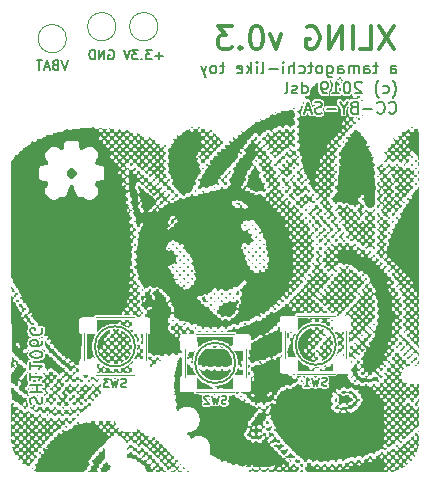
<source format=gbo>
%FSLAX46Y46*%
%MOMM*%
%ADD10C,0.2*%
%ADD11C,0.35*%
%ADD12C,0.15*%
%ADD13C,0.12*%
D10*
%LPD*%
G01X57194285Y-51250904D02*
X56927619Y-52050904D01*
X56660952Y-51250904D01*
X56127619Y-51631857D02*
X56013333Y-51669952D01*
X55975238Y-51708047D01*
X55937142Y-51784238D01*
Y-51898523D01*
X55975238Y-51974714D01*
X56013333Y-52012809D01*
X56089523Y-52050904D01*
X56394285D01*
Y-51250904D01*
X56127619D01*
X56051428Y-51289000D01*
X56013333Y-51327095D01*
X55975238Y-51403285D01*
Y-51479476D01*
X56013333Y-51555666D01*
X56051428Y-51593761D01*
X56127619Y-51631857D01*
X56394285D01*
X55632380Y-51822333D02*
X55251428D01*
X55708571Y-52050904D02*
X55441904Y-51250904D01*
X55175238Y-52050904D01*
X55022857Y-51250904D02*
X54565714D01*
X54794285Y-52050904D02*
Y-51250904D01*
X60680523Y-50400000D02*
X60756714Y-50361904D01*
X60871000D01*
X60985285Y-50400000D01*
X61061476Y-50476190D01*
X61099571Y-50552380D01*
X61137666Y-50704761D01*
Y-50819047D01*
X61099571Y-50971428D01*
X61061476Y-51047619D01*
X60985285Y-51123809D01*
X60871000Y-51161904D01*
X60794809D01*
X60680523Y-51123809D01*
X60642428Y-51085714D01*
Y-50819047D01*
X60794809D01*
X60299571Y-51161904D02*
Y-50361904D01*
X59842428Y-51161904D01*
Y-50361904D01*
X59461476Y-51161904D02*
Y-50361904D01*
X59271000D01*
X59156714Y-50400000D01*
X59080523Y-50476190D01*
X59042428Y-50552380D01*
X59004333Y-50704761D01*
Y-50819047D01*
X59042428Y-50971428D01*
X59080523Y-51047619D01*
X59156714Y-51123809D01*
X59271000Y-51161904D01*
X59461476D01*
X65227000Y-50857142D02*
X64617476D01*
X64922238Y-51161904D02*
Y-50552380D01*
X64312714Y-50361904D02*
X63817476D01*
X64084142Y-50666666D01*
X63969857D01*
X63893666Y-50704761D01*
X63855571Y-50742857D01*
X63817476Y-50819047D01*
Y-51009523D01*
X63855571Y-51085714D01*
X63893666Y-51123809D01*
X63969857Y-51161904D01*
X64198428D01*
X64274619Y-51123809D01*
X64312714Y-51085714D01*
X63474619D02*
X63436523Y-51123809D01*
X63474619Y-51161904D01*
X63512714Y-51123809D01*
X63474619Y-51085714D01*
Y-51161904D01*
X63169857Y-50361904D02*
X62674619D01*
X62941285Y-50666666D01*
X62827000D01*
X62750809Y-50704761D01*
X62712714Y-50742857D01*
X62674619Y-50819047D01*
Y-51009523D01*
X62712714Y-51085714D01*
X62750809Y-51123809D01*
X62827000Y-51161904D01*
X63055571D01*
X63131761Y-51123809D01*
X63169857Y-51085714D01*
X62446047Y-50361904D02*
X62179380Y-51161904D01*
X61912714Y-50361904D01*
X54078238Y-80324523D02*
X54030619Y-80181666D01*
Y-79943571D01*
X54078238Y-79848333D01*
X54125857Y-79800714D01*
X54221095Y-79753095D01*
X54316333D01*
X54411571Y-79800714D01*
X54459190Y-79848333D01*
X54506809Y-79943571D01*
X54554428Y-80134047D01*
X54602047Y-80229285D01*
X54649666Y-80276904D01*
X54744904Y-80324523D01*
X54840142D01*
X54935380Y-80276904D01*
X54983000Y-80229285D01*
X55030619Y-80134047D01*
Y-79895952D01*
X54983000Y-79753095D01*
X54030619Y-79324523D02*
X55030619D01*
X54554428D02*
Y-78753095D01*
X54030619D02*
X55030619D01*
X54030619Y-77753095D02*
Y-78324523D01*
Y-78038809D02*
X55030619D01*
X54887761Y-78134047D01*
X54792523Y-78229285D01*
X54744904Y-78324523D01*
X54030619Y-76800714D02*
Y-77372142D01*
Y-77086428D02*
X55030619D01*
X54887761Y-77181666D01*
X54792523Y-77276904D01*
X54744904Y-77372142D01*
X55030619Y-76181666D02*
Y-76086428D01*
X54983000Y-75991190D01*
X54935380Y-75943571D01*
X54840142Y-75895952D01*
X54649666Y-75848333D01*
X54411571D01*
X54221095Y-75895952D01*
X54125857Y-75943571D01*
X54078238Y-75991190D01*
X54030619Y-76086428D01*
Y-76181666D01*
X54078238Y-76276904D01*
X54125857Y-76324523D01*
X54221095Y-76372142D01*
X54411571Y-76419761D01*
X54649666D01*
X54840142Y-76372142D01*
X54935380Y-76324523D01*
X54983000Y-76276904D01*
X55030619Y-76181666D01*
Y-74991190D02*
Y-75181666D01*
X54983000Y-75276904D01*
X54935380Y-75324523D01*
X54792523Y-75419761D01*
X54602047Y-75467380D01*
X54221095D01*
X54125857Y-75419761D01*
X54078238Y-75372142D01*
X54030619Y-75276904D01*
Y-75086428D01*
X54078238Y-74991190D01*
X54125857Y-74943571D01*
X54221095Y-74895952D01*
X54459190D01*
X54554428Y-74943571D01*
X54602047Y-74991190D01*
X54649666Y-75086428D01*
Y-75276904D01*
X54602047Y-75372142D01*
X54554428Y-75419761D01*
X54459190Y-75467380D01*
X54983000Y-73943571D02*
X55030619Y-74038809D01*
Y-74181666D01*
X54983000Y-74324523D01*
X54887761Y-74419761D01*
X54792523Y-74467380D01*
X54602047Y-74515000D01*
X54459190D01*
X54268714Y-74467380D01*
X54173476Y-74419761D01*
X54078238Y-74324523D01*
X54030619Y-74181666D01*
Y-74086428D01*
X54078238Y-73943571D01*
X54125857Y-73895952D01*
X54459190D01*
Y-74086428D01*
X84547333Y-52346380D02*
Y-51822571D01*
X84594952Y-51727333D01*
X84690190Y-51679714D01*
X84880666D01*
X84975904Y-51727333D01*
X84547333Y-52298761D02*
X84642571Y-52346380D01*
X84880666D01*
X84975904Y-52298761D01*
X85023523Y-52203523D01*
Y-52108285D01*
X84975904Y-52013047D01*
X84880666Y-51965428D01*
X84642571D01*
X84547333Y-51917809D01*
X83452095Y-51679714D02*
X83071142D01*
X83309238Y-51346380D02*
Y-52203523D01*
X83261619Y-52298761D01*
X83166380Y-52346380D01*
X83071142D01*
X82309238D02*
Y-51822571D01*
X82356857Y-51727333D01*
X82452095Y-51679714D01*
X82642571D01*
X82737809Y-51727333D01*
X82309238Y-52298761D02*
X82404476Y-52346380D01*
X82642571D01*
X82737809Y-52298761D01*
X82785428Y-52203523D01*
Y-52108285D01*
X82737809Y-52013047D01*
X82642571Y-51965428D01*
X82404476D01*
X82309238Y-51917809D01*
X81833047Y-52346380D02*
Y-51679714D01*
Y-51774952D02*
X81785428Y-51727333D01*
X81690190Y-51679714D01*
X81547333D01*
X81452095Y-51727333D01*
X81404476Y-51822571D01*
Y-52346380D01*
Y-51822571D02*
X81356857Y-51727333D01*
X81261619Y-51679714D01*
X81118761D01*
X81023523Y-51727333D01*
X80975904Y-51822571D01*
Y-52346380D01*
X80071142D02*
Y-51822571D01*
X80118761Y-51727333D01*
X80214000Y-51679714D01*
X80404476D01*
X80499714Y-51727333D01*
X80071142Y-52298761D02*
X80166380Y-52346380D01*
X80404476D01*
X80499714Y-52298761D01*
X80547333Y-52203523D01*
Y-52108285D01*
X80499714Y-52013047D01*
X80404476Y-51965428D01*
X80166380D01*
X80071142Y-51917809D01*
X79166380Y-51679714D02*
Y-52489238D01*
X79214000Y-52584476D01*
X79261619Y-52632095D01*
X79356857Y-52679714D01*
X79499714D01*
X79594952Y-52632095D01*
X79166380Y-52298761D02*
X79261619Y-52346380D01*
X79452095D01*
X79547333Y-52298761D01*
X79594952Y-52251142D01*
X79642571Y-52155904D01*
Y-51870190D01*
X79594952Y-51774952D01*
X79547333Y-51727333D01*
X79452095Y-51679714D01*
X79261619D01*
X79166380Y-51727333D01*
X78547333Y-52346380D02*
X78642571Y-52298761D01*
X78690190Y-52251142D01*
X78737809Y-52155904D01*
Y-51870190D01*
X78690190Y-51774952D01*
X78642571Y-51727333D01*
X78547333Y-51679714D01*
X78404476D01*
X78309238Y-51727333D01*
X78261619Y-51774952D01*
X78214000Y-51870190D01*
Y-52155904D01*
X78261619Y-52251142D01*
X78309238Y-52298761D01*
X78404476Y-52346380D01*
X78547333D01*
X77928285Y-51679714D02*
X77547333D01*
X77785428Y-51346380D02*
Y-52203523D01*
X77737809Y-52298761D01*
X77642571Y-52346380D01*
X77547333D01*
X76785428Y-52298761D02*
X76880666Y-52346380D01*
X77071142D01*
X77166380Y-52298761D01*
X77214000Y-52251142D01*
X77261619Y-52155904D01*
Y-51870190D01*
X77214000Y-51774952D01*
X77166380Y-51727333D01*
X77071142Y-51679714D01*
X76880666D01*
X76785428Y-51727333D01*
X76356857Y-52346380D02*
Y-51346380D01*
X75928285Y-52346380D02*
Y-51822571D01*
X75975904Y-51727333D01*
X76071142Y-51679714D01*
X76214000D01*
X76309238Y-51727333D01*
X76356857Y-51774952D01*
X75452095Y-52346380D02*
Y-51679714D01*
Y-51346380D02*
X75499714Y-51394000D01*
X75452095Y-51441619D01*
X75404476Y-51394000D01*
X75452095Y-51346380D01*
Y-51441619D01*
X74975904Y-51965428D02*
X74214000D01*
X73594952Y-52346380D02*
X73690190Y-52298761D01*
X73737809Y-52203523D01*
Y-51346380D01*
X73214000Y-52346380D02*
Y-51679714D01*
Y-51346380D02*
X73261619Y-51394000D01*
X73214000Y-51441619D01*
X73166380Y-51394000D01*
X73214000Y-51346380D01*
Y-51441619D01*
X72737809Y-52346380D02*
Y-51346380D01*
X72642571Y-51965428D02*
X72356857Y-52346380D01*
Y-51679714D02*
X72737809Y-52060666D01*
X71547333Y-52298761D02*
X71642571Y-52346380D01*
X71833047D01*
X71928285Y-52298761D01*
X71975904Y-52203523D01*
Y-51822571D01*
X71928285Y-51727333D01*
X71833047Y-51679714D01*
X71642571D01*
X71547333Y-51727333D01*
X71499714Y-51822571D01*
Y-51917809D01*
X71975904Y-52013047D01*
X70452095Y-51679714D02*
X70071142D01*
X70309238Y-51346380D02*
Y-52203523D01*
X70261619Y-52298761D01*
X70166380Y-52346380D01*
X70071142D01*
X69594952D02*
X69690190Y-52298761D01*
X69737809Y-52251142D01*
X69785428Y-52155904D01*
Y-51870190D01*
X69737809Y-51774952D01*
X69690190Y-51727333D01*
X69594952Y-51679714D01*
X69452095D01*
X69356857Y-51727333D01*
X69309238Y-51774952D01*
X69261619Y-51870190D01*
Y-52155904D01*
X69309238Y-52251142D01*
X69356857Y-52298761D01*
X69452095Y-52346380D01*
X69594952D01*
X68928285Y-51679714D02*
X68690190Y-52346380D01*
X68452095Y-51679714D02*
X68690190Y-52346380D01*
X68785428Y-52584476D01*
X68833047Y-52632095D01*
X68928285Y-52679714D01*
X84690190Y-54427333D02*
X84737809Y-54379714D01*
X84833047Y-54236857D01*
X84880666Y-54141619D01*
X84928285Y-53998761D01*
X84975904Y-53760666D01*
Y-53570190D01*
X84928285Y-53332095D01*
X84880666Y-53189238D01*
X84833047Y-53094000D01*
X84737809Y-52951142D01*
X84690190Y-52903523D01*
X83880666Y-53998761D02*
X83975904Y-54046380D01*
X84166380D01*
X84261619Y-53998761D01*
X84309238Y-53951142D01*
X84356857Y-53855904D01*
Y-53570190D01*
X84309238Y-53474952D01*
X84261619Y-53427333D01*
X84166380Y-53379714D01*
X83975904D01*
X83880666Y-53427333D01*
X83547333Y-54427333D02*
X83499714Y-54379714D01*
X83404476Y-54236857D01*
X83356857Y-54141619D01*
X83309238Y-53998761D01*
X83261619Y-53760666D01*
Y-53570190D01*
X83309238Y-53332095D01*
X83356857Y-53189238D01*
X83404476Y-53094000D01*
X83499714Y-52951142D01*
X83547333Y-52903523D01*
X82071142Y-53141619D02*
X82023523Y-53094000D01*
X81928285Y-53046380D01*
X81690190D01*
X81594952Y-53094000D01*
X81547333Y-53141619D01*
X81499714Y-53236857D01*
Y-53332095D01*
X81547333Y-53474952D01*
X82118761Y-54046380D01*
X81499714D01*
X80880666Y-53046380D02*
X80785428D01*
X80690190Y-53094000D01*
X80642571Y-53141619D01*
X80594952Y-53236857D01*
X80547333Y-53427333D01*
Y-53665428D01*
X80594952Y-53855904D01*
X80642571Y-53951142D01*
X80690190Y-53998761D01*
X80785428Y-54046380D01*
X80880666D01*
X80975904Y-53998761D01*
X81023523Y-53951142D01*
X81071142Y-53855904D01*
X81118761Y-53665428D01*
Y-53427333D01*
X81071142Y-53236857D01*
X81023523Y-53141619D01*
X80975904Y-53094000D01*
X80880666Y-53046380D01*
X79594952Y-54046380D02*
X80166380D01*
X79880666D02*
Y-53046380D01*
X79975904Y-53189238D01*
X80071142Y-53284476D01*
X80166380Y-53332095D01*
X79118761Y-54046380D02*
X78928285D01*
X78833047Y-53998761D01*
X78785428Y-53951142D01*
X78690190Y-53808285D01*
X78642571Y-53617809D01*
Y-53236857D01*
X78690190Y-53141619D01*
X78737809Y-53094000D01*
X78833047Y-53046380D01*
X79023523D01*
X79118761Y-53094000D01*
X79166380Y-53141619D01*
X79214000Y-53236857D01*
Y-53474952D01*
X79166380Y-53570190D01*
X79118761Y-53617809D01*
X79023523Y-53665428D01*
X78833047D01*
X78737809Y-53617809D01*
X78690190Y-53570190D01*
X78642571Y-53474952D01*
X77023523Y-54046380D02*
Y-53046380D01*
Y-53998761D02*
X77118761Y-54046380D01*
X77309238D01*
X77404476Y-53998761D01*
X77452095Y-53951142D01*
X77499714Y-53855904D01*
Y-53570190D01*
X77452095Y-53474952D01*
X77404476Y-53427333D01*
X77309238Y-53379714D01*
X77118761D01*
X77023523Y-53427333D01*
X76594952Y-53998761D02*
X76499714Y-54046380D01*
X76309238D01*
X76214000Y-53998761D01*
X76166380Y-53903523D01*
Y-53855904D01*
X76214000Y-53760666D01*
X76309238Y-53713047D01*
X76452095D01*
X76547333Y-53665428D01*
X76594952Y-53570190D01*
Y-53522571D01*
X76547333Y-53427333D01*
X76452095Y-53379714D01*
X76309238D01*
X76214000Y-53427333D01*
X75594952Y-54046380D02*
X75690190Y-53998761D01*
X75737809Y-53903523D01*
Y-53046380D01*
X84404476Y-55651142D02*
X84452095Y-55698761D01*
X84594952Y-55746380D01*
X84690190D01*
X84833047Y-55698761D01*
X84928285Y-55603523D01*
X84975904Y-55508285D01*
X85023523Y-55317809D01*
Y-55174952D01*
X84975904Y-54984476D01*
X84928285Y-54889238D01*
X84833047Y-54794000D01*
X84690190Y-54746380D01*
X84594952D01*
X84452095Y-54794000D01*
X84404476Y-54841619D01*
X83404476Y-55651142D02*
X83452095Y-55698761D01*
X83594952Y-55746380D01*
X83690190D01*
X83833047Y-55698761D01*
X83928285Y-55603523D01*
X83975904Y-55508285D01*
X84023523Y-55317809D01*
Y-55174952D01*
X83975904Y-54984476D01*
X83928285Y-54889238D01*
X83833047Y-54794000D01*
X83690190Y-54746380D01*
X83594952D01*
X83452095Y-54794000D01*
X83404476Y-54841619D01*
X82975904Y-55365428D02*
X82214000D01*
X81404476Y-55222571D02*
X81261619Y-55270190D01*
X81214000Y-55317809D01*
X81166380Y-55413047D01*
Y-55555904D01*
X81214000Y-55651142D01*
X81261619Y-55698761D01*
X81356857Y-55746380D01*
X81737809D01*
Y-54746380D01*
X81404476D01*
X81309238Y-54794000D01*
X81261619Y-54841619D01*
X81214000Y-54936857D01*
Y-55032095D01*
X81261619Y-55127333D01*
X81309238Y-55174952D01*
X81404476Y-55222571D01*
X81737809D01*
X80547333Y-55270190D02*
Y-55746380D01*
X80880666Y-54746380D02*
X80547333Y-55270190D01*
X80214000Y-54746380D01*
X79880666Y-55365428D02*
X79118761D01*
X78690190Y-55698761D02*
X78547333Y-55746380D01*
X78309238D01*
X78214000Y-55698761D01*
X78166380Y-55651142D01*
X78118761Y-55555904D01*
Y-55460666D01*
X78166380Y-55365428D01*
X78214000Y-55317809D01*
X78309238Y-55270190D01*
X78499714Y-55222571D01*
X78594952Y-55174952D01*
X78642571Y-55127333D01*
X78690190Y-55032095D01*
Y-54936857D01*
X78642571Y-54841619D01*
X78594952Y-54794000D01*
X78499714Y-54746380D01*
X78261619D01*
X78118761Y-54794000D01*
X77737809Y-55460666D02*
X77261619D01*
X77833047Y-55746380D02*
X77499714Y-54746380D01*
X77166380Y-55746380D01*
D11*
X84845071Y-48362523D02*
X83578404Y-50262523D01*
Y-48362523D02*
X84845071Y-50262523D01*
X81949833D02*
X82854595D01*
Y-48362523D01*
X81316500Y-50262523D02*
Y-48362523D01*
X80411738Y-50262523D02*
Y-48362523D01*
X79326023Y-50262523D01*
Y-48362523D01*
X77426023Y-48453000D02*
X77606976Y-48362523D01*
X77878404D01*
X78149833Y-48453000D01*
X78330785Y-48633952D01*
X78421261Y-48814904D01*
X78511738Y-49176809D01*
Y-49448238D01*
X78421261Y-49810142D01*
X78330785Y-49991095D01*
X78149833Y-50172047D01*
X77878404Y-50262523D01*
X77697452D01*
X77426023Y-50172047D01*
X77335547Y-50081571D01*
Y-49448238D01*
X77697452D01*
X75254595Y-48995857D02*
X74802214Y-50262523D01*
X74349833Y-48995857D01*
X73264119Y-48362523D02*
X73083166D01*
X72902214Y-48453000D01*
X72811738Y-48543476D01*
X72721261Y-48724428D01*
X72630785Y-49086333D01*
Y-49538714D01*
X72721261Y-49900619D01*
X72811738Y-50081571D01*
X72902214Y-50172047D01*
X73083166Y-50262523D01*
X73264119D01*
X73445071Y-50172047D01*
X73535547Y-50081571D01*
X73626023Y-49900619D01*
X73716500Y-49538714D01*
Y-49086333D01*
X73626023Y-48724428D01*
X73535547Y-48543476D01*
X73445071Y-48453000D01*
X73264119Y-48362523D01*
X71816500Y-50081571D02*
X71726023Y-50172047D01*
X71816500Y-50262523D01*
X71906976Y-50172047D01*
X71816500Y-50081571D01*
Y-50262523D01*
X71092690Y-48362523D02*
X69916500D01*
X70549833Y-49086333D01*
X70278404D01*
X70097452Y-49176809D01*
X70006976Y-49267285D01*
X69916500Y-49448238D01*
Y-49900619D01*
X70006976Y-50081571D01*
X70097452Y-50172047D01*
X70278404Y-50262523D01*
X70821261D01*
X71002214Y-50172047D01*
X71092690Y-50081571D01*
G75*
D12*
G01X79882000Y-75310000D02*
G03I-1700000J0D01*
D13*
G01X76582000Y-72860000D02*
X79782000D01*
X76582000Y-77760000D02*
X79782000D01*
X80782000Y-76460000D02*
Y-74160000D01*
X75582000Y-76460000D02*
Y-74160000D01*
D12*
G01X71382000Y-76860000D02*
G03I-1700000J0D01*
D13*
G01X68082000Y-74410000D02*
X71282000D01*
X68082000Y-79310000D02*
X71282000D01*
X72282000Y-78010000D02*
Y-75710000D01*
X67082000Y-78010000D02*
Y-75710000D01*
D12*
G01X62882000Y-75460000D02*
G03I-1700000J0D01*
D13*
G01X59582000Y-73010000D02*
X62782000D01*
X59582000Y-77910000D02*
X62782000D01*
X63782000Y-76610000D02*
Y-74310000D01*
X58582000Y-76610000D02*
Y-74310000D01*
G01X64827000Y-48387000D02*
G03I-1200000J0D01*
G01X57080000Y-49403000D02*
G03I-1200000J0D01*
G01X61271000Y-48387000D02*
G03I-1200000J0D01*
D12*
G01X79115333Y-78769333D02*
X79015333Y-78802666D01*
X78848666D01*
X78782000Y-78769333D01*
X78748666Y-78736000D01*
X78715333Y-78669333D01*
Y-78602666D01*
X78748666Y-78536000D01*
X78782000Y-78502666D01*
X78848666Y-78469333D01*
X78982000Y-78436000D01*
X79048666Y-78402666D01*
X79082000Y-78369333D01*
X79115333Y-78302666D01*
Y-78236000D01*
X79082000Y-78169333D01*
X79048666Y-78136000D01*
X78982000Y-78102666D01*
X78815333D01*
X78715333Y-78136000D01*
X78482000Y-78102666D02*
X78315333Y-78802666D01*
X78182000Y-78302666D01*
X78048666Y-78802666D01*
X77882000Y-78102666D01*
X77248666Y-78802666D02*
X77648666D01*
X77448666D02*
Y-78102666D01*
X77515333Y-78202666D01*
X77582000Y-78269333D01*
X77648666Y-78302666D01*
X70615333Y-80293333D02*
X70515333Y-80326666D01*
X70348666D01*
X70282000Y-80293333D01*
X70248666Y-80260000D01*
X70215333Y-80193333D01*
Y-80126666D01*
X70248666Y-80060000D01*
X70282000Y-80026666D01*
X70348666Y-79993333D01*
X70482000Y-79960000D01*
X70548666Y-79926666D01*
X70582000Y-79893333D01*
X70615333Y-79826666D01*
Y-79760000D01*
X70582000Y-79693333D01*
X70548666Y-79660000D01*
X70482000Y-79626666D01*
X70315333D01*
X70215333Y-79660000D01*
X69982000Y-79626666D02*
X69815333Y-80326666D01*
X69682000Y-79826666D01*
X69548666Y-80326666D01*
X69382000Y-79626666D01*
X69148666Y-79693333D02*
X69115333Y-79660000D01*
X69048666Y-79626666D01*
X68882000D01*
X68815333Y-79660000D01*
X68782000Y-79693333D01*
X68748666Y-79760000D01*
Y-79826666D01*
X68782000Y-79926666D01*
X69182000Y-80326666D01*
X68748666D01*
X62115333Y-78896333D02*
X62015333Y-78929666D01*
X61848666D01*
X61782000Y-78896333D01*
X61748666Y-78863000D01*
X61715333Y-78796333D01*
Y-78729666D01*
X61748666Y-78663000D01*
X61782000Y-78629666D01*
X61848666Y-78596333D01*
X61982000Y-78563000D01*
X62048666Y-78529666D01*
X62082000Y-78496333D01*
X62115333Y-78429666D01*
Y-78363000D01*
X62082000Y-78296333D01*
X62048666Y-78263000D01*
X61982000Y-78229666D01*
X61815333D01*
X61715333Y-78263000D01*
X61482000Y-78229666D02*
X61315333Y-78929666D01*
X61182000Y-78429666D01*
X61048666Y-78929666D01*
X60882000Y-78229666D01*
X60682000D02*
X60248666D01*
X60482000Y-78496333D01*
X60382000D01*
X60315333Y-78529666D01*
X60282000Y-78563000D01*
X60248666Y-78629666D01*
Y-78796333D01*
X60282000Y-78863000D01*
X60315333Y-78896333D01*
X60382000Y-78929666D01*
X60582000D01*
X60648666Y-78896333D01*
X60682000Y-78863000D01*
G36*
D10*
X80788061Y-52753939D02*
X80818364D01*
X80788061D01*
G37*
G36*
X79000182Y-52769091D02*
X78848667D01*
X78894121Y-52738788D01*
X78985030Y-52723636D01*
X79045636Y-52799394D01*
X79000182Y-52769091D01*
G37*
G36*
X79788061Y-52814545D02*
G37*
G36*
X79818364Y-52829697D02*
X79848667D01*
X79818364D01*
G37*
G36*
X78530485Y-52935758D02*
G37*
G36*
X80318364Y-53132727D02*
X80363818Y-53087273D01*
X80378970Y-53056970D01*
X80363818Y-52920606D01*
X80409273Y-52890303D01*
X80363818Y-52844848D01*
X80288061Y-52829697D01*
X80212303D01*
X80136545Y-52860000D01*
X80106242Y-52905455D01*
X80030485Y-52844848D01*
X79985030Y-52829697D01*
X80030485D01*
X80060788Y-52814545D01*
X80075939Y-52799394D01*
X80121394Y-52753939D01*
X80136545Y-52738788D01*
X80151697Y-52708485D01*
Y-52602424D01*
X80182000Y-52632727D01*
X80303212Y-52647879D01*
X80288061Y-52723636D01*
X80333515Y-52769091D01*
X80348667Y-52829697D01*
X80394121D01*
X80424424Y-52860000D01*
Y-52875152D01*
X80439576Y-52890303D01*
X80469879Y-52905455D01*
X80515333D01*
X80485030Y-52920606D01*
X80454727Y-52950909D01*
X80409273Y-53011515D01*
X80378970Y-53087273D01*
X80363818Y-53117576D01*
X80318364Y-53132727D01*
G37*
G36*
X78894121Y-53405455D02*
X78939576Y-53329697D01*
Y-53405455D01*
X78894121D01*
G37*
G36*
X80803212Y-53496364D02*
X80833515Y-53390303D01*
X80848667Y-53420606D01*
Y-53496364D01*
X80803212D01*
G37*
G36*
X81363818Y-53844848D02*
X81333515Y-53799394D01*
X81348667Y-53723636D01*
X81363818Y-53693333D01*
Y-53723636D01*
X81469879Y-53814545D01*
X81424424Y-53829697D01*
X81363818Y-53844848D01*
G37*
G36*
X80288061D02*
X80212303Y-53814545D01*
X80121394Y-53799394D01*
X80136545Y-53572121D01*
X80288061D01*
X80303212Y-53708485D01*
X80288061Y-53844848D01*
G37*
G36*
X77106242Y-54541818D02*
G37*
G36*
X82060788Y-54693333D02*
Y-54587273D01*
X82075939Y-54526667D01*
X82121394Y-54556970D01*
X82227455D01*
X82242606Y-54693333D01*
X82151697Y-54678182D01*
X82106242D01*
X82091091Y-54693333D01*
X82060788D01*
G37*
G36*
X77030485D02*
X77045636Y-54663030D01*
X77091091D01*
X77106242Y-54693333D01*
X77030485D01*
G37*
G36*
X77227455Y-54723636D02*
Y-54663030D01*
Y-54723636D01*
G37*
G36*
X81985030Y-54814545D02*
Y-54753939D01*
X82015333Y-54723636D01*
Y-54784242D01*
X81985030Y-54814545D01*
G37*
G36*
X77151697Y-54981212D02*
Y-54723636D01*
X77197152Y-54814545D01*
X77166848Y-54935758D01*
X77151697Y-54950909D01*
Y-54981212D01*
G37*
G36*
X82015333Y-55117576D02*
X81985030Y-55102424D01*
Y-55056970D01*
X82015333Y-55087273D01*
Y-55117576D01*
G37*
G36*
X82075939Y-55163030D02*
G37*
G36*
X75651697Y-55314545D02*
X75682000D01*
X75697152Y-55299394D01*
X75788061D01*
X75803212Y-55329697D01*
X75651697Y-55314545D01*
G37*
G36*
X76500182Y-55420606D02*
X76530485Y-55435758D01*
X76500182Y-55420606D01*
G37*
G36*
X74803212Y-55663030D02*
X74788061Y-55647879D01*
X74742606D01*
X74772909Y-55632727D01*
X74848667Y-55663030D01*
X74803212D01*
G37*
G36*
X82075939Y-55981212D02*
Y-55950909D01*
X82091091Y-55875152D01*
X82075939Y-55814545D01*
X82121394Y-55829697D01*
X82151697Y-55844848D01*
Y-55875152D01*
X82121394Y-55920606D01*
Y-55950909D01*
X82106242Y-55981212D01*
X82075939D01*
G37*
G36*
X76500182Y-56405455D02*
G37*
G36*
Y-56678182D02*
G37*
G36*
X81757758Y-56905455D02*
X81772909Y-56935758D01*
X81757758Y-56905455D01*
G37*
G36*
X68894121Y-56935758D02*
X68924424D01*
X68894121D01*
G37*
G36*
X86863818Y-56966061D02*
X86909273Y-56920606D01*
X86924424Y-56875152D01*
Y-56966061D01*
X86863818D01*
G37*
G36*
X86394121D02*
X86378970Y-56950909D01*
X86288061D01*
X86257758Y-56935758D01*
X86272909Y-56890303D01*
X86318364Y-56875152D01*
X86409273Y-56890303D01*
Y-56935758D01*
X86439576Y-56966061D01*
X86394121D01*
G37*
G36*
X74909273Y-56996364D02*
G37*
G36*
X67636545Y-57026667D02*
G37*
G36*
X85439576Y-57253939D02*
G37*
G36*
X71878970D02*
X71909273Y-57238788D01*
X71939576Y-57208485D01*
X71969879Y-57269091D01*
X71878970Y-57253939D01*
G37*
G36*
X82015333Y-57329697D02*
G37*
G36*
X66545636Y-57556970D02*
G37*
G36*
X63697152Y-57632727D02*
G37*
G36*
X73333515Y-58011515D02*
G37*
G36*
X54348667Y-58102424D02*
G37*
G36*
X84469879Y-58253939D02*
X84454727Y-58223636D01*
X84485030Y-58178182D01*
Y-58223636D01*
X84515333Y-58253939D01*
X84469879D01*
G37*
G36*
X82545636Y-58390303D02*
G37*
G36*
X70454727Y-58632727D02*
G37*
G36*
X82909273Y-58996364D02*
G37*
G36*
X71985030Y-59223636D02*
G37*
G36*
X68182000Y-59299394D02*
Y-59269091D01*
X68212303Y-59299394D01*
X68182000D01*
G37*
G36*
X83015333Y-59390303D02*
Y-59344848D01*
X83000182Y-59314545D01*
X83030485Y-59360000D01*
X83015333Y-59390303D01*
G37*
G36*
X86575939Y-59829697D02*
Y-59678182D01*
X86606242Y-59693333D01*
X86727455D01*
X86742606Y-59829697D01*
X86575939D01*
G37*
G36*
X69242606Y-59920606D02*
G37*
G36*
X86257758Y-60147879D02*
Y-60117576D01*
X86272909Y-60102424D01*
Y-60056970D01*
X86257758Y-59996364D01*
X86394121Y-60011515D01*
X86409273Y-60041818D01*
Y-60147879D01*
X86348667Y-60132727D01*
X86318364D01*
X86257758Y-60147879D01*
G37*
G36*
X83924424Y-60253939D02*
G37*
G36*
X86924424Y-60284242D02*
X86894121Y-60178182D01*
X86833515Y-60223636D01*
X86848667Y-60178182D01*
X86878970Y-60147879D01*
Y-60087273D01*
X86863818Y-60041818D01*
X86833515Y-59996364D01*
Y-59844848D01*
X86848667Y-59905455D01*
X86878970Y-59950909D01*
X86924424Y-59935758D01*
X86894121Y-59647879D01*
X86833515Y-59693333D01*
X86818364Y-59587273D01*
Y-59375152D01*
X86803212Y-59344848D01*
X86772909Y-59269091D01*
X86742606Y-59238788D01*
X86697152D01*
X86666848Y-59208485D01*
X86606242D01*
X86575939Y-59178182D01*
X86560788Y-59147879D01*
Y-59087273D01*
X86545636Y-59041818D01*
X86530485Y-59011515D01*
X86500182Y-58981212D01*
X86454727D01*
X86409273Y-58935758D01*
X86378970Y-58920606D01*
X86303212D01*
X86212303Y-58950909D01*
Y-59011515D01*
X86182000Y-59041818D01*
X86166848Y-59102424D01*
Y-59178182D01*
X86197152Y-59208485D01*
X86212303Y-59238788D01*
X86227455Y-59329697D01*
X86242606D01*
X86272909Y-59360000D01*
X86303212Y-59375152D01*
X86409273D01*
X86394121Y-59450909D01*
X86424424Y-59511515D01*
X86257758D01*
X86242606Y-59375152D01*
X86197152Y-59360000D01*
X86151697Y-59299394D01*
X86075939Y-59284242D01*
X85969879D01*
X85924424Y-59299394D01*
X85894121Y-59329697D01*
X85878970D01*
X85863818Y-59511515D01*
X85939576Y-59587273D01*
X85985030D01*
X86000182Y-59632727D01*
X86060788D01*
X86075939Y-59647879D01*
X86121394D01*
X86091091Y-59693333D01*
X86106242Y-59844848D01*
X85985030Y-59860000D01*
Y-59905455D01*
X85894121D01*
X85833515Y-59950909D01*
X85818364Y-59966061D01*
X85803212Y-59981212D01*
X85772909Y-60011515D01*
X85757758Y-60056970D01*
X85772909Y-60147879D01*
X85621394D01*
X85591091Y-60163030D01*
X85621394Y-60132727D01*
Y-60011515D01*
X85575939Y-59981212D01*
X85621394D01*
X85636545Y-60011515D01*
X85772909Y-59996364D01*
Y-59966061D01*
X85803212Y-59950909D01*
Y-59890303D01*
X85833515Y-59860000D01*
X85848667Y-59799394D01*
Y-59723636D01*
X85833515Y-59678182D01*
X85772909Y-59617576D01*
X85727455Y-59602424D01*
X85651697D01*
X85606242Y-59617576D01*
X85545636Y-59678182D01*
X85530485Y-59723636D01*
X85515333Y-59769091D01*
Y-59814545D01*
X85545636Y-59844848D01*
X85500182Y-59860000D01*
X85515333Y-59905455D01*
X85545636D01*
X85469879D01*
X85424424Y-59860000D01*
X85378970Y-59844848D01*
X85333515D01*
X85318364Y-59860000D01*
X85272909D01*
X85242606Y-59844848D01*
X85257758Y-59769091D01*
X85227455Y-59753939D01*
Y-59723636D01*
X85121394Y-59617576D01*
X85091091Y-59602424D01*
X84985030D01*
X84909273Y-59678182D01*
X84863818Y-59693333D01*
Y-59753939D01*
X84818364Y-59769091D01*
X84833515Y-59829697D01*
X84621394Y-59844848D01*
X84651697Y-59799394D01*
X84636545Y-59753939D01*
X84575939Y-59738788D01*
X84560788Y-59678182D01*
X84485030Y-59617576D01*
X84318364D01*
X84227455Y-59708485D01*
X84212303Y-59753939D01*
X84197152Y-59844848D01*
X84000182D01*
X84015333Y-59663030D01*
X84075939D01*
X84106242Y-59617576D01*
X84182000Y-59602424D01*
X84242606Y-59526667D01*
Y-59360000D01*
X84182000Y-59299394D01*
Y-59253939D01*
X84136545Y-59208485D01*
X84091091Y-59178182D01*
X84000182D01*
X84030485Y-59132727D01*
Y-59102424D01*
X84000182Y-59072121D01*
Y-59041818D01*
X84121394D01*
X84151697Y-59026667D01*
X84212303Y-59011515D01*
Y-59163030D01*
X84242606D01*
X84318364Y-59253939D01*
X84348667Y-59269091D01*
X84454727D01*
X84485030Y-59253939D01*
X84545636Y-59193333D01*
X84560788Y-59163030D01*
Y-59056970D01*
X84485030Y-58981212D01*
X84454727Y-58966061D01*
X84348667D01*
X84288061Y-58981212D01*
X84257758Y-59026667D01*
Y-58981212D01*
X84242606Y-58966061D01*
Y-58920606D01*
X84303212Y-58844848D01*
Y-58738788D01*
X84318364Y-58723636D01*
Y-58678182D01*
X84394121D01*
X84424424Y-58647879D01*
X84469879Y-58632727D01*
X84515333Y-58602424D01*
X84530485Y-58587273D01*
Y-58572121D01*
X84560788Y-58541818D01*
X84575939Y-58466061D01*
Y-58405455D01*
X84560788Y-58269091D01*
X84575939Y-58299394D01*
X84803212D01*
X84863818Y-58238788D01*
X84878970Y-58193333D01*
Y-58102424D01*
X84848667Y-58026667D01*
X84818364Y-57966061D01*
X84788061D01*
Y-57935758D01*
X84757758Y-57905455D01*
X84712303D01*
X84757758Y-57860000D01*
Y-57844848D01*
X84803212Y-57814545D01*
X84818364Y-57890303D01*
X84863818D01*
X84878970Y-57935758D01*
X84924424D01*
X84939576Y-57966061D01*
X85121394Y-57981212D01*
X85197152Y-57905455D01*
Y-57753939D01*
X85166848Y-57723636D01*
Y-57663030D01*
X85136545Y-57632727D01*
X85121394Y-57587273D01*
X85060788D01*
X85015333Y-57572121D01*
X85045636Y-57556970D01*
X85075939Y-57526667D01*
X85121394D01*
X85136545Y-57587273D01*
X85151697Y-57602424D01*
X85166848D01*
X85197152Y-57632727D01*
X85272909D01*
X85318364Y-57663030D01*
X85409273D01*
X85454727Y-57647879D01*
X85515333Y-57587273D01*
X85530485Y-57526667D01*
Y-57435758D01*
X85500182Y-57405455D01*
X85530485Y-57390303D01*
Y-57344848D01*
X85560788D01*
X85757758Y-57360000D01*
X85772909Y-57329697D01*
X85848667Y-57253939D01*
X85878970Y-57238788D01*
X85909273Y-57163030D01*
Y-57102424D01*
X86075939Y-57087273D01*
X86121394D01*
X86136545Y-57102424D01*
X86182000D01*
X86166848Y-57208485D01*
X86182000Y-57238788D01*
X86197152Y-57269091D01*
X86257758Y-57329697D01*
X86288061Y-57344848D01*
X86378970D01*
X86409273Y-57329697D01*
X86469879Y-57269091D01*
X86485030Y-57238788D01*
X86500182Y-57193333D01*
Y-57072121D01*
X86454727Y-57026667D01*
X86545636D01*
X86560788Y-57056970D01*
X86636545Y-57072121D01*
X86697152D01*
X86727455Y-57056970D01*
X86757758Y-57026667D01*
X86878970D01*
X86848667Y-57056970D01*
X86833515D01*
X86818364Y-57193333D01*
Y-57238788D01*
X86833515Y-57269091D01*
X86894121Y-57329697D01*
X86924424D01*
Y-60284242D01*
G37*
G36*
X68682000Y-60481212D02*
X68666848Y-60466061D01*
X68575939D01*
X68591091Y-60375152D01*
X68575939Y-60314545D01*
X68636545Y-60344848D01*
X68682000D01*
X68697152Y-60329697D01*
X68742606D01*
Y-60481212D01*
X68682000D01*
G37*
G36*
X77151697Y-60511515D02*
G37*
G36*
X86924424Y-60890303D02*
X86909273Y-60829697D01*
X86863818D01*
X86833515Y-60860000D01*
X86863818Y-60814545D01*
X86878970Y-60784242D01*
Y-60663030D01*
X86863818Y-60632727D01*
X86833515Y-60602424D01*
X86863818Y-60617576D01*
X86924424Y-60602424D01*
Y-60541818D01*
Y-60890303D01*
G37*
G36*
X76212303D02*
G37*
G36*
X68182000Y-61208485D02*
G37*
G36*
X86863818Y-61435758D02*
Y-61314545D01*
X86833515Y-61284242D01*
Y-61208485D01*
X86863818Y-61238788D01*
X86924424Y-61223636D01*
Y-61147879D01*
Y-61450909D01*
X86863818Y-61435758D01*
G37*
G36*
X86500182Y-61541818D02*
X86530485Y-61556970D01*
X86500182Y-61541818D01*
G37*
G36*
X76939576Y-61753939D02*
Y-61678182D01*
X76924424Y-61617576D01*
X76894121Y-61572121D01*
X76985030D01*
X77045636Y-61556970D01*
X77136545Y-61466061D01*
X77182000Y-61450909D01*
X77197152Y-61435758D01*
X77212303Y-61405455D01*
Y-61375152D01*
X77227455Y-61450909D01*
X77272909Y-61435758D01*
Y-61375152D01*
X77242606Y-61314545D01*
X77363818Y-61299394D01*
X77378970Y-61284242D01*
X77409273D01*
Y-61390303D01*
X77394121Y-61420606D01*
X77363818Y-61435758D01*
X77288061Y-61450909D01*
X77272909Y-61466061D01*
X77257758Y-61481212D01*
X77212303Y-61496364D01*
Y-61572121D01*
X77197152Y-61602424D01*
X77151697Y-61632727D01*
Y-61663030D01*
X77121394D01*
X77091091Y-61693333D01*
Y-61753939D01*
X76939576D01*
G37*
G36*
X86697152Y-61769091D02*
X86682000Y-61753939D01*
X86575939D01*
Y-61602424D01*
X86742606Y-61617576D01*
Y-61769091D01*
X86697152D01*
G37*
G36*
X70469879Y-61799394D02*
Y-61753939D01*
X70454727Y-61738788D01*
Y-61678182D01*
X70424424Y-61663030D01*
Y-61632727D01*
X70333515Y-61541818D01*
X70288061Y-61526667D01*
Y-61496364D01*
X70257758Y-61466061D01*
X70212303D01*
X70166848Y-61450909D01*
X70197152Y-61420606D01*
Y-61360000D01*
X70182000Y-61253939D01*
X70197152Y-61284242D01*
X70272909Y-61299394D01*
X70348667Y-61269091D01*
X70363818Y-61223636D01*
X70439576Y-61208485D01*
Y-61147879D01*
X70485030Y-61132727D01*
X70500182Y-61072121D01*
Y-60966061D01*
X70575939D01*
X70606242Y-60950909D01*
X70636545Y-60935758D01*
X70697152Y-60890303D01*
X70772909Y-60814545D01*
X70788061Y-60769091D01*
X70833515Y-60738788D01*
X70818364Y-60617576D01*
X70848667Y-60632727D01*
X70894121Y-60647879D01*
X70985030D01*
Y-60678182D01*
X70954727Y-60708485D01*
Y-60738788D01*
X70985030Y-60769091D01*
X71000182Y-60799394D01*
X70894121D01*
X70848667Y-60829697D01*
X70803212Y-60844848D01*
Y-60875152D01*
X70772909Y-60905455D01*
X70757758D01*
X70727455Y-60935758D01*
X70712303Y-60966061D01*
Y-61208485D01*
X70591091D01*
X70530485Y-61193333D01*
X70515333Y-61178182D01*
X70469879Y-61193333D01*
Y-61238788D01*
X70409273Y-61223636D01*
X70378970Y-61253939D01*
Y-61284242D01*
X70409273Y-61299394D01*
X70394121Y-61360000D01*
X70424424Y-61375152D01*
X70394121Y-61420606D01*
X70424424Y-61450909D01*
X70500182Y-61511515D01*
X70545636Y-61526667D01*
X70575939Y-61541818D01*
X70651697D01*
X70666848Y-61587273D01*
X70697152D01*
X70666848Y-61632727D01*
Y-61769091D01*
X70530485D01*
X70469879Y-61799394D01*
G37*
G36*
X69712303Y-61814545D02*
X69727455Y-61784242D01*
X69712303Y-61814545D01*
G37*
G36*
X83303212D02*
G37*
G36*
X65924424Y-61829697D02*
G37*
G36*
X65227455Y-61890303D02*
X65272909D01*
X65227455D01*
G37*
G36*
X75424424Y-62087273D02*
X75409273Y-62072121D01*
X75333515D01*
Y-61920606D01*
X75378970Y-61950909D01*
X75424424D01*
X75485030Y-61920606D01*
X75500182Y-62087273D01*
X75424424D01*
G37*
G36*
X69545636D02*
Y-62041818D01*
X69560788Y-62026667D01*
Y-61981212D01*
X69530485Y-61950909D01*
X69575939D01*
X69591091Y-61935758D01*
X69712303D01*
X69682000Y-61981212D01*
Y-62041818D01*
X69712303Y-62087273D01*
X69666848D01*
X69651697Y-62072121D01*
X69575939Y-62087273D01*
X69545636D01*
G37*
G36*
X75545636Y-62132727D02*
X75560788Y-62163030D01*
X75545636Y-62132727D01*
G37*
G36*
X67939576Y-62405455D02*
Y-62375152D01*
X67954727Y-62299394D01*
X67939576Y-62238788D01*
X67985030Y-62269091D01*
X68060788Y-62253939D01*
X68091091D01*
X68075939Y-62360000D01*
X68106242Y-62405455D01*
X67939576D01*
G37*
G36*
X68515333Y-62450909D02*
X68591091D01*
X68560788Y-62466061D01*
X68515333Y-62450909D01*
G37*
G36*
X62348667Y-62466061D02*
Y-62420606D01*
X62378970Y-62481212D01*
X62348667Y-62466061D01*
G37*
G36*
X67136545Y-62753939D02*
X67121394Y-62738788D01*
X67075939Y-62723636D01*
X66969879D01*
Y-62678182D01*
X66954727Y-62632727D01*
X66939576Y-62602424D01*
X66848667Y-62587273D01*
Y-62556970D01*
X66818364Y-62526667D01*
X66772909Y-62496364D01*
X66697152D01*
X66682000Y-62450909D01*
X66651697D01*
X66636545Y-62466061D01*
X66606242D01*
X66591091Y-62435758D01*
Y-62344848D01*
X66560788D01*
Y-62269091D01*
X66530485Y-62208485D01*
X66469879D01*
X66454727Y-62147879D01*
X66378970Y-62117576D01*
X66318364D01*
Y-62041818D01*
X66303212Y-61981212D01*
X66272909Y-61935758D01*
X66227455Y-61890303D01*
Y-61844848D01*
X66197152Y-61814545D01*
X66151697Y-61784242D01*
X66121394Y-61769091D01*
X66091091Y-61753939D01*
X66000182D01*
X66015333Y-61663030D01*
X66000182Y-61647879D01*
Y-61572121D01*
X66030485Y-61602424D01*
X66091091Y-61587273D01*
Y-61481212D01*
X66136545Y-61466061D01*
X66121394Y-61420606D01*
X66091091D01*
X66075939Y-61284242D01*
X66000182D01*
X65969879Y-61223636D01*
X65939576Y-61269091D01*
Y-61223636D01*
X65909273Y-61208485D01*
X65939576Y-61178182D01*
Y-61072121D01*
X65909273Y-60966061D01*
X65863818D01*
Y-60890303D01*
X65833515Y-60860000D01*
X65788061Y-60844848D01*
X65772909Y-60829697D01*
Y-60814545D01*
X65682000Y-60769091D01*
Y-60678182D01*
Y-60647879D01*
X65712303Y-60617576D01*
X65772909Y-60602424D01*
X65757758Y-60253939D01*
X65712303D01*
X65682000Y-60178182D01*
X65621394Y-60223636D01*
X65651697Y-60178182D01*
X65666848Y-60147879D01*
Y-60026667D01*
X65651697Y-59966061D01*
X65636545Y-59935758D01*
X65712303Y-59996364D01*
X65742606Y-59966061D01*
X65712303Y-59935758D01*
Y-59905455D01*
X65772909Y-59890303D01*
X65757758Y-59602424D01*
X65712303D01*
X65682000Y-59541818D01*
X65651697Y-59556970D01*
X65621394Y-59572121D01*
X65651697Y-59541818D01*
X65666848Y-59496364D01*
Y-59375152D01*
X65651697Y-59314545D01*
X65712303Y-59360000D01*
X65742606Y-59329697D01*
X65712303Y-59284242D01*
X65772909Y-59269091D01*
X65757758Y-58966061D01*
X65712303D01*
X65666848Y-58905455D01*
X65636545D01*
X65651697Y-58875152D01*
X65682000Y-58844848D01*
Y-58753939D01*
X65697152Y-58723636D01*
X65772909Y-58693333D01*
Y-58663030D01*
X65818364D01*
X65848667Y-58647879D01*
X65863818Y-58632727D01*
X65909273Y-58556970D01*
X65939576Y-58541818D01*
Y-58481212D01*
X65985030Y-58466061D01*
Y-58435758D01*
X65954727Y-58390303D01*
X65969879Y-58360000D01*
X66000182Y-58329697D01*
X66091091Y-58314545D01*
Y-58269091D01*
X66151697Y-58253939D01*
X66166848Y-58163030D01*
X66242606Y-58147879D01*
X66212303Y-58102424D01*
Y-57966061D01*
X66166848Y-57950909D01*
X66136545Y-57905455D01*
X66166848Y-57875152D01*
X66182000Y-57935758D01*
X66394121Y-57920606D01*
Y-57875152D01*
X66469879Y-57860000D01*
Y-57617576D01*
X66439576Y-57587273D01*
X66409273D01*
X66439576Y-57556970D01*
X66485030D01*
X66515333Y-57602424D01*
X66575939Y-57617576D01*
X66697152Y-57602424D01*
Y-57572121D01*
X66757758D01*
X66848667Y-57541818D01*
Y-57496364D01*
X66894121Y-57481212D01*
Y-57435758D01*
X66863818Y-57405455D01*
X66909273Y-57390303D01*
Y-57360000D01*
X66939576Y-57344848D01*
X67015333Y-57329697D01*
X67091091D01*
X67121394Y-57314545D01*
X67151697Y-57284242D01*
Y-57253939D01*
X67212303Y-57238788D01*
X67227455Y-57208485D01*
X67242606Y-57178182D01*
Y-57102424D01*
X67363818D01*
X67439576Y-57087273D01*
X67500182Y-57026667D01*
X67560788D01*
Y-57102424D01*
X67530485Y-57132727D01*
Y-57208485D01*
X67545636Y-57238788D01*
X67621394Y-57253939D01*
X67651697Y-57284242D01*
X67682000Y-57299394D01*
X67757758D01*
X67818364Y-57253939D01*
X67833515Y-57238788D01*
X67848667Y-57208485D01*
Y-57132727D01*
X67818364Y-57056970D01*
X67772909Y-57041818D01*
Y-56981212D01*
X67742606Y-56966061D01*
X67575939D01*
X67621394Y-56920606D01*
X67636545Y-56875152D01*
X67682000Y-56860000D01*
X67727455D01*
X67742606Y-56844848D01*
X67772909D01*
X67788061Y-56950909D01*
X67818364Y-56966061D01*
X67878970Y-57026667D01*
X68136545D01*
X68197152Y-56950909D01*
X68257758Y-56935758D01*
X68242606Y-56860000D01*
X68272909Y-56844848D01*
X68333515D01*
X68348667Y-56860000D01*
X68409273D01*
Y-56935758D01*
X68439576Y-56950909D01*
X68500182Y-57026667D01*
X68575939D01*
X68606242Y-57056970D01*
X68636545Y-57072121D01*
X68772909Y-57056970D01*
Y-57102424D01*
X68788061Y-57163030D01*
X68818364Y-57193333D01*
Y-57238788D01*
X68833515Y-57269091D01*
X68894121Y-57329697D01*
X68924424Y-57344848D01*
X69015333D01*
X69106242Y-57329697D01*
X69136545Y-57314545D01*
X69166848Y-57284242D01*
X69182000Y-57253939D01*
X69197152D01*
X69212303Y-57193333D01*
X69257758Y-57163030D01*
X69227455Y-57102424D01*
X69257758Y-57132727D01*
X69378970Y-57147879D01*
Y-57269091D01*
X69288061D01*
X69212303Y-57299394D01*
Y-57360000D01*
X69166848Y-57375152D01*
Y-57420606D01*
X69136545Y-57450909D01*
Y-57511515D01*
X69151697Y-57587273D01*
X69212303Y-57647879D01*
X69242606Y-57663030D01*
X69348667D01*
X69378970Y-57647879D01*
X69454727Y-57572121D01*
X69469879Y-57541818D01*
Y-57496364D01*
X69545636Y-57481212D01*
X69515333Y-57450909D01*
X69485030Y-57405455D01*
X69530485D01*
X69545636Y-57420606D01*
X69606242Y-57435758D01*
X69712303D01*
X69697152Y-57526667D01*
X69727455Y-57556970D01*
Y-57602424D01*
X69757758Y-57632727D01*
X69818364Y-57647879D01*
X69833515Y-57708485D01*
X69878970D01*
X69924424Y-57738788D01*
X70030485D01*
X70000182Y-57769091D01*
X70045636Y-57799394D01*
Y-57860000D01*
X70060788Y-57890303D01*
X70106242Y-57935758D01*
Y-57966061D01*
X70121394Y-57996364D01*
X70197152Y-58011515D01*
X70227455Y-58041818D01*
X70288061Y-58056970D01*
X70348667Y-58072121D01*
Y-58163030D01*
X70363818Y-58178182D01*
Y-58253939D01*
X70333515Y-58284242D01*
X70288061D01*
X70272909Y-58299394D01*
X70212303D01*
X70182000Y-58314545D01*
X70091091Y-58405455D01*
Y-58466061D01*
X70045636Y-58481212D01*
X70060788Y-58587273D01*
X69894121Y-58602424D01*
X69878970Y-58632727D01*
X69803212Y-58693333D01*
X69757758Y-58738788D01*
Y-58769091D01*
X69727455Y-58784242D01*
X69742606Y-58905455D01*
X69591091Y-58935758D01*
X69545636Y-58950909D01*
X69530485Y-58981212D01*
X69469879Y-59026667D01*
X69454727Y-59072121D01*
X69424424Y-59087273D01*
Y-59238788D01*
X69348667D01*
X69272909Y-59269091D01*
X69227455Y-59284242D01*
X69121394Y-59390303D01*
Y-59587273D01*
X68969879D01*
X68878970Y-59617576D01*
X68833515Y-59678182D01*
X68818364Y-59723636D01*
X68833515Y-59950909D01*
X68803212D01*
X68788061Y-59920606D01*
X68636545D01*
X68621394Y-59935758D01*
X68469879D01*
X68485030Y-59890303D01*
X68515333Y-59860000D01*
X68500182Y-59663030D01*
X68454727Y-59632727D01*
X68439576Y-59556970D01*
X68394121D01*
X68378970Y-59541818D01*
X68363818Y-59526667D01*
X68257758Y-59511515D01*
Y-59481212D01*
X68272909Y-59466061D01*
Y-59420606D01*
X68257758Y-59405455D01*
Y-59344848D01*
X68363818D01*
Y-59299394D01*
X68424424Y-59284242D01*
X68454727Y-59253939D01*
Y-59223636D01*
X68485030Y-59193333D01*
X68469879Y-59011515D01*
X68454727Y-58981212D01*
X68424424Y-58950909D01*
X68394121Y-58935758D01*
X68363818Y-58920606D01*
X68288061D01*
Y-58981212D01*
X68212303Y-58996364D01*
Y-59147879D01*
X68182000Y-59163030D01*
Y-59208485D01*
X68136545Y-59223636D01*
X68121394Y-59269091D01*
Y-59299394D01*
X68060788Y-59314545D01*
X68075939Y-59541818D01*
X68121394Y-59526667D01*
X68136545Y-59617576D01*
X68182000Y-59602424D01*
Y-59572121D01*
X68212303Y-59541818D01*
Y-59572121D01*
X68182000Y-59587273D01*
Y-59632727D01*
X68151697Y-59663030D01*
Y-59723636D01*
X68121394Y-59753939D01*
X68166848Y-59814545D01*
X68212303Y-59860000D01*
X68227455Y-59935758D01*
X68272909Y-59950909D01*
X68288061Y-59966061D01*
Y-59981212D01*
X68363818Y-60011515D01*
X68409273D01*
Y-60132727D01*
X68439576Y-60178182D01*
X68409273D01*
X68394121Y-60163030D01*
X68363818D01*
X68348667Y-60193333D01*
X68288061Y-60208485D01*
X68303212Y-60253939D01*
X68348667D01*
X68288061Y-60269091D01*
X68303212Y-60375152D01*
X68348667D01*
X68363818Y-60572121D01*
X68409273D01*
X68439576Y-60541818D01*
Y-60678182D01*
X68424424Y-60693333D01*
X68439576Y-60814545D01*
X68348667Y-60829697D01*
X68288061Y-60860000D01*
X68272909Y-60920606D01*
X68212303Y-60966061D01*
Y-61056970D01*
X68182000Y-61072121D01*
Y-61132727D01*
X68136545Y-61147879D01*
X68121394Y-61238788D01*
X68060788Y-61253939D01*
Y-61360000D01*
X67969879Y-61375152D01*
X67985030Y-61572121D01*
X68060788Y-61556970D01*
Y-61602424D01*
X68091091Y-61647879D01*
Y-61753939D01*
X67954727Y-61769091D01*
Y-61738788D01*
X67939576Y-61723636D01*
X67924424Y-61663030D01*
X67878970Y-61678182D01*
Y-61723636D01*
X67894121Y-61814545D01*
X67833515Y-61875152D01*
X67818364Y-61981212D01*
X67833515Y-62132727D01*
X67803212D01*
X67788061Y-62117576D01*
X67742606Y-62132727D01*
Y-62178182D01*
X67682000Y-62193333D01*
Y-62269091D01*
X67591091Y-62284242D01*
Y-62344848D01*
X67515333Y-62360000D01*
Y-62435758D01*
X67378970D01*
X67288061Y-62466061D01*
Y-62496364D01*
X67212303D01*
X67182000Y-62526667D01*
X67166848D01*
X67151697Y-62587273D01*
X67121394Y-62617576D01*
Y-62708485D01*
X67166848Y-62753939D01*
X67136545D01*
G37*
G36*
X78530485Y-63117576D02*
G37*
G36*
X79757758Y-63450909D02*
G37*
G36*
X77560788Y-63693333D02*
X77591091Y-63647879D01*
Y-63587273D01*
X77575939Y-63526667D01*
X77621394Y-63556970D01*
X77682000D01*
X77697152Y-63541818D01*
X77742606D01*
Y-63693333D01*
X77560788D01*
G37*
G36*
X76848667Y-63723636D02*
X76894121Y-63693333D01*
X76878970Y-63647879D01*
X76848667D01*
Y-63572121D01*
X76833515Y-63541818D01*
X76818364Y-63511515D01*
X76803212Y-63496364D01*
X76788061D01*
X76757758Y-63466061D01*
X76727455Y-63450909D01*
X76682000Y-63435758D01*
X76545636Y-63450909D01*
X76530485Y-63420606D01*
X76545636Y-63314545D01*
Y-63253939D01*
X76515333Y-63223636D01*
X76545636Y-63193333D01*
X76500182Y-63147879D01*
X76469879Y-63087273D01*
X76454727Y-63072121D01*
X76394121Y-63041818D01*
X76318364D01*
X76303212Y-63072121D01*
X76272909D01*
X76242606Y-63041818D01*
X76272909Y-63011515D01*
Y-62981212D01*
X76242606Y-62950909D01*
X76197152D01*
Y-62905455D01*
X76106242Y-62814545D01*
X76075939Y-62799394D01*
X76015333D01*
X76000182Y-62769091D01*
X75939576Y-62784242D01*
Y-62602424D01*
X75954727Y-62572121D01*
X76060788Y-62556970D01*
X76091091Y-62511515D01*
X76166848Y-62496364D01*
Y-62450909D01*
X76212303Y-62435758D01*
X76227455Y-62390303D01*
Y-62117576D01*
X76257758Y-62147879D01*
Y-62163030D01*
X76394121Y-62178182D01*
X76424424Y-62147879D01*
X76454727D01*
X76515333Y-62087273D01*
X76530485Y-62026667D01*
Y-61950909D01*
X76439576Y-61860000D01*
X76333515Y-61844848D01*
X76288061Y-61829697D01*
X76257758Y-61875152D01*
X76227455Y-61890303D01*
Y-61587273D01*
X76166848Y-61526667D01*
Y-61496364D01*
X76136545Y-61466061D01*
X76091091Y-61450909D01*
X75985030D01*
X75924424Y-61481212D01*
Y-61572121D01*
X75878970Y-61617576D01*
Y-61738788D01*
X75924424Y-61784242D01*
Y-61829697D01*
X75954727Y-61860000D01*
X75985030D01*
X76000182Y-61920606D01*
X76075939D01*
X76091091Y-61935758D01*
X76121394D01*
X76136545Y-62087273D01*
X75985030Y-62117576D01*
Y-62147879D01*
X75924424Y-62163030D01*
Y-62208485D01*
X75894121Y-62238788D01*
Y-62269091D01*
X75863818Y-62299394D01*
Y-62344848D01*
X75833515Y-62360000D01*
Y-62390303D01*
X75863818Y-62435758D01*
X75833515Y-62450909D01*
Y-62481212D01*
X75712303Y-62466061D01*
X75666848Y-62450909D01*
X75621394Y-62481212D01*
X75606242Y-62420606D01*
Y-62269091D01*
Y-62223636D01*
X75636545Y-62193333D01*
X75697152D01*
X75757758Y-62178182D01*
X75803212Y-62147879D01*
X75878970Y-62072121D01*
X75894121Y-62026667D01*
Y-61981212D01*
X75863818Y-61905455D01*
X75803212Y-61860000D01*
X75651697D01*
X75575939Y-61875152D01*
X75545636Y-61920606D01*
Y-61784242D01*
X75560788Y-61769091D01*
Y-61617576D01*
X75545636Y-61587273D01*
X75469879Y-61526667D01*
Y-61511515D01*
X75394121Y-61496364D01*
X75363818Y-61450909D01*
X75318364D01*
X75303212Y-61284242D01*
X75318364Y-61238788D01*
X75363818Y-61269091D01*
X75409273Y-61253939D01*
Y-61223636D01*
X75606242Y-61238788D01*
X75545636Y-61284242D01*
X75575939Y-61314545D01*
Y-61420606D01*
X75591091Y-61450909D01*
X75666848Y-61526667D01*
X75788061D01*
X75878970Y-61496364D01*
X75909273Y-61450909D01*
X75969879Y-61435758D01*
Y-61329697D01*
X75985030Y-61299394D01*
X76091091Y-61269091D01*
Y-61223636D01*
X76121394Y-61193333D01*
X76136545D01*
X76182000Y-61147879D01*
X76272909Y-61132727D01*
Y-60950909D01*
X76318364Y-60981212D01*
X76454727Y-60966061D01*
Y-61117576D01*
X76303212Y-61132727D01*
Y-61163030D01*
X76257758Y-61193333D01*
X76242606D01*
X76212303Y-61253939D01*
X76197152Y-61299394D01*
X76212303Y-61481212D01*
X76257758D01*
X76272909Y-61511515D01*
X76454727Y-61541818D01*
X76485030D01*
X76500182Y-61526667D01*
X76530485D01*
Y-61556970D01*
X76515333Y-61678182D01*
X76530485Y-61753939D01*
X76560788Y-61784242D01*
Y-61799394D01*
X76575939Y-61814545D01*
X76591091D01*
X76621394Y-61844848D01*
X76666848D01*
X76697152Y-61875152D01*
X76818364D01*
X76833515Y-61905455D01*
Y-61966061D01*
X76848667Y-61981212D01*
Y-62041818D01*
X76863818Y-62087273D01*
X76924424Y-62147879D01*
X76969879Y-62163030D01*
X77060788D01*
X77091091Y-62147879D01*
X77151697Y-62087273D01*
X77182000Y-62041818D01*
X77197152Y-61966061D01*
Y-61905455D01*
X77454727D01*
Y-62056970D01*
X77469879Y-62087273D01*
X77515333Y-62132727D01*
Y-62178182D01*
X77545636Y-62208485D01*
X77591091Y-62223636D01*
X77606242Y-62253939D01*
X77666848D01*
X77727455Y-62284242D01*
Y-62375152D01*
X77742606Y-62390303D01*
Y-62420606D01*
X77636545Y-62405455D01*
X77606242Y-62420606D01*
X77591091Y-62450909D01*
X77515333D01*
X77560788Y-62405455D01*
X77545636Y-62269091D01*
X77515333D01*
X77454727Y-62208485D01*
X77378970Y-62178182D01*
X77227455Y-62193333D01*
X77197152Y-62223636D01*
X77166848Y-62284242D01*
Y-62344848D01*
X77136545Y-62360000D01*
X77121394Y-62450909D01*
X77075939Y-62435758D01*
X77045636Y-62466061D01*
X76954727Y-62481212D01*
X76909273Y-62496364D01*
X76848667Y-62556970D01*
X76803212Y-62617576D01*
X76788061Y-62663030D01*
Y-62738788D01*
X76636545D01*
X76606242Y-62753939D01*
X76591091Y-62784242D01*
X76545636Y-62814545D01*
X76485030D01*
X76530485Y-62784242D01*
X76575939Y-62769091D01*
X76560788Y-62723636D01*
X76530485D01*
Y-62617576D01*
X76500182Y-62541818D01*
X76485030D01*
X76454727Y-62511515D01*
X76409273Y-62496364D01*
X76318364D01*
X76288061Y-62511515D01*
X76227455Y-62572121D01*
X76212303Y-62602424D01*
Y-62693333D01*
X76227455Y-62738788D01*
X76257758Y-62769091D01*
Y-62784242D01*
X76333515Y-62799394D01*
X76348667Y-62814545D01*
X76378970D01*
X76394121Y-62860000D01*
X76439576D01*
X76485030Y-62875152D01*
X76439576Y-62920606D01*
Y-63011515D01*
X76454727Y-63041818D01*
X76500182Y-63087273D01*
X76515333Y-63132727D01*
X76757758D01*
X76833515Y-63056970D01*
X76848667Y-63011515D01*
X76863818Y-62920606D01*
Y-62875152D01*
X76833515Y-62860000D01*
Y-62829697D01*
X77060788D01*
X77106242Y-62799394D01*
X77166848Y-62738788D01*
X77197152Y-62708485D01*
X77212303Y-62678182D01*
X77227455Y-62617576D01*
X77272909Y-62572121D01*
X77363818D01*
X77424424Y-62526667D01*
X77530485Y-62511515D01*
X77485030Y-62556970D01*
Y-62663030D01*
X77515333Y-62738788D01*
X77545636Y-62769091D01*
Y-62784242D01*
X77636545Y-62814545D01*
X77697152D01*
X77742606Y-62784242D01*
X77788061Y-62769091D01*
Y-62738788D01*
X77863818Y-62723636D01*
X77878970Y-62693333D01*
X77894121Y-62663030D01*
Y-62572121D01*
X78045636Y-62587273D01*
X78075939Y-62541818D01*
Y-62587273D01*
X78045636Y-62602424D01*
X78060788Y-62723636D01*
X77985030D01*
X77924424Y-62738788D01*
X77894121Y-62769091D01*
X77878970Y-62784242D01*
X77863818Y-62844848D01*
X77833515Y-62860000D01*
X77818364Y-62950909D01*
X77833515Y-62966061D01*
Y-63056970D01*
X77894121Y-63117576D01*
X77939576D01*
X77985030Y-63147879D01*
X78121394Y-63132727D01*
Y-63193333D01*
X78091091Y-63208485D01*
Y-63253939D01*
X78060788Y-63284242D01*
Y-63314545D01*
X78045636Y-63344848D01*
X78015333Y-63360000D01*
X77894121D01*
X77863818Y-63329697D01*
X77848667Y-63269091D01*
X77833515D01*
X77818364Y-63253939D01*
X77727455Y-63147879D01*
X77545636Y-63163030D01*
Y-63178182D01*
X77515333Y-63208485D01*
X77500182Y-63253939D01*
X77485030Y-63314545D01*
X77469879Y-63360000D01*
X77515333Y-63420606D01*
X77439576Y-63435758D01*
X77378970Y-63420606D01*
X77363818Y-63435758D01*
X77303212D01*
X77272909Y-63450909D01*
X77227455Y-63481212D01*
X77182000Y-63526667D01*
X77136545Y-63587273D01*
Y-63723636D01*
X76985030Y-63738788D01*
X76848667Y-63723636D01*
G37*
G36*
X83591091Y-63769091D02*
X83621394Y-63799394D01*
X83591091Y-63769091D01*
G37*
G36*
X77348667Y-64026667D02*
X77333515Y-64011515D01*
X77242606D01*
Y-63890303D01*
X77257758Y-63844848D01*
X77348667Y-63860000D01*
X77378970Y-63829697D01*
X77424424Y-63814545D01*
X77530485D01*
X77485030Y-63844848D01*
Y-63920606D01*
X77469879Y-63935758D01*
Y-63966061D01*
X77439576Y-63981212D01*
Y-64026667D01*
X77348667D01*
G37*
G36*
X84969879Y-64647879D02*
Y-64617576D01*
X84985030Y-64602424D01*
Y-64556970D01*
X84969879Y-64496364D01*
X85136545Y-64511515D01*
X85121394Y-64647879D01*
X85060788Y-64632727D01*
X85030485D01*
X84969879Y-64647879D01*
G37*
G36*
X84651697Y-64981212D02*
Y-64935758D01*
X84666848Y-64920606D01*
Y-64875152D01*
X84651697Y-64814545D01*
X84697152Y-64844848D01*
X84742606D01*
X84757758Y-64829697D01*
X84818364D01*
X84788061Y-64875152D01*
X84803212Y-64966061D01*
X84682000Y-64981212D01*
X84651697D01*
G37*
G36*
X83303212Y-65405455D02*
G37*
G36*
X80424424Y-65738788D02*
G37*
G36*
X78757758Y-65981212D02*
G37*
G36*
X79666848Y-66284242D02*
Y-66269091D01*
X79500182Y-66253939D01*
Y-66102424D01*
X79545636D01*
X79591091Y-66087273D01*
Y-66056970D01*
X79636545D01*
X79666848Y-66026667D01*
X79727455Y-65950909D01*
X79772909Y-65935758D01*
X79788061Y-65890303D01*
Y-65753939D01*
X79848667Y-65799394D01*
X79969879Y-65784242D01*
Y-65769091D01*
X80000182Y-65753939D01*
X80030485Y-65723636D01*
X80060788Y-65678182D01*
Y-65481212D01*
X79969879Y-65405455D01*
X79954727Y-65375152D01*
X79878970Y-65344848D01*
X79772909Y-65299394D01*
X79788061Y-65208485D01*
X79742606Y-65178182D01*
X79727455Y-65087273D01*
X79666848Y-65072121D01*
X79651697Y-65026667D01*
X79606242D01*
X79575939Y-64981212D01*
X79500182Y-64950909D01*
Y-64860000D01*
X79469879Y-64799394D01*
X79439576D01*
Y-64753939D01*
X79485030Y-64784242D01*
X79530485Y-64769091D01*
X79591091Y-64753939D01*
X79666848Y-64723636D01*
X79727455Y-64647879D01*
X79757758Y-64632727D01*
X79772909Y-64587273D01*
Y-64526667D01*
X79788061Y-64511515D01*
X79772909Y-64450909D01*
X79727455Y-64481212D01*
X79697152Y-64435758D01*
X79545636Y-64420606D01*
X79500182Y-64435758D01*
X79424424Y-64496364D01*
X79394121Y-64572121D01*
Y-64632727D01*
X79378970Y-64647879D01*
X79363818Y-64693333D01*
X79318364Y-64647879D01*
X79182000D01*
Y-64496364D01*
X79212303Y-64481212D01*
X79227455Y-64511515D01*
X79288061Y-64496364D01*
Y-64466061D01*
X79333515Y-64450909D01*
X79348667Y-64435758D01*
X79363818Y-64405455D01*
Y-64375152D01*
X79409273Y-64329697D01*
X79424424Y-64269091D01*
Y-64223636D01*
X79394121Y-64178182D01*
X79333515Y-64117576D01*
X79303212Y-64102424D01*
X79166848D01*
X79136545Y-64132727D01*
X79121394Y-64102424D01*
X79091091D01*
X79060788Y-64147879D01*
Y-64102424D01*
X79106242Y-64056970D01*
Y-63905455D01*
X79075939Y-63860000D01*
X79045636Y-63799394D01*
X79000182D01*
X78969879Y-63784242D01*
X78954727Y-63753939D01*
X78909273D01*
X78894121Y-63723636D01*
X78863818D01*
X78848667Y-63738788D01*
X78818364D01*
X78803212Y-63572121D01*
X78788061Y-63526667D01*
X78757758Y-63496364D01*
Y-63466061D01*
X78727455Y-63435758D01*
X78682000Y-63420606D01*
X78591091Y-63405455D01*
X78545636Y-63360000D01*
X78530485Y-63329697D01*
Y-63223636D01*
X78454727Y-63147879D01*
Y-63102424D01*
X78469879Y-63147879D01*
X78530485Y-63193333D01*
X78666848Y-63147879D01*
X78682000Y-63117576D01*
X78757758Y-63056970D01*
X78772909Y-63026667D01*
Y-62935758D01*
X78757758Y-62890303D01*
X78697152Y-62829697D01*
X78636545Y-62814545D01*
X78560788D01*
X78469879Y-62920606D01*
X78409273Y-62950909D01*
Y-63026667D01*
X78394121Y-63041818D01*
Y-63072121D01*
X78363818D01*
X78348667Y-63041818D01*
X78227455D01*
Y-62920606D01*
X78212303Y-62905455D01*
Y-62875152D01*
X78288061Y-62890303D01*
X78318364Y-62875152D01*
X78348667Y-62860000D01*
X78363818Y-62814545D01*
X78439576Y-62738788D01*
Y-62708485D01*
X78469879Y-62678182D01*
Y-62647879D01*
X78439576Y-62617576D01*
Y-62572121D01*
X78378970Y-62511515D01*
X78333515Y-62496364D01*
X78166848D01*
X78136545Y-62541818D01*
Y-62511515D01*
X78121394Y-62496364D01*
Y-62435758D01*
X78136545Y-62314545D01*
X78121394Y-62284242D01*
X78106242Y-62269091D01*
X78075939Y-62253939D01*
X78060788Y-62208485D01*
X77985030D01*
X77969879Y-62147879D01*
X77909273D01*
X77894121Y-62117576D01*
X77848667D01*
X77863818Y-62056970D01*
X77833515Y-62026667D01*
X77818364Y-61890303D01*
X77757758Y-61829697D01*
X77727455Y-61799394D01*
X77682000Y-61784242D01*
X77666848Y-61753939D01*
X77575939D01*
X77591091Y-61678182D01*
X77575939Y-61602424D01*
X77606242Y-61587273D01*
Y-61556970D01*
X77666848Y-61541818D01*
X77682000Y-61496364D01*
X77666848Y-61360000D01*
X77606242D01*
X77591091Y-61284242D01*
X77530485D01*
X77500182Y-61223636D01*
X77469879Y-61253939D01*
Y-61284242D01*
Y-60981212D01*
X77409273Y-60920606D01*
X77378970D01*
Y-60875152D01*
X77348667Y-60844848D01*
X77303212Y-60829697D01*
X77227455Y-60814545D01*
X77242606Y-60738788D01*
X77197152Y-60587273D01*
X77227455Y-60572121D01*
X77182000Y-60344848D01*
X77166848Y-60360000D01*
X77151697Y-60420606D01*
X77106242Y-60314545D01*
X77091091Y-60360000D01*
X77106242Y-60435758D01*
X77091091Y-60466061D01*
X76985030D01*
X76909273Y-60496364D01*
X76878970Y-60572121D01*
Y-60617576D01*
X76848667Y-60647879D01*
Y-60784242D01*
X76909273Y-60860000D01*
X76939576Y-60890303D01*
X76985030Y-60905455D01*
X77000182Y-60935758D01*
X77075939Y-60966061D01*
X77106242D01*
Y-61087273D01*
X77136545Y-61132727D01*
X77121394Y-61193333D01*
X77106242Y-61163030D01*
X77060788Y-61178182D01*
Y-61208485D01*
X76969879D01*
X76939576Y-61223636D01*
X76863818Y-61299394D01*
X76848667Y-61329697D01*
X76863818Y-61435758D01*
X76833515Y-61450909D01*
Y-61481212D01*
X76863818Y-61511515D01*
X76818364D01*
X76772909Y-61481212D01*
X76757758Y-61450909D01*
X76727455Y-61435758D01*
X76606242D01*
Y-61299394D01*
X76575939Y-61253939D01*
X76606242Y-61238788D01*
Y-61208485D01*
X76636545Y-61238788D01*
X76697152Y-61223636D01*
X76712303Y-61208485D01*
X76727455Y-61193333D01*
X76757758D01*
X76833515Y-61117576D01*
X76863818Y-61072121D01*
Y-61041818D01*
X76833515Y-61011515D01*
Y-60966061D01*
X76772909Y-60905455D01*
X76697152Y-60875152D01*
X76545636Y-60890303D01*
Y-60844848D01*
X76575939Y-60829697D01*
X76591091Y-60784242D01*
X76606242Y-60738788D01*
Y-60602424D01*
X76651697Y-60632727D01*
X76697152Y-60617576D01*
X76712303Y-60602424D01*
X76742606Y-60587273D01*
X76863818Y-60526667D01*
Y-60511515D01*
X76894121Y-60466061D01*
X76939576Y-60450909D01*
Y-60314545D01*
X76969879Y-60344848D01*
X77030485D01*
X77060788Y-60329697D01*
X77091091Y-60284242D01*
X77136545Y-60238788D01*
X77151697Y-60208485D01*
Y-60087273D01*
X77136545Y-60056970D01*
X77106242Y-60026667D01*
X77075939Y-59996364D01*
X77060788Y-59905455D01*
X77000182D01*
Y-59875152D01*
X76969879Y-59844848D01*
X76924424D01*
Y-59693333D01*
X76894121Y-59663030D01*
X76924424Y-59632727D01*
X77000182Y-59617576D01*
X76985030Y-59344848D01*
X76924424D01*
X76909273Y-59284242D01*
X76878970D01*
X76833515Y-59344848D01*
X76848667Y-59178182D01*
Y-59102424D01*
X76833515Y-58981212D01*
X76772909Y-58920606D01*
X76757758Y-58875152D01*
X76606242D01*
X76575939Y-58905455D01*
X76591091Y-58860000D01*
X76606242D01*
X76591091Y-58708485D01*
X76621394D01*
X76636545Y-58723636D01*
X76712303D01*
X76742606Y-58708485D01*
X76772909Y-58678182D01*
X76788061Y-58617576D01*
X76833515Y-58602424D01*
Y-58360000D01*
X76772909Y-58299394D01*
X76742606Y-58269091D01*
X76712303Y-58253939D01*
X76606242Y-58238788D01*
Y-58056970D01*
X76697152D01*
Y-58011515D01*
X76772909Y-57996364D01*
X76757758Y-57663030D01*
X76727455D01*
X76697152Y-57647879D01*
X76682000Y-57587273D01*
X76651697D01*
X76636545Y-57602424D01*
X76606242D01*
Y-57420606D01*
X76697152Y-57405455D01*
X76772909Y-57375152D01*
Y-57238788D01*
X76803212Y-57193333D01*
X76788061Y-57132727D01*
X76757758Y-56996364D01*
X76697152D01*
X76682000Y-56950909D01*
X76606242D01*
Y-56769091D01*
X76697152D01*
X76712303Y-56723636D01*
X76772909Y-56708485D01*
X76757758Y-56344848D01*
X76697152D01*
X76682000Y-56299394D01*
X76606242D01*
Y-56253939D01*
X76621394Y-56238788D01*
Y-56178182D01*
X76606242Y-56147879D01*
X76697152D01*
Y-56117576D01*
X76772909Y-56102424D01*
Y-56026667D01*
X76833515Y-55966061D01*
Y-55784242D01*
X76772909Y-55723636D01*
X76757758Y-55663030D01*
X76697152Y-55647879D01*
X76606242D01*
X76636545Y-55602424D01*
Y-55541818D01*
X76591091Y-55496364D01*
X76621394D01*
X76651697Y-55526667D01*
X76712303D01*
X76757758Y-55511515D01*
X76788061Y-55466061D01*
X76803212Y-55647879D01*
X76848667Y-55632727D01*
X76833515Y-55450909D01*
Y-55405455D01*
X76863818Y-55375152D01*
Y-55344848D01*
X76909273Y-55329697D01*
X76924424Y-55269091D01*
Y-55147879D01*
X76985030D01*
X77075939Y-55102424D01*
Y-55041818D01*
X77121394D01*
Y-55072121D01*
X77106242Y-55117576D01*
X77075939Y-55208485D01*
X76939576Y-55587273D01*
X76924424Y-55647879D01*
Y-55829697D01*
X76939576Y-55890303D01*
X77015333Y-55966061D01*
X77045636Y-55981212D01*
X77272909D01*
X77303212Y-55966061D01*
X77378970Y-55890303D01*
X77394121Y-55860000D01*
X77409273Y-55829697D01*
X77424424Y-55753939D01*
X77439576Y-55723636D01*
X77545636D01*
X77560788Y-55753939D01*
X77575939Y-55829697D01*
X77591091Y-55860000D01*
X77606242Y-55890303D01*
X77682000Y-55966061D01*
X77712303Y-55981212D01*
X77939576D01*
X78015333Y-55935758D01*
X78091091D01*
X78182000Y-55981212D01*
X78227455Y-55996364D01*
X78378970Y-56011515D01*
X78469879D01*
X78621394Y-55996364D01*
X78682000Y-55981212D01*
X78727455Y-55966061D01*
X78772909Y-55950909D01*
X78803212Y-55935758D01*
X78848667Y-55905455D01*
X78878970Y-55875152D01*
X78894121Y-55844848D01*
X78909273Y-55814545D01*
Y-55556970D01*
X78878970Y-55526667D01*
X78833515Y-55496364D01*
X78803212Y-55481212D01*
X78606242Y-55466061D01*
X78651697Y-55435758D01*
X78727455Y-55405455D01*
X78772909Y-55375152D01*
X78818364Y-55329697D01*
Y-55314545D01*
X78878970Y-55253939D01*
Y-55466061D01*
X78909273Y-55556970D01*
X78939576D01*
X78969879Y-55587273D01*
X79000182Y-55602424D01*
X79060788Y-55617576D01*
X79924424D01*
X79985030Y-55602424D01*
X80015333Y-55587273D01*
X80091091Y-55511515D01*
X80106242Y-55450909D01*
Y-55299394D01*
X80091091Y-55238788D01*
X80075939Y-55208485D01*
X80045636Y-55178182D01*
X80015333Y-55163030D01*
X79985030Y-55147879D01*
X79924424Y-55132727D01*
X79772909Y-55117576D01*
X79212303D01*
X79060788Y-55132727D01*
X79000182Y-55147879D01*
X78924424Y-55193333D01*
X78909273Y-55117576D01*
X78924424Y-54875152D01*
X78909273Y-54814545D01*
X78848667Y-54693333D01*
X78742606Y-54587273D01*
X78621394Y-54526667D01*
X78545636Y-54511515D01*
X78394121Y-54496364D01*
X78348667D01*
X78182000Y-54511515D01*
X78106242Y-54526667D01*
X78060788Y-54541818D01*
X77969879Y-54587273D01*
X77894121Y-54663030D01*
X77878970Y-54708485D01*
Y-54890303D01*
X77894121Y-54935758D01*
X77909273Y-54966061D01*
X77939576Y-54996364D01*
X77969879Y-55011515D01*
X78000182Y-55026667D01*
X78151697D01*
X78197152Y-55041818D01*
X78151697Y-55056970D01*
X78121394Y-55072121D01*
X78091091Y-55087273D01*
X78045636Y-55117576D01*
X77909273Y-55208485D01*
X77894121Y-55163030D01*
X77863818Y-55072121D01*
X77742606Y-54678182D01*
X77697152Y-54587273D01*
X77666848Y-54556970D01*
X77636545Y-54541818D01*
X77606242Y-54526667D01*
X77378970D01*
X77363818Y-54511515D01*
X77303212D01*
X77378970Y-54496364D01*
X77363818Y-54450909D01*
X77303212D01*
X77272909Y-54375152D01*
X77227455Y-54405455D01*
X77257758Y-54344848D01*
Y-54299394D01*
X77348667D01*
X77424424Y-54284242D01*
X77545636Y-54223636D01*
X77666848Y-54102424D01*
X77712303Y-54011515D01*
X77727455Y-53966061D01*
X77742606Y-53784242D01*
X77757758Y-53753939D01*
X77803212Y-53708485D01*
X77818364Y-53663030D01*
X77833515Y-53511515D01*
X77985030Y-53496364D01*
Y-53435758D01*
X78075939Y-53420606D01*
Y-53375152D01*
X78136545Y-53360000D01*
Y-53284242D01*
X78197152Y-53269091D01*
X78136545Y-53208485D01*
X78303212Y-53193333D01*
X78348667Y-53178182D01*
X78363818Y-53147879D01*
X78409273D01*
X78378970Y-53299394D01*
Y-53587273D01*
X78394121Y-53723636D01*
X78409273Y-53799394D01*
X78439576Y-53905455D01*
X78485030Y-53996364D01*
X78530485Y-54072121D01*
X78575939Y-54132727D01*
X78651697Y-54208485D01*
X78697152Y-54238788D01*
X78727455Y-54253939D01*
X78757758Y-54269091D01*
X78803212Y-54284242D01*
X78863818Y-54299394D01*
X79151697D01*
X79212303Y-54284242D01*
X79257758Y-54269091D01*
X79318364Y-54208485D01*
X79333515Y-54178182D01*
Y-53935758D01*
X79288061Y-53860000D01*
Y-53829697D01*
X79303212Y-53799394D01*
X79378970Y-53723636D01*
X79424424Y-53632727D01*
X79439576Y-53587273D01*
X79454727Y-53511515D01*
Y-53208485D01*
X79439576Y-53132727D01*
X79424424Y-53087273D01*
X79409273Y-53056970D01*
X79394121Y-53026667D01*
X79363818Y-52981212D01*
X79333515Y-52950909D01*
X79439576Y-52935758D01*
X79409273Y-52966061D01*
X79439576Y-52996364D01*
Y-53026667D01*
X79469879Y-53056970D01*
X79575939D01*
X79591091Y-53117576D01*
X79621394D01*
X79606242Y-53814545D01*
X79530485D01*
X79469879Y-53829697D01*
X79439576Y-53844848D01*
X79378970Y-53905455D01*
X79363818Y-53935758D01*
Y-54178182D01*
X79378970Y-54208485D01*
X79424424Y-54253939D01*
X79454727Y-54269091D01*
X79485030Y-54284242D01*
X79545636Y-54299394D01*
X80197152D01*
X80257758Y-54284242D01*
X80303212Y-54269091D01*
X80363818Y-54208485D01*
X80378970Y-54178182D01*
Y-54117576D01*
X80394121Y-54087273D01*
X80424424Y-54102424D01*
X80530485Y-54223636D01*
X80651697Y-54284242D01*
X80727455Y-54299394D01*
X80924424D01*
X80985030Y-54284242D01*
X81030485Y-54269091D01*
X81121394Y-54223636D01*
X81212303Y-54132727D01*
X81272909D01*
Y-54178182D01*
X81288061Y-54208485D01*
X81348667Y-54269091D01*
X81363818Y-54314545D01*
Y-54375152D01*
X81424424Y-54435758D01*
X81469879Y-54450909D01*
X81560788D01*
X81591091Y-54435758D01*
X81651697Y-54375152D01*
X81666848Y-54344848D01*
Y-54299394D01*
X81939576D01*
X81969879Y-54435758D01*
X81939576Y-54466061D01*
X81833515Y-54450909D01*
X81742606Y-54466061D01*
X81727455Y-54496364D01*
X81636545Y-54511515D01*
X81500182Y-54496364D01*
X81318364Y-54526667D01*
X81272909Y-54481212D01*
X81242606Y-54466061D01*
X81136545D01*
X81106242Y-54481212D01*
X81060788Y-54541818D01*
X81030485Y-54556970D01*
X80985030Y-54526667D01*
X80757758D01*
X80727455Y-54541818D01*
X80636545Y-54632727D01*
X80575939Y-54723636D01*
Y-54738788D01*
X80500182D01*
X80454727Y-54647879D01*
X80409273Y-54602424D01*
Y-54587273D01*
X80378970Y-54556970D01*
X80348667Y-54541818D01*
X80318364Y-54526667D01*
X80091091D01*
X80060788Y-54541818D01*
X80000182Y-54602424D01*
X79985030Y-54632727D01*
Y-54890303D01*
X80000182Y-54920606D01*
X80015333Y-54950909D01*
X80075939Y-55041818D01*
X80212303Y-55238788D01*
X80257758Y-55314545D01*
X80272909Y-55344848D01*
X80288061Y-55390303D01*
Y-55738788D01*
X80303212Y-55844848D01*
X80318364Y-55875152D01*
X80333515Y-55905455D01*
X80394121Y-55966061D01*
X80424424Y-55981212D01*
X80651697D01*
X80682000Y-55966061D01*
X80757758Y-55890303D01*
X80772909Y-55844848D01*
X80788061Y-55769091D01*
Y-55420606D01*
X80803212Y-55344848D01*
X80848667Y-55269091D01*
X80954727Y-55117576D01*
X80969879Y-55208485D01*
X80924424Y-55314545D01*
X80909273Y-55390303D01*
Y-55587273D01*
X80924424Y-55663030D01*
X80939576Y-55708485D01*
X80969879Y-55769091D01*
X81015333Y-55829697D01*
X81030485Y-55860000D01*
Y-55950909D01*
X81045636Y-55981212D01*
X81106242Y-56041818D01*
X81136545Y-56056970D01*
X81242606D01*
X81272909Y-56041818D01*
X81318364Y-55996364D01*
X81409273D01*
X81666848D01*
X81712303Y-56011515D01*
X81727455Y-56102424D01*
X81772909Y-56132727D01*
X81788061D01*
X81818364Y-56163030D01*
X81863818D01*
X81878970Y-56147879D01*
X81924424D01*
X81894121Y-56178182D01*
Y-56223636D01*
X81924424Y-56299394D01*
X81757758D01*
Y-56193333D01*
X81727455Y-56163030D01*
X81697152Y-56147879D01*
X81682000Y-56117576D01*
X81606242Y-56102424D01*
X81560788Y-56072121D01*
X81469879D01*
X81424424Y-56087273D01*
X81394121Y-56117576D01*
X81378970D01*
X81348667Y-56208485D01*
Y-56269091D01*
X81363818Y-56299394D01*
X81409273Y-56360000D01*
X81424424Y-56375152D01*
X81454727Y-56390303D01*
X81469879Y-56420606D01*
X81485030Y-56435758D01*
X81591091Y-56466061D01*
Y-56572121D01*
X81575939Y-56617576D01*
X81378970D01*
X81363818Y-56481212D01*
X81333515Y-56466061D01*
X81272909Y-56405455D01*
X81227455Y-56390303D01*
X81151697D01*
X81106242Y-56405455D01*
X81045636Y-56466061D01*
X81030485Y-56511515D01*
Y-56587273D01*
X81045636Y-56617576D01*
X81121394Y-56693333D01*
X81166848Y-56708485D01*
X81257758D01*
X81272909Y-56753939D01*
X81318364Y-56738788D01*
X81333515Y-56693333D01*
Y-56738788D01*
X81318364Y-56769091D01*
X81303212Y-56784242D01*
X81288061D01*
X81257758Y-56844848D01*
X81272909Y-56935758D01*
X81166848Y-56950909D01*
X81106242Y-56981212D01*
Y-57011515D01*
X81030485Y-57026667D01*
Y-57087273D01*
X80985030Y-57102424D01*
Y-57132727D01*
X80954727Y-57178182D01*
X80939576Y-57238788D01*
Y-57284242D01*
X80894121D01*
X80878970Y-57299394D01*
X80818364D01*
X80772909Y-57314545D01*
X80742606Y-57344848D01*
X80727455D01*
X80712303Y-57390303D01*
X80666848Y-57405455D01*
X80651697Y-57496364D01*
Y-57617576D01*
X80485030Y-57632727D01*
Y-57663030D01*
X80439576Y-57678182D01*
X80424424Y-57708485D01*
Y-57738788D01*
X80378970Y-57784242D01*
Y-57860000D01*
X80348667Y-57875152D01*
X80363818Y-57950909D01*
X80333515Y-57981212D01*
X80197152D01*
X80151697Y-58011515D01*
X80091091Y-58072121D01*
X80075939Y-58102424D01*
Y-58223636D01*
X80106242Y-58253939D01*
X80121394Y-58314545D01*
X80151697Y-58329697D01*
X80166848Y-58344848D01*
X80197152Y-58390303D01*
X80288061Y-58405455D01*
X80303212Y-58435758D01*
Y-58496364D01*
X80288061Y-58511515D01*
Y-58541818D01*
X80182000Y-58556970D01*
X80106242Y-58587273D01*
Y-58632727D01*
X80045636Y-58693333D01*
X80030485Y-58769091D01*
X80015333Y-58875152D01*
X80045636Y-58920606D01*
X79969879D01*
X79878970Y-58950909D01*
X79833515Y-58966061D01*
X79742606Y-59056970D01*
Y-59178182D01*
X79772909Y-59223636D01*
X79818364Y-59253939D01*
X79833515Y-59329697D01*
X79878970D01*
X79894121Y-59375152D01*
X79954727Y-59360000D01*
X79985030D01*
Y-59420606D01*
X79969879Y-59435758D01*
X79985030Y-59511515D01*
X79939576D01*
X79924424Y-59496364D01*
X79894121D01*
X79878970Y-59526667D01*
X79818364Y-59541818D01*
Y-59587273D01*
X79788061D01*
X79727455Y-59647879D01*
Y-59890303D01*
X79757758Y-59920606D01*
X79727455Y-59966061D01*
X79697152Y-59950909D01*
Y-59935758D01*
X79545636Y-59920606D01*
X79500182Y-59935758D01*
X79439576Y-59996364D01*
Y-60163030D01*
X79500182Y-60223636D01*
X79545636Y-60238788D01*
X79682000D01*
X79772909Y-60208485D01*
Y-60178182D01*
X79803212Y-60147879D01*
X79788061Y-59966061D01*
X79818364D01*
X79848667Y-60011515D01*
X79969879D01*
X79985030Y-60041818D01*
Y-60147879D01*
X79878970D01*
X79818364Y-60178182D01*
Y-60208485D01*
X79788061D01*
X79727455Y-60238788D01*
Y-60541818D01*
X79788061Y-60602424D01*
X79818364D01*
X79833515Y-60647879D01*
X79985030D01*
Y-60678182D01*
Y-60799394D01*
X79878970D01*
X79848667Y-60814545D01*
X79818364Y-60844848D01*
Y-60890303D01*
X79757758Y-60950909D01*
X79727455Y-60996364D01*
Y-61087273D01*
X79742606Y-61132727D01*
X79757758Y-61163030D01*
X79788061Y-61193333D01*
X79803212D01*
X79833515Y-61284242D01*
X79878970D01*
X79909273Y-61314545D01*
X79939576D01*
X79969879Y-61269091D01*
X80000182Y-61253939D01*
X80015333Y-61481212D01*
X79969879Y-61466061D01*
Y-61450909D01*
X79878970Y-61435758D01*
X79818364Y-61466061D01*
Y-61496364D01*
X79772909Y-61511515D01*
X79727455Y-61556970D01*
X79712303Y-61663030D01*
Y-61723636D01*
Y-61875152D01*
X79697152Y-61829697D01*
X79666848D01*
X79636545Y-61860000D01*
X79530485D01*
X79500182Y-61875152D01*
X79424424Y-61950909D01*
Y-62056970D01*
X79439576Y-62087273D01*
X79500182Y-62147879D01*
X79515333Y-62193333D01*
X79575939D01*
X79591091Y-62238788D01*
X79666848Y-62253939D01*
Y-62405455D01*
X79545636D01*
X79469879Y-62481212D01*
X79424424Y-62496364D01*
X79409273Y-62541818D01*
Y-62587273D01*
X79378970Y-62602424D01*
X79363818Y-62647879D01*
X79378970Y-62769091D01*
X79348667Y-62799394D01*
X79288061Y-62784242D01*
X79272909Y-62814545D01*
X79166848Y-62829697D01*
X79121394Y-62890303D01*
X79106242Y-62935758D01*
Y-63026667D01*
X79121394Y-63056970D01*
X79212303Y-63147879D01*
X79272909D01*
X79288061Y-63193333D01*
X79348667Y-63178182D01*
Y-63269091D01*
X79363818Y-63329697D01*
X79394121Y-63344848D01*
Y-63375152D01*
X79424424Y-63405455D01*
Y-63450909D01*
X79439576Y-63481212D01*
X79500182Y-63496364D01*
X79515333Y-63541818D01*
X79666848D01*
X79651697Y-63678182D01*
X79591091D01*
X79560788Y-63723636D01*
X79500182Y-63738788D01*
Y-63784242D01*
X79439576Y-63844848D01*
X79424424Y-63875152D01*
Y-63981212D01*
X79439576Y-64011515D01*
X79530485Y-64102424D01*
X79560788Y-64117576D01*
X79591091Y-64132727D01*
X79651697Y-64117576D01*
Y-64147879D01*
X79682000Y-64163030D01*
Y-64193333D01*
X79697152Y-64208485D01*
Y-64314545D01*
X79727455Y-64344848D01*
X79742606Y-64435758D01*
X79788061D01*
X79818364Y-64481212D01*
X79894121Y-64511515D01*
X79969879D01*
X79985030Y-64541818D01*
Y-64663030D01*
X79878970Y-64678182D01*
Y-64723636D01*
X79818364Y-64738788D01*
Y-64769091D01*
X79742606Y-64844848D01*
Y-64920606D01*
X79757758Y-64981212D01*
X79818364Y-65041818D01*
X79848667D01*
X79878970Y-65072121D01*
X80000182D01*
X80045636Y-65041818D01*
Y-65269091D01*
X80060788Y-65299394D01*
X80106242Y-65329697D01*
Y-65375152D01*
X80136545Y-65405455D01*
X80166848D01*
X80197152Y-65435758D01*
X80272909D01*
X80303212Y-65466061D01*
Y-65541818D01*
X80333515Y-65572121D01*
Y-65693333D01*
X80212303D01*
X80197152Y-65723636D01*
X80151697D01*
X80136545Y-65738788D01*
X80015333Y-65753939D01*
Y-65769091D01*
X79985030Y-65799394D01*
X79969879Y-65860000D01*
X79985030Y-65950909D01*
X79894121D01*
X79848667Y-65981212D01*
X79818364Y-66011515D01*
Y-66056970D01*
X79742606Y-66132727D01*
Y-66163030D01*
X79697152Y-66178182D01*
Y-66299394D01*
X79666848Y-66284242D01*
G37*
G36*
X80469879Y-66587273D02*
Y-66556970D01*
X80454727Y-66541818D01*
Y-66481212D01*
X80439576Y-66435758D01*
X80424424Y-66405455D01*
X80409273Y-66390303D01*
X80333515Y-66314545D01*
X80288061Y-66284242D01*
Y-66269091D01*
X80151697Y-66253939D01*
Y-66147879D01*
X80121394Y-66102424D01*
Y-66072121D01*
X80166848Y-66102424D01*
X80197152D01*
X80272909Y-66056970D01*
X80288061Y-66011515D01*
X80348667Y-65981212D01*
X80394121Y-65935758D01*
X80409273Y-65875152D01*
X80424424Y-65935758D01*
X80469879Y-65920606D01*
X80454727Y-65860000D01*
X80469879Y-65784242D01*
X80621394Y-65799394D01*
Y-65935758D01*
X80530485D01*
X80500182Y-65950909D01*
X80485030Y-65966061D01*
X80454727Y-65996364D01*
X80439576Y-66011515D01*
X80424424Y-66041818D01*
Y-66087273D01*
X80409273Y-66132727D01*
X80378970Y-66163030D01*
Y-66269091D01*
X80394121Y-66299394D01*
X80454727Y-66314545D01*
X80469879Y-66360000D01*
X80485030Y-66375152D01*
X80530485Y-66390303D01*
X80560788Y-66420606D01*
X80636545D01*
Y-66450909D01*
Y-66587273D01*
X80469879D01*
G37*
G36*
X79969879Y-66617576D02*
X79924424Y-66587273D01*
X79833515D01*
Y-66481212D01*
X79818364Y-66420606D01*
X79788061Y-66390303D01*
X79772909D01*
X79742606Y-66360000D01*
X79757758Y-66314545D01*
Y-66344848D01*
X79788061Y-66375152D01*
X79818364D01*
X80000182Y-66360000D01*
X80045636Y-66329697D01*
Y-66511515D01*
X80030485Y-66526667D01*
Y-66617576D01*
X79969879D01*
G37*
G36*
X78227455Y-66905455D02*
X78212303Y-66875152D01*
X78242606Y-66769091D01*
X78288061D01*
X78348667Y-66738788D01*
X78409273Y-66753939D01*
X78394121Y-66784242D01*
X78363818Y-66799394D01*
X78378970Y-66905455D01*
X78227455D01*
G37*
G36*
X79015333Y-66935758D02*
X78954727Y-66905455D01*
X78863818D01*
Y-66875152D01*
X78878970Y-66784242D01*
X78848667Y-66738788D01*
X78969879D01*
X78954727Y-66693333D01*
X78909273D01*
X78954727D01*
X78969879Y-66678182D01*
X79075939D01*
X79091091Y-66647879D01*
X79121394D01*
Y-66723636D01*
X79106242Y-66769091D01*
X79075939Y-66844848D01*
X79030485Y-66875152D01*
X79060788Y-66905455D01*
X79075939Y-66935758D01*
X79015333D01*
G37*
G36*
X62924424Y-66905455D02*
X62772909Y-66920606D01*
Y-66890303D01*
X62788061Y-66814545D01*
X62757758Y-66753939D01*
X62803212D01*
X62848667Y-66769091D01*
X62954727Y-66753939D01*
X62969879Y-66875152D01*
Y-66935758D01*
X62924424Y-66905455D01*
G37*
G36*
X79454727Y-66950909D02*
G37*
G36*
X82318364Y-66996364D02*
X82378970D01*
X82394121Y-67011515D01*
X82454727D01*
X82318364Y-66996364D01*
G37*
G36*
X82363818Y-67253939D02*
X82409273Y-67223636D01*
Y-67102424D01*
X82378970Y-67072121D01*
X82469879D01*
X82530485Y-67056970D01*
X82560788Y-67026667D01*
Y-66981212D01*
X82606242Y-66950909D01*
X82636545Y-66875152D01*
Y-66814545D01*
X82606242Y-66723636D01*
X82591091D01*
X82560788Y-66693333D01*
X82515333Y-66678182D01*
X82424424D01*
X82394121Y-66693333D01*
X82318364Y-66769091D01*
X82303212Y-66844848D01*
X82318364Y-66920606D01*
X82363818Y-66935758D01*
X82197152D01*
X82121394Y-66920606D01*
X82106242Y-66905455D01*
X82060788D01*
Y-66860000D01*
X82045636Y-66799394D01*
X81985030Y-66723636D01*
Y-66708485D01*
X81939576Y-66693333D01*
X81909273Y-66663030D01*
X81878970D01*
X81848667Y-66632727D01*
X81788061Y-66617576D01*
X81666848D01*
X81682000Y-66526667D01*
X81666848Y-66466061D01*
X81651697Y-66435758D01*
X81591091Y-66375152D01*
X81560788Y-66360000D01*
X81439576D01*
X81394121Y-66390303D01*
X81348667Y-66450909D01*
X81303212Y-66466061D01*
X81272909Y-66496364D01*
X81288061Y-66556970D01*
X81257758Y-66572121D01*
X81106242D01*
Y-66466061D01*
X81075939Y-66390303D01*
X81030485D01*
X80924424Y-66299394D01*
X80894121D01*
X80863818Y-66269091D01*
X80788061D01*
Y-66147879D01*
X80818364Y-66072121D01*
X80894121Y-66056970D01*
Y-66041818D01*
X80909273Y-66026667D01*
X81015333Y-65935758D01*
X81030485Y-65890303D01*
Y-65829697D01*
X81000182Y-65784242D01*
X80939576Y-65723636D01*
X80909273Y-65708485D01*
X80712303D01*
X80727455Y-65496364D01*
X80697152Y-65435758D01*
X80666848Y-65420606D01*
X80651697Y-65375152D01*
X80636545D01*
X80606242Y-65344848D01*
X80575939D01*
X80560788Y-65299394D01*
X80469879Y-65284242D01*
Y-65178182D01*
X80439576Y-65132727D01*
Y-65102424D01*
X80500182D01*
Y-65072121D01*
X80560788Y-65087273D01*
X80591091Y-65056970D01*
X80621394D01*
X80697152Y-64981212D01*
X80682000Y-64799394D01*
X80621394Y-64753939D01*
X80439576Y-64738788D01*
X80409273D01*
X80378970Y-64769091D01*
Y-64784242D01*
X80318364Y-64814545D01*
X80303212Y-64844848D01*
X80288061Y-64875152D01*
X80303212Y-64966061D01*
X80182000Y-64981212D01*
X80151697D01*
Y-64935758D01*
X80166848Y-64920606D01*
Y-64875152D01*
X80151697Y-64814545D01*
X80197152Y-64844848D01*
X80242606D01*
X80288061Y-64829697D01*
X80348667Y-64769091D01*
X80363818Y-64693333D01*
X80394121Y-64678182D01*
X80409273Y-64632727D01*
X80378970Y-64602424D01*
Y-64511515D01*
X80348667Y-64466061D01*
X80318364Y-64435758D01*
X80288061Y-64420606D01*
Y-64405455D01*
X80197152Y-64390303D01*
X80182000Y-64360000D01*
X80121394D01*
X80106242Y-64132727D01*
X80091091D01*
X80060788Y-64102424D01*
Y-64056970D01*
X80075939Y-64087273D01*
X80303212D01*
X80363818Y-64026667D01*
X80378970Y-63981212D01*
Y-63890303D01*
X80363818Y-63860000D01*
X80303212Y-63799394D01*
X80272909Y-63784242D01*
X80182000D01*
X80136545Y-63799394D01*
X80106242Y-63829697D01*
X80091091D01*
X80075939Y-63875152D01*
X80015333Y-63890303D01*
Y-64026667D01*
X79969879D01*
X79833515Y-64011515D01*
Y-63981212D01*
Y-63890303D01*
X79894121Y-63844848D01*
X79969879Y-63829697D01*
Y-63769091D01*
X80000182D01*
X80030485Y-63738788D01*
Y-63708485D01*
X80060788Y-63678182D01*
X80045636Y-63587273D01*
X80075939Y-63572121D01*
Y-63541818D01*
X80045636Y-63511515D01*
X80348667D01*
Y-63587273D01*
X80378970D01*
Y-63647879D01*
X80394121Y-63693333D01*
X80439576Y-63753939D01*
X80621394Y-63769091D01*
X80666848Y-63738788D01*
X80697152Y-63708485D01*
Y-63693333D01*
X80727455Y-63663030D01*
X80772909Y-63647879D01*
Y-63587273D01*
X80788061Y-63572121D01*
Y-63526667D01*
X80954727D01*
Y-63481212D01*
X81015333Y-63466061D01*
X81000182Y-63420606D01*
X80924424D01*
X80969879Y-63375152D01*
X80954727Y-63329697D01*
X80666848Y-63344848D01*
Y-63375152D01*
X80727455Y-63420606D01*
X80636545D01*
X80591091Y-63390303D01*
X80439576Y-63405455D01*
X80454727Y-63344848D01*
X80439576Y-63329697D01*
X80424424Y-63269091D01*
X80348667D01*
Y-63223636D01*
X80318364Y-63193333D01*
X80015333Y-63208485D01*
X80000182Y-63238788D01*
X79985030Y-63269091D01*
X79969879Y-63329697D01*
X80000182Y-63375152D01*
X79863818D01*
X79848667Y-63390303D01*
X79788061D01*
X79803212Y-63360000D01*
X79848667Y-63314545D01*
X79833515Y-63269091D01*
X79818364D01*
X79788061Y-63193333D01*
X79742606D01*
X79666848Y-63117576D01*
X79651697Y-63072121D01*
X79591091Y-63056970D01*
X79500182Y-63041818D01*
X79530485Y-63011515D01*
Y-62981212D01*
X79500182Y-62950909D01*
Y-62890303D01*
X79636545Y-62905455D01*
X79666848Y-62875152D01*
X79682000Y-62844848D01*
X79727455Y-62829697D01*
X79757758Y-62738788D01*
X79803212Y-62723636D01*
X79818364Y-62678182D01*
Y-62572121D01*
X79924424Y-62556970D01*
X79894121Y-62511515D01*
X79969879Y-62496364D01*
X79985030Y-62435758D01*
X80000182D01*
X80015333Y-62420606D01*
Y-62405455D01*
X80045636Y-62375152D01*
X80060788Y-62344848D01*
Y-62269091D01*
X80030485Y-62208485D01*
X79969879Y-62193333D01*
X79954727Y-62117576D01*
X79894121D01*
X79833515Y-62056970D01*
Y-61996364D01*
X79818364Y-61920606D01*
X79788061Y-61890303D01*
X79863818Y-61950909D01*
X79894121D01*
X79909273Y-61920606D01*
X79969879Y-61905455D01*
Y-61844848D01*
X80000182Y-61829697D01*
X80030485D01*
X80060788Y-61799394D01*
X80075939Y-61511515D01*
Y-61466061D01*
X80060788Y-61360000D01*
X80075939Y-61450909D01*
X80121394Y-61435758D01*
X80075939Y-61238788D01*
X80060788Y-61269091D01*
Y-61299394D01*
Y-61178182D01*
X80091091Y-61132727D01*
X80106242Y-61087273D01*
X80091091Y-60950909D01*
X80121394Y-60935758D01*
X80151697Y-60905455D01*
X80121394Y-60875152D01*
Y-60784242D01*
X80197152Y-60860000D01*
X80227455Y-60829697D01*
X80197152Y-60799394D01*
X80151697Y-60587273D01*
Y-60602424D01*
X80121394Y-60617576D01*
Y-60556970D01*
X80091091Y-60541818D01*
X80121394Y-60496364D01*
Y-60284242D01*
X80197152Y-60269091D01*
Y-60208485D01*
X80288061Y-60193333D01*
X80272909Y-59966061D01*
X80197152D01*
X80166848Y-59875152D01*
X80121394Y-59890303D01*
Y-59663030D01*
X80197152Y-59647879D01*
Y-59617576D01*
X80288061Y-59602424D01*
Y-59344848D01*
X80257758Y-59314545D01*
X80197152D01*
X80182000Y-59223636D01*
X80121394D01*
Y-59193333D01*
X80136545Y-59178182D01*
X80151697Y-59117576D01*
Y-59056970D01*
X80121394Y-59011515D01*
X80197152Y-59056970D01*
X80227455Y-59026667D01*
X80197152Y-58996364D01*
X80288061Y-58981212D01*
X80303212Y-58935758D01*
X80348667Y-58890303D01*
X80363818Y-58799394D01*
X80394121Y-58769091D01*
X80348667Y-58723636D01*
X80394121Y-58693333D01*
X80378970Y-58647879D01*
X80363818D01*
X80348667Y-58587273D01*
X80409273Y-58632727D01*
X80454727D01*
X80485030Y-58617576D01*
X80500182Y-58556970D01*
X80575939Y-58541818D01*
Y-58481212D01*
X80666848Y-58466061D01*
Y-58435758D01*
X80621394Y-58390303D01*
X80651697Y-58375152D01*
X80636545Y-58269091D01*
X80560788Y-58223636D01*
X80469879D01*
Y-58117576D01*
Y-58072121D01*
X80500182D01*
X80621394Y-58102424D01*
Y-58193333D01*
X80636545Y-58223636D01*
X80727455D01*
Y-58163030D01*
Y-58193333D01*
X80742606Y-58223636D01*
X80818364D01*
Y-58163030D01*
X80894121Y-58147879D01*
Y-58102424D01*
X80954727Y-58087273D01*
X80878970Y-57905455D01*
X80803212D01*
X80788061Y-57875152D01*
Y-57784242D01*
Y-57753939D01*
X80818364D01*
X80954727D01*
Y-57738788D01*
X80985030Y-57723636D01*
X81000182Y-57875152D01*
X81045636Y-57860000D01*
X81060788Y-57784242D01*
X81075939Y-57875152D01*
X81121394Y-57860000D01*
Y-57708485D01*
X81197152Y-57693333D01*
X81151697Y-57647879D01*
X81121394D01*
Y-57617576D01*
X81106242Y-57602424D01*
Y-57556970D01*
Y-57466061D01*
X81121394Y-57435758D01*
X81227455D01*
X81257758Y-57405455D01*
X81288061D01*
X81318364Y-57375152D01*
X81333515D01*
X81363818Y-57299394D01*
X81394121Y-57253939D01*
X81424424Y-57238788D01*
Y-57102424D01*
X81485030D01*
X81575939Y-57072121D01*
X81591091Y-57026667D01*
X81712303D01*
X81682000Y-57041818D01*
X81636545Y-57087273D01*
X81712303Y-57102424D01*
X81727455Y-57253939D01*
X81788061D01*
X81803212Y-57314545D01*
X81878970Y-57329697D01*
X81939576D01*
Y-57360000D01*
X81985030Y-57405455D01*
X82015333Y-57420606D01*
X81985030Y-57435758D01*
Y-57481212D01*
X82015333Y-57496364D01*
Y-57541818D01*
X82030485Y-57572121D01*
X82091091Y-57647879D01*
X82121394Y-57678182D01*
X82182000Y-57663030D01*
X82197152Y-57708485D01*
X82272909Y-57723636D01*
X82257758Y-57829697D01*
X82272909Y-57860000D01*
X82318364Y-57875152D01*
Y-57966061D01*
X82333515Y-57996364D01*
X82409273Y-58011515D01*
X82439576Y-58056970D01*
X82469879Y-58072121D01*
X82560788D01*
X82545636Y-58208485D01*
X82591091Y-58253939D01*
X82560788D01*
X82545636Y-58284242D01*
X82469879Y-58299394D01*
X82485030Y-58481212D01*
X82545636D01*
X82560788Y-58556970D01*
X82591091D01*
X82621394Y-58526667D01*
X82636545Y-58481212D01*
X82651697Y-58556970D01*
X82697152Y-58541818D01*
Y-58481212D01*
X82712303Y-58556970D01*
X82757758Y-58541818D01*
Y-58481212D01*
X82742606Y-58450909D01*
X82788061Y-58556970D01*
X82727455D01*
X82697152Y-58587273D01*
Y-58647879D01*
X82651697Y-58693333D01*
X82682000Y-58723636D01*
X82697152Y-58890303D01*
X82742606Y-58935758D01*
X82788061D01*
X82803212Y-58996364D01*
X82848667D01*
X82894121Y-59056970D01*
Y-59147879D01*
X82924424Y-59193333D01*
Y-59329697D01*
X82909273Y-59269091D01*
X82863818Y-59284242D01*
X82878970Y-59511515D01*
X82924424Y-59496364D01*
Y-59390303D01*
X82939576Y-59556970D01*
X82985030Y-59541818D01*
X83000182Y-59496364D01*
X83060788Y-59481212D01*
Y-59435758D01*
X83075939Y-59420606D01*
Y-59375152D01*
X83091091Y-59435758D01*
X83106242Y-59450909D01*
Y-59511515D01*
X83060788D01*
X83015333Y-59556970D01*
X83000182Y-59647879D01*
X82985030Y-59753939D01*
X83015333Y-59814545D01*
X83030485Y-59920606D01*
X83060788D01*
X83091091Y-59935758D01*
X83106242Y-59996364D01*
X83182000D01*
X83197152Y-60041818D01*
Y-60163030D01*
X83166848Y-60193333D01*
X83091091Y-60208485D01*
X83075939Y-60314545D01*
X83015333Y-60360000D01*
X83091091Y-60375152D01*
X83106242Y-60572121D01*
X83151697D01*
X83182000Y-60617576D01*
X83212303D01*
X83242606Y-60602424D01*
X83212303Y-60663030D01*
Y-60769091D01*
X83227455Y-60814545D01*
X83242606Y-60844848D01*
X83212303Y-60829697D01*
X83166848Y-60844848D01*
Y-60950909D01*
X83091091Y-60966061D01*
X83106242Y-61147879D01*
X83151697D01*
X83182000Y-61223636D01*
X83242606Y-61208485D01*
X83227455Y-61556970D01*
X83212303Y-61526667D01*
X83166848Y-61541818D01*
X83182000Y-61829697D01*
X83227455Y-61814545D01*
Y-61799394D01*
X83242606Y-61769091D01*
X83257758Y-61890303D01*
Y-62147879D01*
X83227455Y-62223636D01*
X83212303Y-62193333D01*
X83166848Y-62208485D01*
X83182000Y-62481212D01*
X83212303D01*
X83242606Y-62435758D01*
X83227455Y-62844848D01*
X83212303Y-62799394D01*
X83166848Y-62814545D01*
X83182000Y-63147879D01*
X83227455Y-63132727D01*
X83242606Y-63087273D01*
Y-63435758D01*
X83166848D01*
Y-63511515D01*
X83091091Y-63526667D01*
Y-63647879D01*
X82985030Y-63663030D01*
X83000182Y-63723636D01*
X82909273Y-63738788D01*
X82636545Y-63723636D01*
Y-63647879D01*
X82560788D01*
X82545636Y-63572121D01*
X82424424D01*
X82409273Y-63466061D01*
X82378970D01*
X82333515Y-63511515D01*
Y-63193333D01*
X82257758Y-63117576D01*
X82242606Y-63056970D01*
X82182000Y-63041818D01*
X82075939D01*
X82091091Y-62920606D01*
X82151697D01*
X82182000Y-62905455D01*
X82197152Y-62890303D01*
X82242606Y-62860000D01*
Y-62587273D01*
X82015333Y-62602424D01*
Y-62829697D01*
X81939576D01*
Y-62860000D01*
X81863818D01*
Y-62890303D01*
X81788061Y-62905455D01*
X81803212Y-63178182D01*
X81863818D01*
X81878970Y-63223636D01*
X81924424D01*
X81894121Y-63269091D01*
Y-63344848D01*
X81909273Y-63375152D01*
X81969879D01*
Y-63344848D01*
Y-63390303D01*
X82030485Y-63435758D01*
X82060788Y-63405455D01*
X82030485Y-63375152D01*
Y-63344848D01*
X82091091Y-63390303D01*
X82106242Y-63435758D01*
X82136545Y-63450909D01*
X82182000D01*
X82197152Y-63511515D01*
X82227455D01*
X82272909D01*
X82242606Y-63541818D01*
Y-63723636D01*
X82197152D01*
X82182000Y-63753939D01*
X82121394D01*
X82091091Y-63784242D01*
Y-63860000D01*
X82045636Y-63905455D01*
Y-63981212D01*
X82091091Y-64026667D01*
X82106242Y-64147879D01*
X82136545Y-64163030D01*
X82257758Y-64147879D01*
Y-64117576D01*
X82333515Y-64041818D01*
X82348667Y-63981212D01*
X82394121Y-63966061D01*
Y-63875152D01*
X82560788Y-63890303D01*
X82575939Y-63981212D01*
X82606242Y-64041818D01*
X82651697D01*
X82697152Y-64102424D01*
X82878970Y-64117576D01*
X82954727Y-64041818D01*
X83000182D01*
X83030485Y-64011515D01*
X83060788Y-63966061D01*
X83045636Y-63890303D01*
X83166848Y-63860000D01*
X83197152D01*
Y-63966061D01*
X83182000Y-63996364D01*
X83151697Y-64011515D01*
X83091091Y-64026667D01*
Y-64056970D01*
X83045636Y-64072121D01*
X83015333Y-64102424D01*
Y-64147879D01*
X82969879Y-64193333D01*
Y-64329697D01*
X83060788Y-64420606D01*
X83091091D01*
X83106242Y-64450909D01*
X83166848D01*
X83197152Y-64481212D01*
X83212303Y-64647879D01*
X83242606Y-64693333D01*
X83227455Y-64723636D01*
X83212303Y-64678182D01*
X83166848Y-64693333D01*
X83151697Y-64738788D01*
X83106242D01*
X83045636Y-64753939D01*
X82969879Y-64829697D01*
Y-64981212D01*
X83030485Y-65041818D01*
X83060788D01*
X83091091Y-65072121D01*
X83212303D01*
X83242606Y-65041818D01*
Y-65329697D01*
X83272909Y-65360000D01*
X83242606Y-65405455D01*
X83121394Y-65390303D01*
X83030485Y-65405455D01*
X83000182Y-65435758D01*
X82985030D01*
X82969879Y-65617576D01*
X83060788Y-65708485D01*
X83091091D01*
X83106242Y-65753939D01*
X83151697D01*
X83182000Y-65784242D01*
X83197152Y-65935758D01*
X83151697Y-65981212D01*
X83091091Y-65996364D01*
Y-66026667D01*
X83060788D01*
X82969879Y-66117576D01*
Y-66269091D01*
X83030485Y-66344848D01*
X83091091Y-66360000D01*
X83106242Y-66405455D01*
X83166848D01*
X83182000Y-66435758D01*
X83212303D01*
X83197152Y-66556970D01*
X83242606Y-66617576D01*
X83121394Y-66632727D01*
X83075939Y-66678182D01*
X83045636D01*
X82985030Y-66723636D01*
X82954727Y-66814545D01*
Y-66875152D01*
X82969879Y-66905455D01*
X83060788Y-66996364D01*
X83091091D01*
X83106242Y-67041818D01*
X83166848D01*
X83182000Y-67072121D01*
X83212303D01*
X83182000Y-67147879D01*
X83197152Y-67223636D01*
X83045636D01*
Y-67178182D01*
X83015333Y-67132727D01*
X83000182Y-67072121D01*
X82954727D01*
X82894121Y-67011515D01*
X82833515Y-66996364D01*
X82757758D01*
X82666848Y-67011515D01*
X82636545Y-67026667D01*
X82560788Y-67087273D01*
Y-67223636D01*
X82424424D01*
X82409273Y-67253939D01*
X82363818D01*
G37*
G36*
X78454727Y-67314545D02*
Y-67238788D01*
X78485030Y-67193333D01*
Y-67117576D01*
Y-67056970D01*
X78454727Y-67026667D01*
X78575939D01*
X78591091Y-67041818D01*
X78727455D01*
Y-67072121D01*
X78742606Y-67087273D01*
Y-67314545D01*
X78454727D01*
G37*
G36*
X62697152Y-67647879D02*
G37*
G36*
X83091091Y-67935758D02*
G37*
G36*
X83575939Y-67966061D02*
G37*
G36*
X78136545Y-68481212D02*
G37*
G36*
X79682000Y-69284242D02*
X79712303D01*
X79682000D01*
G37*
G36*
X77212303Y-69738788D02*
G37*
G36*
X82363818Y-69814545D02*
X82378970Y-69784242D01*
X82409273Y-69753939D01*
X82394121Y-69647879D01*
X82439576D01*
X82454727Y-69663030D01*
X82500182D01*
X82545636Y-69647879D01*
X82560788Y-69617576D01*
X82545636Y-69693333D01*
X82560788Y-69799394D01*
X82424424D01*
X82409273Y-69814545D01*
X82363818D01*
G37*
G36*
X63394121Y-70814545D02*
G37*
G36*
X52575939Y-70890303D02*
X52560788Y-70844848D01*
X52515333Y-70829697D01*
X52424424Y-70814545D01*
X52454727Y-70784242D01*
X52439576Y-70738788D01*
X52424424Y-70435758D01*
X52485030Y-70450909D01*
X52500182Y-70481212D01*
X52515333Y-70541818D01*
X52560788D01*
X52575939Y-70602424D01*
X52666848D01*
Y-70708485D01*
X52712303Y-70784242D01*
Y-70875152D01*
X52666848D01*
X52651697Y-70890303D01*
X52575939D01*
G37*
G36*
X81712303Y-71026667D02*
Y-71102424D01*
Y-71026667D01*
G37*
G36*
X85227455Y-71193333D02*
G37*
G36*
X63394121Y-72102424D02*
Y-72072121D01*
Y-72102424D01*
G37*
G36*
X85515333Y-73117576D02*
X85530485Y-73087273D01*
X85515333Y-73117576D01*
G37*
G36*
X66015333Y-73329697D02*
Y-73299394D01*
X66030485Y-73223636D01*
X66000182Y-73178182D01*
X66045636Y-73208485D01*
X66151697D01*
X66166848Y-73238788D01*
Y-73329697D01*
X66015333D01*
G37*
G36*
X79485030Y-73375152D02*
X79469879Y-73329697D01*
X79485030Y-73147879D01*
X79530485Y-73193333D01*
X79666848Y-73163030D01*
Y-73329697D01*
X79575939D01*
X79515333Y-73344848D01*
X79485030Y-73375152D01*
G37*
G36*
X66939576Y-73678182D02*
X66985030Y-73632727D01*
Y-73526667D01*
X67045636D01*
X67075939Y-73496364D01*
X67121394D01*
X67166848Y-73466061D01*
Y-73496364D01*
X67121394Y-73526667D01*
Y-73647879D01*
X67000182D01*
X66985030Y-73678182D01*
X66939576D01*
G37*
G36*
X67924424Y-73981212D02*
X67954727Y-73920606D01*
Y-73860000D01*
X67939576Y-73814545D01*
X67969879Y-73844848D01*
X68091091Y-73860000D01*
Y-73966061D01*
X67985030D01*
X67969879Y-73981212D01*
X67924424D01*
G37*
G36*
X79666848Y-74087273D02*
X79500182Y-73905455D01*
Y-73814545D01*
X79666848Y-73799394D01*
Y-73753939D01*
X79682000Y-74011515D01*
Y-74041818D01*
X79666848Y-74087273D01*
G37*
G36*
X76682000D02*
X76666848Y-74041818D01*
Y-74011515D01*
Y-73132727D01*
X76682000Y-73072121D01*
X77545636D01*
X77651697Y-73102424D01*
X77697152D01*
X77742606Y-73072121D01*
X78242606Y-73087273D01*
X78348667D01*
X78848667D01*
X79015333D01*
X79424424Y-73072121D01*
Y-73163030D01*
X79363818Y-73117576D01*
X79303212Y-73102424D01*
X79197152D01*
X79121394Y-73178182D01*
X79106242Y-73208485D01*
Y-73299394D01*
X79121394Y-73344848D01*
X79151697Y-73375152D01*
Y-73390303D01*
X79242606Y-73420606D01*
X79394121Y-73405455D01*
Y-73390303D01*
X79424424Y-73344848D01*
Y-73481212D01*
X79378970Y-73541818D01*
X79363818Y-73572121D01*
Y-73663030D01*
X79394121Y-73693333D01*
X79363818D01*
X79348667Y-73723636D01*
X79272909D01*
X79242606Y-73708485D01*
X79091091Y-73617576D01*
Y-73526667D01*
X79075939Y-73496364D01*
X79000182Y-73420606D01*
X78878970D01*
X78803212Y-73496364D01*
X78757758Y-73481212D01*
X78682000Y-73450909D01*
X78621394Y-73435758D01*
X78545636Y-73420606D01*
X78439576Y-73405455D01*
X78227455Y-73390303D01*
X78121394D01*
X78106242Y-73405455D01*
X78030485D01*
X78121394Y-73329697D01*
X78136545Y-73299394D01*
Y-73223636D01*
X78106242Y-73147879D01*
X78091091D01*
X78060788Y-73117576D01*
X78015333Y-73102424D01*
X77939576D01*
X77894121Y-73117576D01*
X77833515Y-73178182D01*
X77818364Y-73223636D01*
Y-73299394D01*
X77833515Y-73344848D01*
X77863818Y-73375152D01*
Y-73390303D01*
X77924424Y-73405455D01*
X77894121D01*
X77878970Y-73420606D01*
X77803212D01*
X77727455Y-73435758D01*
X77666848Y-73450909D01*
X77560788Y-73481212D01*
X77515333Y-73496364D01*
X77469879Y-73511515D01*
X77394121Y-73541818D01*
X77212303Y-73632727D01*
X77136545Y-73678182D01*
X77091091Y-73708485D01*
X77045636Y-73738788D01*
X76985030Y-73784242D01*
X76909273Y-73844848D01*
X76682000Y-74087273D01*
G37*
G36*
X54697152Y-74147879D02*
G37*
G36*
X54757758Y-74163030D02*
Y-74132727D01*
Y-74163030D01*
G37*
G36*
X54742606Y-74193333D02*
G37*
G36*
X70121394Y-74208485D02*
X70166848Y-74193333D01*
Y-74163030D01*
X70136545Y-74117576D01*
X70197152D01*
X70212303Y-74132727D01*
X70333515Y-74117576D01*
X70378970D01*
X70394121Y-74208485D01*
X70469879D01*
X70121394D01*
G37*
G36*
X69500182D02*
X69530485Y-74193333D01*
Y-74132727D01*
X69712303D01*
X69742606Y-74208485D01*
X69500182D01*
G37*
G36*
X68863818D02*
X68878970Y-74132727D01*
X69015333Y-74147879D01*
X69075939Y-74132727D01*
X69091091Y-74208485D01*
X68863818D01*
G37*
G36*
X68182000D02*
X68212303Y-74193333D01*
Y-74163030D01*
X68166848Y-74117576D01*
X68454727D01*
X68469879Y-74208485D01*
X68182000D01*
G37*
G36*
X54682000D02*
G37*
G36*
X62666848Y-74223636D02*
X62485030Y-74041818D01*
X62591091Y-74056970D01*
X62636545Y-74041818D01*
X62666848Y-74011515D01*
X62682000Y-74163030D01*
X62666848Y-74223636D01*
G37*
G36*
X59682000D02*
X59666848Y-74193333D01*
Y-74163030D01*
Y-73284242D01*
X59682000Y-73223636D01*
X61742606D01*
Y-73284242D01*
X61757758Y-73329697D01*
X61848667Y-73420606D01*
X61924424D01*
X61985030Y-73405455D01*
X62045636Y-73344848D01*
X62060788Y-73299394D01*
Y-73223636D01*
X62394121D01*
Y-73299394D01*
X62409273Y-73344848D01*
X62439576Y-73375152D01*
Y-73390303D01*
X62530485Y-73420606D01*
X62591091D01*
X62621394Y-73405455D01*
X62666848Y-73360000D01*
Y-73799394D01*
X62621394Y-73753939D01*
X62439576Y-73769091D01*
Y-73784242D01*
X62409273Y-73814545D01*
X62394121Y-73860000D01*
Y-73950909D01*
X62409273Y-73981212D01*
X62348667Y-73920606D01*
X62242606Y-73844848D01*
X62166848Y-73799394D01*
X61954727Y-73693333D01*
X61878970Y-73663030D01*
X61803212Y-73647879D01*
X61727455Y-73617576D01*
X61742606Y-73526667D01*
X61727455Y-73496364D01*
X61666848Y-73435758D01*
X61606242Y-73420606D01*
X61545636D01*
X61500182Y-73435758D01*
X61439576Y-73496364D01*
X61424424Y-73556970D01*
X61242606Y-73541818D01*
X61106242D01*
X60894121Y-73556970D01*
X60803212Y-73572121D01*
X60727455Y-73587273D01*
X60666848Y-73602424D01*
X60606242Y-73617576D01*
X60469879Y-73663030D01*
X60394121Y-73693333D01*
X60182000Y-73799394D01*
X60000182Y-73920606D01*
X59924424Y-73981212D01*
X59682000Y-74223636D01*
G37*
G36*
X79182000Y-74284242D02*
Y-74253939D01*
X79227455Y-74299394D01*
X79182000Y-74284242D01*
G37*
G36*
X76091091Y-74329697D02*
X76060788Y-74299394D01*
X75969879D01*
Y-74269091D01*
X76197152D01*
Y-74299394D01*
X76227455Y-74329697D01*
X76091091D01*
G37*
G36*
X79409273Y-74526667D02*
G37*
G36*
X73318364Y-74693333D02*
G37*
G36*
X75788061Y-74738788D02*
Y-74344848D01*
X75924424Y-74329697D01*
X75954727Y-74344848D01*
X75924424Y-74360000D01*
Y-74632727D01*
X75878970Y-74647879D01*
X75894121Y-74693333D01*
X75924424D01*
Y-74738788D01*
X75878970Y-74708485D01*
X75833515Y-74723636D01*
Y-74753939D01*
X75788061Y-74738788D01*
G37*
G36*
X81409273Y-75072121D02*
G37*
G36*
X63060788Y-75102424D02*
Y-75041818D01*
X63015333Y-74905455D01*
X63030485Y-74829697D01*
X63015333Y-74784242D01*
X62954727Y-74723636D01*
X62939576Y-74693333D01*
X62909273Y-74602424D01*
X62894121Y-74572121D01*
X62833515Y-74481212D01*
X62803212Y-74420606D01*
X62833515Y-74405455D01*
X62878970D01*
X63091091Y-74420606D01*
X63045636Y-74450909D01*
X63030485Y-74511515D01*
Y-74587273D01*
X63045636Y-74617576D01*
X63106242Y-74693333D01*
X63121394Y-74708485D01*
X63151697Y-74723636D01*
X63182000Y-74769091D01*
X63227455D01*
X63257758Y-74799394D01*
X63272909Y-74950909D01*
X63212303D01*
X63166848Y-74966061D01*
Y-75011515D01*
X63060788Y-75102424D01*
G37*
G36*
X54288061Y-75208485D02*
X54303212Y-75163030D01*
X54378970Y-75178182D01*
X54363818Y-75223636D01*
X54288061Y-75208485D01*
G37*
G36*
X75788061Y-75117576D02*
X75803212Y-75147879D01*
Y-75253939D01*
X75788061Y-75117576D01*
G37*
G36*
X81424424Y-75269091D02*
X81439576Y-75132727D01*
X81591091Y-75147879D01*
X81606242Y-75269091D01*
X81424424D01*
G37*
G36*
X63515333Y-75284242D02*
X63500182Y-75253939D01*
X63409273D01*
X63439576Y-75223636D01*
X63424424Y-75178182D01*
Y-75026667D01*
X63454727Y-75072121D01*
X63500182Y-75056970D01*
X63469879Y-74678182D01*
X63409273Y-74708485D01*
X63394121Y-74647879D01*
X63409273Y-74420606D01*
X63500182Y-74435758D01*
X63560788Y-74420606D01*
Y-75299394D01*
X63515333Y-75284242D01*
G37*
G36*
X85500182Y-75329697D02*
X85530485Y-75344848D01*
X85500182Y-75329697D01*
G37*
G36*
X81348667D02*
X81378970D01*
X81348667D01*
G37*
G36*
X68257758Y-75541818D02*
Y-75496364D01*
X68227455Y-75481212D01*
X68212303Y-75405455D01*
X68182000D01*
X68166848Y-74678182D01*
X68182000Y-74632727D01*
X71182000Y-74647879D01*
Y-74678182D01*
X71166848Y-75314545D01*
X71136545D01*
X71045636Y-75405455D01*
X71000182Y-75420606D01*
Y-75450909D01*
X70969879Y-75420606D01*
X70954727D01*
X70878970Y-75344848D01*
X70818364Y-75299394D01*
X70682000Y-75208485D01*
X70591091Y-75163030D01*
X70439576Y-75087273D01*
X70363818Y-75056970D01*
X70318364Y-75041818D01*
X70272909Y-75026667D01*
X70166848Y-74996364D01*
X70091091Y-74981212D01*
X70015333Y-74966061D01*
X69909273Y-74950909D01*
X69439576D01*
X69333515Y-74966061D01*
X69257758Y-74981212D01*
X69182000Y-74996364D01*
X69075939Y-75026667D01*
X69030485Y-75041818D01*
X68985030Y-75056970D01*
X68909273Y-75087273D01*
X68818364Y-75132727D01*
X68666848Y-75208485D01*
X68530485Y-75299394D01*
X68469879Y-75344848D01*
X68378970Y-75420606D01*
X68257758Y-75541818D01*
G37*
G36*
X84969879Y-75587273D02*
Y-75556970D01*
X84985030Y-75481212D01*
X84969879Y-75420606D01*
X85015333Y-75450909D01*
X85060788D01*
X85091091Y-75435758D01*
X85121394Y-75420606D01*
X85166848Y-75375152D01*
X85242606Y-75284242D01*
Y-75041818D01*
X85288061Y-75072121D01*
X85303212Y-75102424D01*
X85454727D01*
Y-75253939D01*
X85485030Y-75284242D01*
X85454727Y-75299394D01*
Y-75344848D01*
X85348667D01*
X85257758Y-75375152D01*
X85212303Y-75390303D01*
X85197152Y-75420606D01*
X85121394Y-75450909D01*
X85136545Y-75587273D01*
X85091091D01*
X85075939Y-75572121D01*
X84969879Y-75587273D01*
G37*
G36*
X70288061D02*
X70272909Y-75572121D01*
X70182000D01*
X70166848Y-75541818D01*
X70151697Y-75481212D01*
X70075939Y-75450909D01*
X70121394Y-75466061D01*
X70212303Y-75496364D01*
X70303212Y-75541818D01*
X70333515Y-75556970D01*
X70348667Y-75587273D01*
X70288061D01*
G37*
G36*
X69545636D02*
Y-75556970D01*
X69530485Y-75541818D01*
X69515333Y-75481212D01*
X69454727Y-75466061D01*
Y-75450909D01*
Y-75405455D01*
X69682000Y-75390303D01*
X69894121Y-75405455D01*
X69803212Y-75420606D01*
X69788061Y-75481212D01*
X69712303Y-75496364D01*
Y-75541818D01*
X69697152Y-75572121D01*
X69575939Y-75587273D01*
X69545636D01*
G37*
G36*
X68954727D02*
X68985030Y-75572121D01*
X69045636Y-75541818D01*
X69075939Y-75556970D01*
Y-75587273D01*
X68954727D01*
G37*
G36*
X81000182Y-75708485D02*
G37*
G36*
X55242606Y-75950909D02*
X55227455Y-75905455D01*
X55166848Y-75814545D01*
X55106242Y-75753939D01*
X55060788Y-75723636D01*
X54954727Y-75678182D01*
X54924424Y-75647879D01*
X54985030Y-75602424D01*
X55030485Y-75587273D01*
X55091091Y-75647879D01*
Y-75708485D01*
X55121394Y-75738788D01*
X55166848Y-75753939D01*
X55242606D01*
X55227455Y-75875152D01*
X55242606Y-75890303D01*
Y-75950909D01*
G37*
G36*
X54424424Y-76178182D02*
X54378970Y-76117576D01*
X54666848Y-76163030D01*
X54621394Y-76178182D01*
X54424424D01*
G37*
G36*
X79863818Y-76253939D02*
X79878970Y-76223636D01*
X79954727Y-76087273D01*
X79969879Y-76011515D01*
X79985030Y-75981212D01*
X80000182Y-75950909D01*
X80045636Y-75905455D01*
X80060788Y-75875152D01*
X80045636Y-75753939D01*
X80075939Y-75663030D01*
Y-75572121D01*
X80136545Y-75647879D01*
X80182000Y-75663030D01*
X80272909D01*
X80303212Y-75647879D01*
X80363818Y-75587273D01*
X80378970Y-75556970D01*
Y-75466061D01*
X80363818Y-75420606D01*
X80303212Y-75360000D01*
X80151697D01*
X80091091Y-75420606D01*
Y-75360000D01*
X80106242Y-75344848D01*
Y-75284242D01*
X80091091Y-75087273D01*
X80075939Y-74981212D01*
X80060788Y-74890303D01*
X80045636Y-74829697D01*
X80000182Y-74708485D01*
Y-74678182D01*
X80045636Y-74632727D01*
X80060788Y-74587273D01*
Y-74481212D01*
X79985030Y-74405455D01*
X79954727Y-74390303D01*
X79878970D01*
X79848667Y-74360000D01*
X79818364Y-74299394D01*
X79833515Y-74253939D01*
X79863818D01*
X80075939Y-74269091D01*
Y-74299394D01*
X80121394Y-74360000D01*
X80303212Y-74375152D01*
X80378970Y-74299394D01*
Y-74269091D01*
X80560788D01*
Y-74390303D01*
X80500182D01*
X80469879Y-74405455D01*
X80409273Y-74466061D01*
X80394121Y-74496364D01*
Y-74587273D01*
X80409273Y-74632727D01*
X80439576Y-74663030D01*
Y-74678182D01*
X80515333Y-74693333D01*
X80530485Y-74708485D01*
X80560788D01*
Y-75026667D01*
X80485030D01*
X80409273Y-75102424D01*
X80394121Y-75132727D01*
Y-75238788D01*
X80409273Y-75269091D01*
X80485030Y-75344848D01*
X80560788D01*
Y-75647879D01*
X80485030Y-75678182D01*
X80424424Y-75708485D01*
Y-75738788D01*
X80378970Y-75784242D01*
X80363818Y-75860000D01*
X80333515Y-75935758D01*
X80242606D01*
X80197152Y-75950909D01*
X80136545Y-75981212D01*
X80121394Y-76011515D01*
X80060788Y-76056970D01*
X80030485Y-76102424D01*
Y-76163030D01*
X80000182Y-76238788D01*
X79894121D01*
X79863818Y-76253939D01*
G37*
G36*
X80500182Y-76284242D02*
X80485030Y-76269091D01*
X80424424Y-76253939D01*
X80454727Y-76238788D01*
X80469879Y-76193333D01*
Y-76072121D01*
X80500182D01*
X80530485Y-76102424D01*
X80560788D01*
Y-76284242D01*
X80500182D01*
G37*
G36*
X80303212Y-76360000D02*
X80348667Y-76329697D01*
X80394121D01*
X80378970Y-76360000D01*
X80303212D01*
G37*
G36*
X76394121Y-76375152D02*
X75788061Y-76360000D01*
X75803212Y-76269091D01*
X75848667Y-76253939D01*
Y-76011515D01*
X75788061Y-75966061D01*
X75803212Y-75723636D01*
X75848667Y-75693333D01*
Y-75647879D01*
X75878970Y-75617576D01*
X75939576Y-75541818D01*
X75924424Y-75405455D01*
X75939576Y-75329697D01*
X76000182D01*
Y-75284242D01*
X76091091D01*
X76106242Y-75102424D01*
Y-75072121D01*
X76075939Y-74966061D01*
X76045636Y-74950909D01*
X75969879Y-74935758D01*
Y-74784242D01*
X76000182Y-74799394D01*
X76091091Y-74784242D01*
X76121394D01*
X76136545Y-74844848D01*
X76182000Y-74829697D01*
Y-74784242D01*
X76166848Y-74769091D01*
Y-74723636D01*
X76227455Y-74708485D01*
Y-74647879D01*
X76272909Y-74632727D01*
Y-74587273D01*
X76318364Y-74556970D01*
X76288061Y-74526667D01*
Y-74466061D01*
X76378970Y-74450909D01*
X76424424Y-74435758D01*
X76454727Y-74405455D01*
Y-74375152D01*
X76500182Y-74344848D01*
X76485030Y-74375152D01*
X76424424Y-74481212D01*
X76378970Y-74587273D01*
X76318364Y-74769091D01*
X76303212Y-74829697D01*
X76288061Y-74890303D01*
X76272909Y-74981212D01*
X76257758Y-75072121D01*
X76242606Y-75284242D01*
Y-75344848D01*
X76257758Y-75556970D01*
X76272909Y-75663030D01*
X76288061Y-75738788D01*
X76333515Y-75920606D01*
X76348667Y-75966061D01*
X76394121Y-76087273D01*
X76530485Y-76329697D01*
X76545636Y-76360000D01*
X76394121Y-76375152D01*
G37*
G36*
X62803212Y-76511515D02*
X62818364Y-76481212D01*
X62894121Y-76344848D01*
X62909273Y-76314545D01*
X62924424Y-76299394D01*
X63015333Y-76223636D01*
X63030485Y-76193333D01*
Y-76117576D01*
X63015333Y-76102424D01*
Y-76026667D01*
X63045636Y-75950909D01*
Y-75905455D01*
X63106242Y-75966061D01*
X63136545Y-75981212D01*
X63242606D01*
X63272909Y-75966061D01*
X63333515Y-75905455D01*
X63348667Y-75875152D01*
Y-75769091D01*
X63272909Y-75693333D01*
X63242606Y-75678182D01*
X63136545D01*
X63106242Y-75693333D01*
X63075939Y-75723636D01*
X63106242Y-75496364D01*
Y-75435758D01*
X63091091Y-75314545D01*
X63136545Y-75329697D01*
X63182000Y-75360000D01*
X63257758Y-75375152D01*
X63288061D01*
X63303212Y-75360000D01*
X63333515D01*
Y-75405455D01*
X63318364Y-75420606D01*
Y-75481212D01*
X63333515Y-75496364D01*
Y-75572121D01*
X63348667Y-75617576D01*
X63394121Y-75663030D01*
X63424424Y-75693333D01*
X63469879Y-75708485D01*
X63530485D01*
X63560788Y-75738788D01*
Y-75996364D01*
X63515333D01*
X63500182Y-76011515D01*
X63424424D01*
X63394121Y-76041818D01*
X63378970D01*
X63363818Y-76223636D01*
X63454727Y-76314545D01*
X63560788Y-76299394D01*
Y-76511515D01*
X63333515D01*
Y-76390303D01*
X63272909Y-76329697D01*
X63106242D01*
X63045636Y-76390303D01*
Y-76511515D01*
X62969879D01*
X62954727Y-76526667D01*
X62803212Y-76511515D01*
G37*
G36*
X59485030Y-76526667D02*
Y-76420606D01*
X59469879Y-76390303D01*
X59394121Y-76314545D01*
X59257758Y-76329697D01*
X59227455Y-76360000D01*
X59212303Y-76375152D01*
Y-76390303D01*
X59182000Y-76420606D01*
Y-76511515D01*
X58788061D01*
Y-74420606D01*
X59469879Y-74405455D01*
X59545636Y-74420606D01*
X59530485Y-74450909D01*
X59515333Y-74481212D01*
X59454727Y-74572121D01*
X59409273Y-74663030D01*
X59378970Y-74738788D01*
X59318364Y-74920606D01*
X59303212Y-74981212D01*
X59288061Y-75041818D01*
X59272909Y-75117576D01*
X59257758Y-75223636D01*
X59242606Y-75435758D01*
Y-75496364D01*
X59257758Y-75708485D01*
X59272909Y-75814545D01*
X59288061Y-75890303D01*
X59303212Y-75950909D01*
X59318364Y-76011515D01*
X59348667Y-76117576D01*
X59378970Y-76193333D01*
X59409273Y-76269091D01*
X59454727Y-76360000D01*
X59530485Y-76481212D01*
X59545636Y-76511515D01*
X59485030Y-76526667D01*
G37*
G36*
X78606242Y-76723636D02*
X78591091Y-76678182D01*
X78651697D01*
X78682000Y-76647879D01*
X78757758Y-76556970D01*
X78772909Y-76526667D01*
Y-76435758D01*
X78757758Y-76390303D01*
X78697152Y-76329697D01*
X78636545Y-76314545D01*
X78454727D01*
Y-76284242D01*
X78485030Y-76223636D01*
X78469879Y-76087273D01*
X78439576Y-76011515D01*
X78363818Y-75966061D01*
X78348667Y-75920606D01*
X78318364Y-75905455D01*
X78272909Y-75890303D01*
X78257758Y-75905455D01*
X78212303D01*
X78227455Y-75769091D01*
X78394121Y-75753939D01*
X78363818Y-75723636D01*
X78394121D01*
X78454727Y-75693333D01*
X78469879Y-75647879D01*
X78515333Y-75632727D01*
X78530485Y-75541818D01*
Y-75420606D01*
X78682000Y-75405455D01*
Y-75360000D01*
X78712303D01*
X78757758Y-75314545D01*
X78772909Y-75269091D01*
X78788061D01*
X78803212Y-75253939D01*
X78818364Y-75223636D01*
Y-75041818D01*
X78863818Y-75072121D01*
X78909273Y-75056970D01*
X78954727Y-75041818D01*
X79000182Y-75026667D01*
X79030485Y-74996364D01*
X79045636D01*
X79060788Y-74981212D01*
Y-74966061D01*
X79091091Y-74935758D01*
X79106242Y-74875152D01*
Y-74784242D01*
X79060788Y-74738788D01*
X79075939Y-74647879D01*
X79106242Y-74693333D01*
X79242606Y-74708485D01*
X79303212D01*
X79333515Y-74693333D01*
X79409273Y-74617576D01*
X79424424Y-74587273D01*
Y-74556970D01*
X79454727Y-74602424D01*
X79515333Y-74723636D01*
X79439576Y-74784242D01*
X79424424Y-74829697D01*
Y-74905455D01*
X79439576Y-74950909D01*
X79500182Y-75011515D01*
X79545636Y-75026667D01*
X79621394D01*
Y-75087273D01*
X79636545Y-75102424D01*
X79651697Y-75314545D01*
X79636545Y-75360000D01*
X79530485D01*
X79500182Y-75375152D01*
X79424424Y-75450909D01*
Y-75556970D01*
X79439576Y-75587273D01*
X79500182Y-75647879D01*
X79530485Y-75663030D01*
X79606242D01*
X79591091Y-75693333D01*
X79560788Y-75814545D01*
X79530485Y-75890303D01*
X79469879Y-76011515D01*
X79424424Y-76087273D01*
X79394121Y-76132727D01*
X79348667Y-76193333D01*
X79303212Y-76253939D01*
X79242606Y-76314545D01*
X79197152D01*
X79121394Y-76390303D01*
X79106242Y-76435758D01*
X79045636Y-76496364D01*
X78985030Y-76541818D01*
X78909273Y-76587273D01*
X78833515Y-76632727D01*
X78803212Y-76647879D01*
X78697152Y-76693333D01*
X78666848D01*
X78636545Y-76708485D01*
X78606242Y-76723636D01*
G37*
G36*
X78530485Y-76738788D02*
Y-76693333D01*
X78560788Y-76738788D01*
X78530485D01*
G37*
G36*
X86469879Y-76784242D02*
G37*
G36*
X78000182D02*
X77894121Y-76769091D01*
X77833515Y-76753939D01*
X77803212Y-76738788D01*
X77727455Y-76647879D01*
X77697152Y-76632727D01*
X77636545D01*
X77591091Y-76663030D01*
X77545636Y-76647879D01*
X77439576Y-76587273D01*
X77363818Y-76541818D01*
X77303212Y-76496364D01*
X77227455Y-76435758D01*
X77045636Y-76253939D01*
X77000182Y-76193333D01*
X76954727Y-76132727D01*
X76924424Y-76087273D01*
X76878970Y-76011515D01*
X76818364Y-75890303D01*
X76788061Y-75814545D01*
X76742606Y-75678182D01*
X76727455Y-75617576D01*
X76712303Y-75526667D01*
X76697152Y-75329697D01*
Y-75299394D01*
X76712303Y-75102424D01*
X76727455Y-75026667D01*
X76742606Y-74966061D01*
X76757758Y-74905455D01*
X76772909Y-74860000D01*
X76803212Y-74784242D01*
X76909273Y-74572121D01*
X76939576Y-74526667D01*
X76969879Y-74481212D01*
X77015333Y-74420606D01*
X77091091Y-74329697D01*
X77197152Y-74223636D01*
X77288061Y-74147879D01*
X77424424Y-74056970D01*
X77500182Y-74011515D01*
X77591091Y-73966061D01*
X77666848Y-73935758D01*
X77788061Y-73905455D01*
X77818364Y-73890303D01*
Y-73920606D01*
X77833515Y-73966061D01*
X77848667Y-73996364D01*
X77878970Y-74026667D01*
X77924424Y-74056970D01*
X78015333D01*
X78060788Y-74041818D01*
X78121394Y-73981212D01*
X78136545Y-73920606D01*
Y-73844848D01*
X78288061D01*
X78409273Y-73860000D01*
X78424424Y-73875152D01*
X78469879D01*
Y-73981212D01*
X78530485Y-74041818D01*
X78575939Y-74056970D01*
X78666848D01*
X78697152Y-74041818D01*
X78757758Y-73966061D01*
X78788061Y-73981212D01*
X78848667Y-74011515D01*
X78878970Y-74041818D01*
X78939576Y-74072121D01*
X78833515Y-74087273D01*
X78803212Y-74117576D01*
X78788061Y-74299394D01*
X78818364Y-74329697D01*
Y-74344848D01*
X78833515Y-74360000D01*
X78878970Y-74390303D01*
X78909273Y-74450909D01*
X78954727D01*
X78969879Y-74466061D01*
X79030485D01*
Y-74617576D01*
X78909273D01*
X78894121Y-74632727D01*
X78833515D01*
X78863818Y-74602424D01*
X78848667Y-74556970D01*
X78818364Y-74481212D01*
X78772909D01*
X78697152Y-74405455D01*
X78666848Y-74390303D01*
X78575939D01*
X78530485Y-74405455D01*
X78500182Y-74435758D01*
X78485030D01*
X78469879Y-74617576D01*
X78545636Y-74693333D01*
X78575939Y-74708485D01*
X78651697D01*
X78682000Y-74753939D01*
X78727455Y-74738788D01*
X78742606Y-74678182D01*
Y-74799394D01*
X78682000Y-74860000D01*
X78697152Y-74950909D01*
X78575939Y-74966061D01*
X78530485Y-74996364D01*
X78515333Y-75011515D01*
X78485030Y-75041818D01*
X78469879Y-75056970D01*
Y-75072121D01*
X78439576Y-75102424D01*
Y-75163030D01*
X78409273Y-75193333D01*
X78394121Y-75269091D01*
X78348667Y-75314545D01*
X78303212D01*
X78257758Y-75329697D01*
X78197152Y-75360000D01*
Y-75390303D01*
X78136545Y-75450909D01*
X78121394Y-75496364D01*
X78136545Y-75632727D01*
X78121394Y-75678182D01*
X77924424D01*
X77894121Y-75693333D01*
X77818364Y-75769091D01*
Y-75875152D01*
X77833515Y-75905455D01*
X77894121Y-75966061D01*
X77924424Y-75981212D01*
X77954727Y-75996364D01*
X78030485D01*
X78060788Y-75966061D01*
X78075939Y-76011515D01*
X78121394Y-75996364D01*
Y-75966061D01*
Y-76056970D01*
X78091091Y-76072121D01*
Y-76132727D01*
X78121394Y-76193333D01*
Y-76269091D01*
X78136545Y-76299394D01*
X78151697Y-76314545D01*
X78197152Y-76329697D01*
X78227455Y-76375152D01*
X78272909Y-76390303D01*
X78348667Y-76405455D01*
X78378970Y-76375152D01*
X78363818Y-76405455D01*
X78378970Y-76556970D01*
X78288061Y-76572121D01*
X78272909Y-76617576D01*
X78197152Y-76647879D01*
Y-76678182D01*
X78136545Y-76738788D01*
Y-76784242D01*
X78000182D01*
G37*
G36*
X67606242Y-76860000D02*
X67621394Y-76723636D01*
X67606242Y-76693333D01*
X67636545Y-76723636D01*
X67742606Y-76708485D01*
X67757758Y-76678182D01*
Y-76632727D01*
X67727455Y-76556970D01*
X67697152D01*
X67682000Y-76466061D01*
X67606242D01*
X67575939Y-76390303D01*
X67545636Y-76420606D01*
X67530485Y-76466061D01*
Y-76390303D01*
X67485030Y-76405455D01*
Y-76450909D01*
X67454727Y-76466061D01*
Y-76541818D01*
X67288061D01*
Y-76390303D01*
X67333515D01*
X67378970D01*
Y-76360000D01*
X67469879Y-76344848D01*
X67454727Y-76299394D01*
X67378970D01*
X67469879Y-76284242D01*
X67454727Y-76238788D01*
X67378970D01*
Y-76102424D01*
X67469879Y-76087273D01*
Y-76056970D01*
X67424424Y-76026667D01*
X67530485Y-76011515D01*
X67485030Y-75966061D01*
X67469879D01*
X67439576Y-75935758D01*
X67424424Y-75890303D01*
X67288061D01*
X67303212Y-75860000D01*
Y-75814545D01*
X67439576D01*
X67454727Y-75935758D01*
X67545636D01*
X67560788Y-75966061D01*
X67682000Y-75981212D01*
X67697152Y-75950909D01*
X67727455D01*
X67742606Y-75935758D01*
X67848667Y-75920606D01*
Y-75875152D01*
X67909273Y-75860000D01*
Y-75814545D01*
X68045636Y-75829697D01*
X68000182Y-75890303D01*
X67894121Y-76102424D01*
X67863818Y-76178182D01*
X67848667Y-76223636D01*
X67833515Y-76269091D01*
X67803212Y-76375152D01*
X67788061Y-76450909D01*
X67772909Y-76526667D01*
X67757758Y-76632727D01*
Y-76814545D01*
X67742606Y-76829697D01*
Y-76860000D01*
X67606242D01*
G37*
G36*
X86257758Y-76875152D02*
X86272909Y-76723636D01*
X86303212Y-76693333D01*
X86348667D01*
X86409273Y-76617576D01*
X86424424Y-76602424D01*
X86454727Y-76572121D01*
X86515333Y-76526667D01*
Y-76481212D01*
X86560788Y-76466061D01*
X86575939Y-76405455D01*
X86727455Y-76390303D01*
Y-76511515D01*
X86772909Y-76572121D01*
X86682000D01*
X86606242Y-76602424D01*
Y-76647879D01*
X86560788D01*
X86545636Y-76678182D01*
X86515333Y-76693333D01*
X86469879Y-76708485D01*
X86454727Y-76738788D01*
X86409273Y-76753939D01*
Y-76860000D01*
X86288061Y-76875152D01*
X86257758D01*
G37*
G36*
X81182000D02*
Y-76723636D01*
X81212303D01*
X81257758Y-76693333D01*
X81272909Y-76753939D01*
Y-76875152D01*
X81182000D01*
G37*
G36*
X61015333Y-76935758D02*
X61075939Y-76875152D01*
X61091091Y-76844848D01*
Y-76723636D01*
X61015333Y-76647879D01*
X60985030Y-76632727D01*
X60924424D01*
X60833515Y-76663030D01*
Y-76678182D01*
X60803212Y-76708485D01*
X60788061Y-76753939D01*
Y-76844848D01*
X60818364Y-76890303D01*
X60788061D01*
X60772909Y-76875152D01*
X60651697Y-76844848D01*
X60469879Y-76753939D01*
X60439576Y-76723636D01*
X60378970Y-76647879D01*
X60303212D01*
X60227455Y-76587273D01*
X60136545Y-76496364D01*
Y-76435758D01*
X60121394Y-76390303D01*
X60060788Y-76329697D01*
X59985030Y-76314545D01*
X59954727Y-76284242D01*
X59924424Y-76238788D01*
X59878970Y-76163030D01*
X59818364Y-76041818D01*
X59788061Y-75966061D01*
X59742606Y-75829697D01*
X59727455Y-75769091D01*
X59712303Y-75678182D01*
X59697152Y-75481212D01*
Y-75450909D01*
X59712303Y-75253939D01*
X59727455Y-75178182D01*
X59742606Y-75117576D01*
X59757758Y-75056970D01*
X59772909Y-75011515D01*
X59788061Y-74966061D01*
X59833515Y-74860000D01*
X59848667Y-74829697D01*
X59863818Y-74799394D01*
X59909273Y-74723636D01*
X60000182Y-74587273D01*
X60075939Y-74496364D01*
X60197152Y-74375152D01*
X60288061Y-74299394D01*
X60348667Y-74253939D01*
X60394121Y-74223636D01*
X60469879Y-74178182D01*
X60530485Y-74147879D01*
X60621394Y-74102424D01*
X60697152Y-74072121D01*
X60742606Y-74056970D01*
X60788061D01*
X60833515Y-74041818D01*
X60848667Y-74026667D01*
X60878970D01*
X60848667D01*
X60803212Y-74072121D01*
X60788061Y-74193333D01*
X60742606Y-74208485D01*
Y-74375152D01*
X60697152Y-74344848D01*
X60651697Y-74360000D01*
Y-74405455D01*
X60575939Y-74420606D01*
Y-74481212D01*
X60500182Y-74496364D01*
Y-74632727D01*
X60439576Y-74647879D01*
X60454727Y-74693333D01*
X60485030Y-74708485D01*
X60348667Y-74723636D01*
Y-74753939D01*
X60303212D01*
X60272909Y-74784242D01*
X60288061Y-74996364D01*
X60318364D01*
X60348667Y-74966061D01*
X60363818Y-75011515D01*
X60409273Y-74996364D01*
Y-74981212D01*
X60454727Y-74950909D01*
X60469879Y-74935758D01*
X60485030Y-74905455D01*
X60500182Y-74875152D01*
Y-74753939D01*
X60591091D01*
X60666848Y-74738788D01*
X60697152Y-74708485D01*
X60727455D01*
X60757758Y-74678182D01*
Y-74647879D01*
X60803212Y-74587273D01*
X60818364Y-74556970D01*
Y-74405455D01*
X60969879D01*
Y-74390303D01*
X61015333Y-74375152D01*
X61091091Y-74299394D01*
X61106242Y-74253939D01*
Y-74163030D01*
X61045636Y-74087273D01*
X61015333Y-74011515D01*
X61045636Y-73996364D01*
X61091091D01*
X61151697Y-74011515D01*
X61182000Y-74041818D01*
X61212303Y-74056970D01*
X61303212D01*
X61348667Y-74041818D01*
X61378970Y-74011515D01*
X61424424D01*
X61439576Y-74026667D01*
X61500182D01*
X61606242Y-74056970D01*
X61651697Y-74072121D01*
X61727455Y-74102424D01*
X61788061Y-74132727D01*
X61878970Y-74178182D01*
X61954727Y-74223636D01*
X62000182Y-74253939D01*
X62060788Y-74299394D01*
X62151697Y-74375152D01*
X62272909Y-74496364D01*
X62348667Y-74587273D01*
X62439576Y-74723636D01*
X62500182Y-74829697D01*
X62515333Y-74860000D01*
X62560788Y-74966061D01*
Y-74996364D01*
X62575939Y-75026667D01*
X62530485D01*
X62515333Y-75041818D01*
X62439576Y-75056970D01*
Y-75072121D01*
X62409273Y-75102424D01*
X62394121Y-75147879D01*
Y-75238788D01*
X62409273Y-75269091D01*
X62485030Y-75344848D01*
X62591091D01*
X62636545Y-75314545D01*
X62651697Y-75466061D01*
X62636545Y-75678182D01*
X62500182D01*
X62469879Y-75693333D01*
X62409273Y-75753939D01*
X62394121Y-75784242D01*
Y-75905455D01*
X62439576Y-75966061D01*
X62545636Y-75981212D01*
X62530485Y-76011515D01*
Y-76041818D01*
X62469879Y-76163030D01*
X62424424Y-76238788D01*
X62394121Y-76284242D01*
X62348667Y-76344848D01*
X62288061Y-76420606D01*
X62121394Y-76587273D01*
X62045636Y-76647879D01*
X61909273Y-76738788D01*
X61757758Y-76814545D01*
X61727455Y-76829697D01*
X61742606Y-76738788D01*
X61651697Y-76647879D01*
X61606242Y-76632727D01*
X61545636D01*
X61500182Y-76663030D01*
X61424424Y-76738788D01*
Y-76814545D01*
X61439576Y-76875152D01*
X61469879Y-76905455D01*
X61439576Y-76920606D01*
X61333515Y-76935758D01*
X61015333D01*
G37*
G36*
X86818364Y-76950909D02*
Y-76935758D01*
X86772909Y-76920606D01*
X86803212Y-76890303D01*
X86818364Y-76814545D01*
Y-76738788D01*
X86788061Y-76708485D01*
X86863818Y-76693333D01*
Y-76663030D01*
X86894121Y-76678182D01*
X86924424Y-76708485D01*
Y-76950909D01*
X86863818Y-76966061D01*
X86818364Y-76950909D01*
G37*
G36*
X86772909Y-76981212D02*
G37*
G36*
X86575939Y-77117576D02*
X86560788Y-77087273D01*
X86575939Y-77026667D01*
X86621394Y-77056970D01*
X86666848D01*
X86682000Y-77041818D01*
X86742606D01*
X86727455Y-77117576D01*
X86575939D01*
G37*
G36*
X78863818Y-77193333D02*
Y-77163030D01*
X78878970Y-77147879D01*
Y-77117576D01*
X78909273Y-77102424D01*
X78969879Y-77072121D01*
X79015333Y-77056970D01*
Y-77193333D01*
X78863818D01*
G37*
G36*
X71894121D02*
X71878970Y-77178182D01*
X71788061D01*
X71772909Y-77072121D01*
X71742606D01*
X71727455Y-77026667D01*
X71712303Y-77011515D01*
X71591091Y-76996364D01*
X71606242Y-76890303D01*
Y-76844848D01*
X71591091Y-76632727D01*
X71575939Y-76526667D01*
X71560788Y-76450909D01*
X71545636Y-76375152D01*
X71515333Y-76269091D01*
X71500182Y-76223636D01*
X71485030Y-76178182D01*
X71454727Y-76102424D01*
X71303212Y-75829697D01*
X72060788D01*
X72045636Y-76572121D01*
X72060788Y-76617576D01*
X72045636Y-76647879D01*
X72030485Y-76678182D01*
X71969879Y-76693333D01*
X71954727Y-76708485D01*
X71924424D01*
X71909273Y-76693333D01*
X71863818Y-76708485D01*
X71878970Y-77041818D01*
X71909273D01*
X71939576Y-77011515D01*
X71954727Y-76981212D01*
Y-77072121D01*
X71939576Y-77087273D01*
X71954727Y-77193333D01*
X71894121D01*
G37*
G36*
X69151697Y-77223636D02*
Y-77163030D01*
X69091091D01*
Y-77072121D01*
X68788061Y-77087273D01*
X68803212Y-77163030D01*
X68757758D01*
X68742606Y-77193333D01*
X68666848D01*
X68575939Y-77178182D01*
X68545636Y-77163030D01*
X68530485Y-77072121D01*
X68454727Y-77056970D01*
X68439576Y-76996364D01*
X68303212D01*
X68242606Y-76981212D01*
X68212303Y-76966061D01*
X68197152Y-76860000D01*
X68212303Y-76647879D01*
X68227455Y-76572121D01*
X68242606Y-76511515D01*
X68303212Y-76329697D01*
X68394121Y-76147879D01*
X68439576Y-76072121D01*
X68485030Y-76011515D01*
X68530485Y-75950909D01*
X68757758Y-75723636D01*
X68818364Y-75678182D01*
X68863818Y-75647879D01*
X69197152D01*
X69227455Y-75678182D01*
X69272909Y-75693333D01*
X69378970D01*
X69439576Y-75678182D01*
X69469879Y-75647879D01*
X69500182D01*
X69469879Y-75663030D01*
Y-75708485D01*
X69803212Y-75693333D01*
X69742606Y-75647879D01*
X69772909D01*
X69833515Y-75708485D01*
X70045636D01*
X70106242Y-75647879D01*
X70136545D01*
X70075939Y-75693333D01*
X70424424D01*
X70378970Y-75647879D01*
X70348667D01*
X70454727D01*
X70469879Y-75678182D01*
X70530485D01*
X70591091Y-75723636D01*
X70818364Y-75950909D01*
X70863818Y-76011515D01*
X70909273Y-76072121D01*
X70954727Y-76147879D01*
X71045636Y-76329697D01*
X71106242Y-76511515D01*
X71121394Y-76572121D01*
X71136545Y-76647879D01*
Y-77087273D01*
X71121394Y-77102424D01*
Y-77163030D01*
X71091091D01*
X71075939Y-77072121D01*
X70772909Y-77087273D01*
Y-77163030D01*
X70697152Y-77178182D01*
Y-77223636D01*
X70439576D01*
X70424424Y-77163030D01*
X70348667D01*
X70378970Y-77132727D01*
Y-77102424D01*
X70348667Y-77072121D01*
X70166848Y-77087273D01*
X70151697Y-77132727D01*
Y-77163030D01*
X70075939Y-77178182D01*
Y-77223636D01*
X69803212D01*
X69788061Y-77163030D01*
X69712303D01*
X69727455Y-77102424D01*
X69697152Y-77072121D01*
X69515333Y-77087273D01*
X69530485Y-77163030D01*
X69439576Y-77178182D01*
Y-77223636D01*
X69151697D01*
G37*
G36*
X64182000D02*
Y-76950909D01*
X64212303Y-76935758D01*
X64242606D01*
X64303212Y-76875152D01*
Y-76723636D01*
X64227455Y-76647879D01*
X64151697D01*
X64136545Y-76587273D01*
X64106242Y-76556970D01*
X64075939Y-76541818D01*
X63985030Y-76511515D01*
X64000182Y-76253939D01*
Y-76284242D01*
X64045636Y-76329697D01*
X64166848Y-76344848D01*
X64272909D01*
X64288061Y-76329697D01*
X64318364D01*
X64303212Y-76435758D01*
X64272909Y-76466061D01*
X64318364Y-76496364D01*
Y-76541818D01*
X64394121Y-76617576D01*
X64439576D01*
X64469879Y-76647879D01*
X64500182D01*
X64530485Y-76617576D01*
X64560788D01*
X64606242Y-76572121D01*
X64651697Y-76556970D01*
X64682000Y-76496364D01*
X64697152Y-76481212D01*
X64712303Y-76390303D01*
X64878970Y-76405455D01*
Y-76466061D01*
X64909273Y-76526667D01*
X64924424Y-76556970D01*
X64969879Y-76572121D01*
X65015333Y-76632727D01*
X65091091Y-76647879D01*
X65060788Y-76663030D01*
X64985030Y-76723636D01*
X64954727D01*
X64924424Y-76693333D01*
X64878970Y-76647879D01*
X64727455D01*
X64636545Y-76738788D01*
Y-76814545D01*
X64651697Y-76875152D01*
X64697152Y-76920606D01*
X64651697Y-76935758D01*
Y-76981212D01*
X64591091D01*
X64560788Y-76950909D01*
X64469879D01*
X64424424Y-76966061D01*
X64394121Y-76981212D01*
X64363818Y-76996364D01*
X64348667Y-77011515D01*
X64318364Y-77072121D01*
X64288061Y-77087273D01*
X64303212Y-77163030D01*
X64272909Y-77178182D01*
Y-77223636D01*
X64182000D01*
G37*
G36*
X72485030Y-77269091D02*
Y-77011515D01*
X72560788D01*
X72575939Y-77041818D01*
X72606242D01*
X72591091Y-77163030D01*
X72621394Y-77193333D01*
X72636545Y-77238788D01*
X72606242Y-77223636D01*
X72560788Y-77238788D01*
Y-77269091D01*
X72485030D01*
G37*
G36*
X77863818Y-77284242D02*
G37*
G36*
X83909273Y-77299394D02*
X83924424Y-77269091D01*
X83909273Y-77299394D01*
G37*
G36*
X72060788Y-77314545D02*
G37*
G36*
X54272909Y-77375152D02*
Y-77344848D01*
X54424424D01*
X54363818D01*
X54348667Y-77375152D01*
X54272909D01*
G37*
G36*
X85515333Y-77496364D02*
G37*
G36*
X54242606Y-77511515D02*
Y-77481212D01*
X54257758Y-77466061D01*
Y-77405455D01*
X54272909Y-77511515D01*
X54242606D01*
G37*
G36*
X78636545Y-77556970D02*
X78621394Y-77511515D01*
X78530485D01*
X78545636Y-77375152D01*
X78515333Y-77360000D01*
Y-77314545D01*
X78530485Y-77360000D01*
X78591091Y-77375152D01*
X78666848Y-77360000D01*
X78697152D01*
Y-77435758D01*
X78727455Y-77466061D01*
X78969879Y-77450909D01*
Y-77405455D01*
X79060788Y-77390303D01*
X79045636Y-77344848D01*
X79030485D01*
X79000182Y-77314545D01*
X79045636Y-77299394D01*
Y-77238788D01*
X79288061Y-77223636D01*
Y-77178182D01*
X79363818Y-77163030D01*
Y-77087273D01*
X79454727Y-77072121D01*
X79394121Y-77011515D01*
X79439576Y-76996364D01*
Y-76935758D01*
X79515333Y-76996364D01*
X79545636Y-76966061D01*
X79515333Y-76935758D01*
X79666848Y-76920606D01*
Y-76875152D01*
X79682000Y-77511515D01*
Y-77556970D01*
X78636545D01*
G37*
G36*
X76666848D02*
Y-77511515D01*
Y-76632727D01*
Y-76602424D01*
X76682000Y-76556970D01*
X76954727Y-76829697D01*
X77015333Y-76875152D01*
X77151697Y-76966061D01*
X77227455Y-77011515D01*
X77348667Y-77072121D01*
X77454727Y-77117576D01*
X77591091Y-77163030D01*
X77772909Y-77208485D01*
X77863818Y-77223636D01*
X77788061Y-77238788D01*
X77757758D01*
X77682000Y-77223636D01*
X77651697Y-77193333D01*
X77591091Y-77208485D01*
Y-77253939D01*
X77545636Y-77269091D01*
Y-77314545D01*
X77591091D01*
X77606242Y-77405455D01*
X77666848D01*
X77682000Y-77466061D01*
X77727455D01*
X77742606Y-77481212D01*
X77772909D01*
X77878970Y-77450909D01*
Y-77344848D01*
X78045636Y-77329697D01*
X78030485Y-77284242D01*
X78091091Y-77238788D01*
X78378970Y-77223636D01*
X78439576D01*
X78469879Y-77269091D01*
X78439576Y-77299394D01*
X78394121D01*
X78242606Y-77284242D01*
X78166848Y-77299394D01*
X78136545Y-77329697D01*
X78091091Y-77344848D01*
Y-77390303D01*
X78045636Y-77405455D01*
Y-77450909D01*
X78075939Y-77556970D01*
X78121394D01*
X76666848D01*
G37*
G36*
X55575939D02*
X55606242D01*
X55575939D01*
G37*
G36*
X59666848Y-77708485D02*
Y-77663030D01*
X59682000Y-77647879D01*
Y-77602424D01*
X59727455Y-77587273D01*
X59803212Y-77511515D01*
X59818364Y-77481212D01*
Y-77435758D01*
X59788061Y-77329697D01*
X59772909D01*
X59742606Y-77299394D01*
X59712303D01*
X59682000Y-77284242D01*
Y-76950909D01*
X59712303Y-76935758D01*
X59742606D01*
X59803212Y-76875152D01*
Y-76829697D01*
X59954727Y-76966061D01*
X59894121Y-76981212D01*
X59818364Y-77056970D01*
Y-77163030D01*
X59833515Y-77193333D01*
X59894121Y-77253939D01*
X59924424Y-77269091D01*
X60030485D01*
X60060788Y-77253939D01*
X60121394Y-77193333D01*
X60136545Y-77163030D01*
Y-77102424D01*
X60166848Y-77117576D01*
X60227455Y-77147879D01*
X60257758Y-77178182D01*
X60288061Y-77193333D01*
X60318364Y-77208485D01*
X60424424Y-77253939D01*
X60500182Y-77284242D01*
X60545636Y-77299394D01*
X60651697Y-77329697D01*
X60712303Y-77344848D01*
X60772909D01*
X60803212Y-77360000D01*
X60788061Y-77511515D01*
X60833515Y-77572121D01*
X61015333Y-77587273D01*
X61091091Y-77511515D01*
Y-77390303D01*
X61363818Y-77375152D01*
X61424424D01*
Y-77435758D01*
X61439576Y-77511515D01*
X61500182Y-77572121D01*
X61530485Y-77587273D01*
X61636545D01*
X61666848Y-77572121D01*
X61727455Y-77511515D01*
X61742606Y-77481212D01*
Y-77375152D01*
X61697152Y-77329697D01*
X61757758Y-77314545D01*
X61863818Y-77269091D01*
X61954727D01*
X61985030Y-77253939D01*
X62045636Y-77193333D01*
X62121394Y-77147879D01*
X62197152Y-77117576D01*
X62333515Y-77026667D01*
X62409273Y-76966061D01*
X62666848Y-76708485D01*
X62682000Y-76738788D01*
Y-76784242D01*
X62666848Y-77011515D01*
X62621394Y-76966061D01*
X62439576Y-76981212D01*
X62409273Y-77011515D01*
X62394121Y-77163030D01*
X62409273Y-77193333D01*
X62469879Y-77253939D01*
X62500182Y-77269091D01*
X62621394D01*
X62666848Y-77223636D01*
Y-77647879D01*
X62682000Y-77678182D01*
X62621394Y-77617576D01*
X62591091Y-77602424D01*
X62485030D01*
X62409273Y-77693333D01*
X62045636D01*
X61985030Y-77617576D01*
X61954727Y-77602424D01*
X61909273D01*
X61818364Y-77617576D01*
X61788061Y-77647879D01*
X61772909D01*
X61757758Y-77708485D01*
X61409273D01*
X61394121Y-77647879D01*
X61378970D01*
X61348667Y-77617576D01*
X61303212Y-77602424D01*
X61197152D01*
X61121394Y-77693333D01*
X60757758D01*
X60697152Y-77617576D01*
X60666848Y-77602424D01*
X60560788D01*
X60485030Y-77693333D01*
X60121394Y-77708485D01*
Y-77678182D01*
X60060788Y-77617576D01*
X60015333Y-77602424D01*
X59939576D01*
X59894121Y-77617576D01*
X59833515Y-77678182D01*
Y-77708485D01*
X59666848D01*
G37*
G36*
X54363818Y-77784242D02*
X54409273D01*
X54439576Y-77753939D01*
Y-77723636D01*
X54424424Y-77678182D01*
X54575939D01*
X54591091Y-77784242D01*
X54621394Y-77799394D01*
X54363818Y-77784242D01*
G37*
G36*
X58212303Y-77829697D02*
G37*
G36*
X72575939Y-77860000D02*
X72560788Y-77844848D01*
X72485030D01*
Y-77602424D01*
X72682000Y-77587273D01*
Y-77556970D01*
X72697152Y-77587273D01*
X72651697Y-77632727D01*
X72636545Y-77708485D01*
X72621394Y-77860000D01*
X72575939D01*
G37*
G36*
X76303212Y-77844848D02*
X76227455D01*
Y-77769091D01*
X76394121Y-77784242D01*
Y-77875152D01*
X76303212Y-77844848D01*
G37*
G36*
X58212303Y-77905455D02*
X58227455Y-77860000D01*
X58257758Y-77890303D01*
X58303212Y-77905455D01*
X58378970D01*
X58212303D01*
G37*
G36*
X71303212D02*
X71348667Y-77844848D01*
X71454727Y-77632727D01*
X71485030Y-77556970D01*
X71500182Y-77511515D01*
X71515333Y-77420606D01*
X71530485Y-77375152D01*
X71545636Y-77344848D01*
X71606242D01*
X71636545Y-77314545D01*
X71682000D01*
X71651697Y-77360000D01*
X71666848Y-77405455D01*
X71727455D01*
X71742606Y-77466061D01*
X72000182Y-77450909D01*
Y-77405455D01*
X72060788D01*
X72045636Y-77920606D01*
X71303212Y-77905455D01*
G37*
G36*
X67288061D02*
Y-76935758D01*
X67363818Y-76950909D01*
X67378970Y-76996364D01*
X67469879D01*
X67485030Y-77011515D01*
X67515333D01*
X67530485Y-77178182D01*
X67591091D01*
X67606242Y-77238788D01*
X67651697Y-77253939D01*
X67682000D01*
X67697152Y-77314545D01*
X67803212D01*
Y-77390303D01*
X67833515Y-77420606D01*
X67848667Y-77511515D01*
X67863818Y-77556970D01*
X67894121Y-77632727D01*
X68045636Y-77905455D01*
X67288061D01*
G37*
G36*
X58954727Y-77920606D02*
G37*
G36*
X83318364Y-78102424D02*
G37*
G36*
X78136545Y-78117576D02*
X78106242Y-78087273D01*
X78091091Y-78056970D01*
X78075939Y-78011515D01*
Y-77981212D01*
X78272909D01*
Y-78011515D01*
X78257758Y-78056970D01*
X78242606Y-78087273D01*
X78212303Y-78117576D01*
X78136545D01*
G37*
G36*
X83530485Y-78147879D02*
Y-78117576D01*
Y-78147879D01*
G37*
G36*
X77182000D02*
Y-78072121D01*
X77106242Y-78056970D01*
X77091091Y-78026667D01*
X77106242Y-77981212D01*
X77242606D01*
Y-78026667D01*
X77227455Y-78117576D01*
X77212303Y-78147879D01*
X77182000D01*
G37*
G36*
X59894121D02*
X60045636D01*
X59894121D01*
G37*
G36*
X58591091D02*
Y-78072121D01*
X58560788D01*
Y-78026667D01*
X58454727Y-77920606D01*
X58909273D01*
X58894121Y-77950909D01*
Y-77981212D01*
X58863818Y-78011515D01*
X58848667Y-78072121D01*
X58833515Y-78117576D01*
X58863818Y-78147879D01*
X58803212D01*
X58788061Y-78163030D01*
X58591091Y-78147879D01*
G37*
G36*
X83530485Y-78208485D02*
G37*
G36*
X58833515D02*
G37*
G36*
X61106242D02*
X61121394Y-78163030D01*
X61091091Y-78147879D01*
X61272909D01*
X61227455Y-78193333D01*
X61197152Y-78208485D01*
X61151697Y-78223636D01*
X61106242Y-78208485D01*
G37*
G36*
X69454727Y-78329697D02*
X69378970Y-78314545D01*
X69318364Y-78299394D01*
X69136545Y-78238788D01*
X68954727Y-78147879D01*
X68909273Y-78117576D01*
X68863818Y-78087273D01*
X68833515Y-78056970D01*
X68818364Y-77996364D01*
X68757758D01*
X68742606Y-77905455D01*
X68682000D01*
X68636545Y-77890303D01*
X68545636Y-77799394D01*
Y-77693333D01*
X68515333Y-77617576D01*
X68454727D01*
X68439576Y-77556970D01*
X68378970Y-77541818D01*
X68363818Y-77526667D01*
X68348667Y-77496364D01*
X68303212Y-77405455D01*
X68288061Y-77360000D01*
X68378970D01*
X68439576Y-77344848D01*
X68394121Y-77390303D01*
X68424424Y-77420606D01*
X68454727D01*
X68424424Y-77450909D01*
X68545636Y-77481212D01*
Y-77511515D01*
X68560788Y-77541818D01*
X68757758Y-77556970D01*
X68788061Y-77526667D01*
X68803212Y-77466061D01*
X68878970Y-77450909D01*
Y-77420606D01*
X68924424Y-77375152D01*
X69000182D01*
X69060788Y-77344848D01*
X69075939Y-77405455D01*
X69106242D01*
X69121394Y-77466061D01*
X69197152Y-77481212D01*
X69212303Y-77511515D01*
X69227455Y-77556970D01*
X69500182Y-77541818D01*
X69515333Y-77511515D01*
X69530485Y-77466061D01*
X69545636Y-77344848D01*
X69591091Y-77375152D01*
X69666848Y-77360000D01*
X69697152D01*
Y-77466061D01*
X69712303Y-77481212D01*
X69742606Y-77541818D01*
X70106242Y-77556970D01*
X70151697Y-77511515D01*
X70166848Y-77466061D01*
X70197152Y-77450909D01*
X70182000Y-77360000D01*
X70212303D01*
X70333515Y-77375152D01*
X70348667Y-77405455D01*
Y-77450909D01*
X70378970Y-77466061D01*
X70394121Y-77511515D01*
X70439576Y-77556970D01*
X70712303D01*
X70757758Y-77511515D01*
Y-77466061D01*
X70818364Y-77450909D01*
Y-77405455D01*
X70833515Y-77375152D01*
X70954727D01*
X70985030Y-77360000D01*
X70954727Y-77390303D01*
X71000182Y-77420606D01*
X71015333Y-77466061D01*
X70985030Y-77526667D01*
X70954727Y-77587273D01*
X70863818Y-77723636D01*
X70818364Y-77784242D01*
X70591091Y-78011515D01*
X70530485Y-78056970D01*
X70394121Y-78147879D01*
X70212303Y-78238788D01*
X70030485Y-78299394D01*
X69969879Y-78314545D01*
X69894121Y-78329697D01*
X69682000Y-78344848D01*
X69454727Y-78329697D01*
G37*
G36*
X77075939Y-78481212D02*
X77060788Y-78466061D01*
X76939576D01*
Y-78435758D01*
X76954727Y-78360000D01*
X76939576Y-78314545D01*
X76969879Y-78344848D01*
X77091091Y-78360000D01*
X77075939Y-78450909D01*
X77106242Y-78481212D01*
X77075939D01*
G37*
G36*
X59682000D02*
X59560788Y-78450909D01*
X59545636Y-78375152D01*
X59530485Y-78360000D01*
X59515333Y-78344848D01*
X59500182Y-78299394D01*
X59469879D01*
X59394121Y-78238788D01*
X59257758D01*
X59182000Y-78269091D01*
X59166848Y-78299394D01*
X59121394D01*
X59091091Y-78329697D01*
X59075939Y-78375152D01*
X59091091Y-78466061D01*
X58939576D01*
Y-78435758D01*
Y-78329697D01*
X59060788Y-78314545D01*
X59075939Y-78284242D01*
X59106242Y-78269091D01*
X59121394Y-78208485D01*
X59136545Y-78178182D01*
X59166848Y-78147879D01*
X59182000Y-78117576D01*
X59197152Y-78072121D01*
X59182000Y-78011515D01*
X59394121D01*
X59409273Y-78056970D01*
X59439576Y-78087273D01*
Y-78132727D01*
X59469879Y-78163030D01*
X59500182D01*
Y-78193333D01*
X59545636Y-78238788D01*
X59591091D01*
X59636545Y-78269091D01*
X59772909D01*
X59788061Y-78238788D01*
X59818364D01*
X59803212Y-78284242D01*
X59772909Y-78299394D01*
Y-78360000D01*
X59742606Y-78390303D01*
Y-78435758D01*
X59727455Y-78450909D01*
Y-78481212D01*
X59682000D01*
G37*
G36*
X54212303Y-78511515D02*
X54242606Y-78466061D01*
X54257758Y-78420606D01*
Y-78360000D01*
X54272909Y-78344848D01*
Y-78299394D01*
X54515333Y-78314545D01*
Y-78450909D01*
X54560788Y-78511515D01*
X54212303D01*
G37*
G36*
X53106242D02*
G37*
G36*
X83545636Y-78541818D02*
X83575939D01*
X83545636D01*
G37*
G36*
X77712303Y-78617576D02*
X77682000Y-78602424D01*
Y-78511515D01*
X77712303D01*
X77742606Y-78541818D01*
X77757758Y-78587273D01*
X77742606Y-78617576D01*
X77712303D01*
G37*
G36*
X77075939D02*
X77151697Y-78602424D01*
Y-78572121D01*
X77121394Y-78541818D01*
X77212303D01*
Y-78602424D01*
X77182000D01*
X77121394Y-78632727D01*
X77075939Y-78617576D01*
G37*
G36*
X75591091Y-78890303D02*
G37*
G36*
X54182000Y-79087273D02*
Y-79011515D01*
X54288061D01*
X54272909Y-79087273D01*
X54182000D01*
G37*
G36*
X69863818Y-79102424D02*
X69848667Y-78981212D01*
X69833515Y-78950909D01*
X69803212Y-78920606D01*
X69742606D01*
Y-78890303D01*
X69697152Y-78844848D01*
X69651697Y-78829697D01*
X69500182D01*
X69515333Y-78784242D01*
X69651697Y-78799394D01*
X69697152D01*
X69909273Y-78784242D01*
X70015333Y-78769091D01*
X70091091Y-78753939D01*
X70166848Y-78738788D01*
X70272909Y-78708485D01*
X70318364Y-78693333D01*
X70363818Y-78678182D01*
X70439576Y-78647879D01*
X70530485Y-78602424D01*
X70682000Y-78526667D01*
X70818364Y-78435758D01*
X70878970Y-78390303D01*
X70969879Y-78314545D01*
X71121394Y-78147879D01*
X71166848Y-78102424D01*
X71182000Y-78147879D01*
Y-78178182D01*
Y-79056970D01*
Y-79102424D01*
X70424424D01*
X70409273Y-79056970D01*
X70348667D01*
X70333515Y-78981212D01*
X70030485Y-78996364D01*
Y-79102424D01*
X69863818D01*
G37*
G36*
X68166848D02*
Y-79056970D01*
Y-78178182D01*
Y-78147879D01*
X68182000Y-78102424D01*
X68227455Y-78147879D01*
X68378970Y-78314545D01*
X68469879Y-78390303D01*
X68530485Y-78435758D01*
X68666848Y-78526667D01*
X68757758Y-78572121D01*
X68909273Y-78647879D01*
X68985030Y-78678182D01*
X69060788Y-78693333D01*
X69121394Y-78708485D01*
X69136545Y-78769091D01*
X69182000Y-78814545D01*
Y-78829697D01*
X69242606Y-78844848D01*
X69272909Y-78860000D01*
X69288061Y-78920606D01*
X69363818Y-78935758D01*
X69424424D01*
Y-78981212D01*
X69454727Y-78996364D01*
X69469879Y-79072121D01*
X69500182D01*
Y-79102424D01*
X68166848D01*
G37*
G36*
X53788061Y-79117576D02*
Y-79087273D01*
Y-78966061D01*
X53939576Y-78996364D01*
X53954727Y-79102424D01*
X53909273D01*
X53894121Y-79117576D01*
X53788061D01*
G37*
G36*
X66182000D02*
G37*
G36*
X71439576Y-79435758D02*
X71454727Y-79329697D01*
X71485030Y-79314545D01*
X71697152D01*
Y-79344848D01*
X71682000Y-79375152D01*
X71651697Y-79390303D01*
Y-79435758D01*
X71485030Y-79450909D01*
X71439576Y-79435758D01*
G37*
G36*
X70742606Y-79541818D02*
G37*
G36*
X59803212D02*
X59818364Y-79496364D01*
X59803212Y-79541818D01*
G37*
G36*
X70788061Y-79617576D02*
X70818364D01*
X70788061D01*
G37*
G36*
X69606242D02*
X69591091Y-79587273D01*
X69575939Y-79541818D01*
X69606242Y-79526667D01*
X69772909Y-79541818D01*
X69757758Y-79587273D01*
X69742606Y-79617576D01*
X69606242D01*
G37*
G36*
X53788061Y-79753939D02*
Y-79663030D01*
X53772909Y-79632727D01*
X53712303Y-79526667D01*
X53651697D01*
X53621394Y-79511515D01*
X53591091Y-79481212D01*
Y-79466061D01*
X53469879Y-79450909D01*
X53454727Y-79435758D01*
X53424424D01*
Y-79390303D01*
X53409273Y-79375152D01*
X53394121Y-79284242D01*
X53348667D01*
Y-79238788D01*
X53318364Y-79208485D01*
X53182000D01*
X53166848Y-79163030D01*
X53121394D01*
X53106242Y-79147879D01*
X53075939D01*
X53106242Y-79102424D01*
X53091091Y-79056970D01*
X53045636D01*
X53030485Y-78950909D01*
X53075939Y-78920606D01*
X53030485Y-78875152D01*
Y-78844848D01*
X53060788D01*
X53075939Y-78860000D01*
X53121394Y-78844848D01*
X53182000Y-78814545D01*
Y-78693333D01*
X53272909Y-78678182D01*
X53257758Y-78496364D01*
X53197152D01*
X53182000Y-78481212D01*
X53151697D01*
Y-78375152D01*
X53106242Y-78390303D01*
Y-78420606D01*
Y-78390303D01*
X53075939Y-78375152D01*
X53060788Y-78314545D01*
X53000182Y-78253939D01*
X52985030Y-78193333D01*
X52924424Y-78163030D01*
X52878970Y-78178182D01*
X52833515Y-78208485D01*
X52848667Y-78253939D01*
X52878970D01*
X52803212Y-78284242D01*
X52818364Y-78329697D01*
X52863818D01*
X52985030Y-78314545D01*
X53015333Y-78344848D01*
X53000182Y-78450909D01*
X53015333Y-78390303D01*
X52985030Y-78329697D01*
X52939576Y-78344848D01*
X52954727Y-78602424D01*
X52985030D01*
X53015333Y-78572121D01*
Y-78647879D01*
X53000182Y-78678182D01*
X52969879Y-78693333D01*
X52985030Y-78769091D01*
Y-78799394D01*
X52894121D01*
X52878970Y-78829697D01*
X52742606D01*
X52772909Y-78799394D01*
X52757758Y-78753939D01*
X52727455D01*
X52712303Y-78678182D01*
X52666848D01*
X52651697Y-78602424D01*
X52575939D01*
X52560788Y-78541818D01*
X52500182Y-78526667D01*
X52424424D01*
Y-77784242D01*
X52469879Y-77769091D01*
Y-77708485D01*
X52500182Y-77663030D01*
X52530485Y-77632727D01*
X52575939Y-77617576D01*
Y-77587273D01*
X52606242Y-77572121D01*
X52651697Y-77556970D01*
X52666848Y-77466061D01*
X52712303Y-77450909D01*
X52727455Y-77390303D01*
Y-77344848D01*
X52697152Y-77253939D01*
X52636545Y-77208485D01*
X52575939D01*
X52500182Y-77238788D01*
Y-77299394D01*
X52424424Y-77314545D01*
X52439576Y-76390303D01*
X52424424Y-76329697D01*
X52500182D01*
X52515333Y-76375152D01*
X52560788Y-76390303D01*
X52666848Y-76405455D01*
X52651697Y-76466061D01*
X52682000Y-76481212D01*
Y-76541818D01*
X52712303Y-76587273D01*
X52757758Y-76632727D01*
X52788061D01*
Y-76663030D01*
X52818364Y-76693333D01*
X52878970Y-76708485D01*
X52969879Y-76723636D01*
X53000182Y-76708485D01*
X52985030Y-76753939D01*
X52954727Y-76784242D01*
X52985030Y-76814545D01*
X53000182D01*
X53015333Y-76844848D01*
X53091091Y-76920606D01*
X53166848Y-76950909D01*
X53182000Y-77011515D01*
X53348667D01*
X53333515Y-77072121D01*
X53363818Y-77178182D01*
X53394121D01*
X53409273Y-77238788D01*
X53485030Y-77253939D01*
X53500182Y-77314545D01*
X53560788Y-77329697D01*
X53606242Y-77344848D01*
X53636545Y-77314545D01*
X53651697Y-77541818D01*
X53560788Y-77556970D01*
Y-77617576D01*
X53485030Y-77632727D01*
X53454727Y-77678182D01*
X53394121Y-77693333D01*
Y-77829697D01*
X53348667Y-77875152D01*
X53394121Y-77905455D01*
X53348667D01*
X53318364Y-77935758D01*
X53303212Y-77905455D01*
X53257758Y-77920606D01*
Y-77996364D01*
X53166848Y-78011515D01*
Y-78072121D01*
X53121394Y-78087273D01*
Y-78117576D01*
X53151697Y-78147879D01*
X53075939Y-78163030D01*
X53091091Y-78208485D01*
X53151697D01*
Y-78253939D01*
X53182000Y-78329697D01*
X53257758D01*
X53348667Y-78299394D01*
Y-78253939D01*
X53394121Y-78238788D01*
X53424424Y-78163030D01*
X53454727Y-78132727D01*
Y-77996364D01*
X53485030D01*
X53575939Y-77950909D01*
X53591091Y-77890303D01*
X53621394D01*
X53651697Y-77860000D01*
Y-77784242D01*
X53682000D01*
X53712303Y-77753939D01*
Y-77723636D01*
X53682000Y-77693333D01*
X53712303Y-77678182D01*
Y-77632727D01*
X53727455Y-77587273D01*
X53757758Y-77632727D01*
X53803212D01*
X53772909Y-77753939D01*
Y-78344848D01*
X53788061Y-78420606D01*
X53803212Y-78466061D01*
X53833515Y-78496364D01*
X53848667Y-78526667D01*
Y-78572121D01*
X53818364Y-78602424D01*
X53803212Y-78632727D01*
X53788061Y-78693333D01*
Y-78753939D01*
X53712303Y-78769091D01*
X53727455Y-78829697D01*
X53712303Y-78920606D01*
X53560788Y-78935758D01*
X53575939Y-79163030D01*
X53772909D01*
Y-79208485D01*
X53803212Y-79223636D01*
X53788061Y-79284242D01*
X53803212Y-79466061D01*
X53833515Y-79496364D01*
Y-79511515D01*
X53848667Y-79526667D01*
X53878970Y-79541818D01*
X53939576Y-79556970D01*
X53954727Y-79572121D01*
X53985030Y-79587273D01*
X53863818Y-79693333D01*
X53833515Y-79753939D01*
X53788061D01*
G37*
G36*
X71788061Y-79769091D02*
X71803212Y-79738788D01*
X71788061Y-79602424D01*
X71833515Y-79632727D01*
X71894121D01*
X71909273Y-79617576D01*
X71954727D01*
Y-79753939D01*
X71788061Y-79769091D01*
G37*
G36*
X55242606D02*
Y-79738788D01*
X55227455Y-79723636D01*
Y-79693333D01*
X55166848Y-79587273D01*
Y-79556970D01*
X55182000Y-79526667D01*
X55288061Y-79511515D01*
X55318364D01*
Y-79541818D01*
X55288061Y-79572121D01*
Y-79587273D01*
X55272909Y-79602424D01*
X55257758D01*
X55242606Y-79769091D01*
G37*
G36*
X54712303Y-79814545D02*
Y-79784242D01*
X54697152Y-79753939D01*
X54682000Y-79723636D01*
X54636545Y-79663030D01*
X54575939Y-79617576D01*
X54560788Y-79587273D01*
X54712303D01*
X54682000Y-79632727D01*
Y-79738788D01*
X54697152Y-79769091D01*
X54742606Y-79829697D01*
X54712303Y-79814545D01*
G37*
G36*
X59439576Y-79890303D02*
G37*
G36*
X69197152Y-80026667D02*
X69106242Y-79935758D01*
Y-79905455D01*
X69166848Y-79890303D01*
X69212303Y-79935758D01*
X69227455Y-79981212D01*
Y-80026667D01*
X69197152D01*
G37*
G36*
X59182000Y-80147879D02*
X59227455D01*
X59182000D01*
G37*
G36*
X72288061D02*
X72333515Y-80163030D01*
X72288061Y-80147879D01*
G37*
G36*
X55166848Y-80405455D02*
X55197152Y-80375152D01*
X55227455Y-80329697D01*
Y-80299394D01*
X55242606Y-80405455D01*
X55166848D01*
G37*
G36*
X86788061Y-80496364D02*
X86772909Y-80481212D01*
X86727455D01*
X86682000Y-80466061D01*
X86591091Y-80420606D01*
X86545636D01*
X86575939Y-80329697D01*
Y-80253939D01*
X86606242D01*
X86621394Y-80223636D01*
X86666848D01*
X86682000Y-80193333D01*
X86727455Y-80178182D01*
X86772909Y-80132727D01*
X86803212Y-80087273D01*
Y-80056970D01*
X86848667Y-80041818D01*
X86863818Y-79996364D01*
X86878970Y-79920606D01*
X86924424Y-79935758D01*
Y-80117576D01*
X86909273Y-80132727D01*
Y-80178182D01*
X86878970D01*
X86833515Y-80223636D01*
X86818364Y-80269091D01*
X86803212Y-80329697D01*
Y-80405455D01*
X86818364Y-80420606D01*
Y-80496364D01*
X86788061D01*
G37*
G36*
X52606242Y-80526667D02*
X52651697D01*
X52606242D01*
G37*
G36*
X53469879Y-80723636D02*
Y-80587273D01*
X53454727D01*
X53394121Y-80511515D01*
X53378970D01*
X53348667Y-80481212D01*
Y-80466061D01*
X53333515Y-80450909D01*
X53303212Y-80435758D01*
X53106242D01*
X53121394Y-80375152D01*
X53091091Y-80360000D01*
X53075939Y-80269091D01*
X53015333D01*
X52969879Y-80223636D01*
X52939576Y-80208485D01*
X52878970Y-80193333D01*
X52803212Y-80178182D01*
X52772909D01*
X52742606Y-80208485D01*
X52697152D01*
X52727455Y-80178182D01*
X52712303Y-80132727D01*
X52682000D01*
X52727455Y-80087273D01*
X52712303Y-80041818D01*
X52666848D01*
X52651697Y-79981212D01*
X52515333D01*
X52500182Y-79905455D01*
X52454727Y-79920606D01*
X52439576Y-79950909D01*
X52424424Y-79981212D01*
X52439576Y-79920606D01*
X52424424Y-78996364D01*
X52469879Y-78981212D01*
Y-78935758D01*
X52500182D01*
X52560788Y-78966061D01*
X52666848D01*
X52651697Y-79056970D01*
X52682000Y-79087273D01*
Y-79132727D01*
X52712303Y-79163030D01*
X52727455Y-79223636D01*
X52788061D01*
X52803212Y-79253939D01*
X52878970Y-79284242D01*
X52985030Y-79299394D01*
Y-79375152D01*
X53015333Y-79405455D01*
X53030485Y-79450909D01*
X53045636D01*
X53060788Y-79466061D01*
X53121394Y-79541818D01*
X53166848D01*
X53182000Y-79587273D01*
X53318364D01*
X53333515Y-79617576D01*
X53348667Y-79678182D01*
X53363818Y-79708485D01*
X53378970Y-79738788D01*
X53409273Y-79769091D01*
X53485030Y-79829697D01*
X53575939Y-79844848D01*
X53636545Y-79829697D01*
X53651697Y-79875152D01*
X53682000D01*
X53712303Y-79829697D01*
Y-79860000D01*
X53666848Y-79905455D01*
X53697152Y-79935758D01*
X53712303Y-80056970D01*
X53727455Y-80087273D01*
X53772909Y-80132727D01*
X53788061Y-80223636D01*
Y-80299394D01*
X53803212Y-80360000D01*
X53818364Y-80405455D01*
X53833515Y-80435758D01*
X53878970Y-80496364D01*
X53818364D01*
X53788061Y-80511515D01*
X53712303Y-80587273D01*
X53666848Y-80602424D01*
X53651697Y-80632727D01*
X53636545Y-80678182D01*
Y-80723636D01*
X53469879D01*
G37*
G36*
X56651697Y-80753939D02*
X56682000D01*
X56651697D01*
G37*
G36*
X55394121Y-81360000D02*
X55409273Y-81269091D01*
X55394121Y-81208485D01*
X55348667Y-81178182D01*
X55409273D01*
X55424424Y-81193333D01*
X55469879D01*
X55530485Y-81178182D01*
X55575939Y-81132727D01*
X55606242Y-81087273D01*
X55621394Y-81056970D01*
X55636545Y-80996364D01*
Y-80935758D01*
X55621394Y-80890303D01*
X55560788Y-80829697D01*
X55515333Y-80814545D01*
X55439576D01*
X55394121Y-80829697D01*
X55333515Y-80890303D01*
Y-81072121D01*
X55378970Y-81117576D01*
X55242606D01*
X55166848Y-81087273D01*
X55030485Y-81102424D01*
Y-81056970D01*
X55000182Y-81026667D01*
Y-80966061D01*
X54985030Y-80920606D01*
X54969879Y-80890303D01*
X54894121Y-80814545D01*
X54772909D01*
X54682000Y-80905455D01*
X54651697Y-80935758D01*
Y-80966061D01*
X54606242Y-80981212D01*
Y-81041818D01*
X54439576D01*
X54409273Y-80905455D01*
X54378970D01*
X54348667Y-80844848D01*
X54318364Y-80814545D01*
X54257758D01*
X54227455Y-80784242D01*
X54045636D01*
Y-80678182D01*
X54015333Y-80617576D01*
Y-80556970D01*
X54182000D01*
X54242606Y-80526667D01*
X54272909Y-80496364D01*
X54288061Y-80450909D01*
X54333515Y-80405455D01*
X54363818Y-80344848D01*
X54378970Y-80390303D01*
X54500182Y-80496364D01*
X54454727D01*
X54424424Y-80511515D01*
X54394121Y-80541818D01*
X54378970D01*
X54363818Y-80723636D01*
X54454727Y-80814545D01*
X54530485D01*
X54591091Y-80799394D01*
X54651697Y-80738788D01*
X54666848Y-80693333D01*
Y-80602424D01*
X54651697Y-80587273D01*
X54636545Y-80556970D01*
X54909273Y-80572121D01*
X55015333D01*
X55000182Y-80693333D01*
X55015333Y-80738788D01*
X55045636Y-80769091D01*
Y-80784242D01*
X55151697Y-80814545D01*
X55197152D01*
X55227455Y-80799394D01*
X55303212Y-80723636D01*
Y-80678182D01*
X55333515Y-80647879D01*
Y-80602424D01*
X55394121Y-80587273D01*
X55348667Y-80526667D01*
X55394121Y-80556970D01*
X55454727Y-80572121D01*
X55560788Y-80556970D01*
X55575939Y-80602424D01*
Y-80647879D01*
X55606242Y-80678182D01*
X55621394Y-80723636D01*
X55651697Y-80753939D01*
X55682000D01*
X55757758Y-80829697D01*
X55863818D01*
X55939576Y-80753939D01*
X56015333Y-80738788D01*
X56030485Y-80708485D01*
X56045636Y-80663030D01*
X56060788Y-80587273D01*
X56197152D01*
X56182000Y-80663030D01*
X56212303Y-80693333D01*
X56227455Y-80753939D01*
X56272909D01*
X56333515Y-80829697D01*
X56666848D01*
X56621394Y-80875152D01*
X56606242Y-80935758D01*
Y-81011515D01*
X56621394Y-81056970D01*
X56682000Y-81117576D01*
X56727455D01*
X56757758Y-81147879D01*
X56788061D01*
X56833515Y-81117576D01*
X56909273Y-81041818D01*
X56924424Y-80996364D01*
Y-80935758D01*
X56954727Y-80905455D01*
X56909273Y-80860000D01*
X56894121D01*
X56863818Y-80829697D01*
X57303212D01*
X57272909Y-80860000D01*
X57257758D01*
X57212303Y-80905455D01*
X57242606Y-80935758D01*
Y-80996364D01*
X57257758Y-81041818D01*
X57348667Y-81132727D01*
X57424424D01*
X57485030Y-81117576D01*
X57545636Y-81056970D01*
X57560788Y-81011515D01*
Y-80890303D01*
X57500182Y-80829697D01*
Y-80769091D01*
X57469879D01*
X57454727Y-80723636D01*
X57348667D01*
X57333515Y-80753939D01*
X57288061D01*
X57333515Y-80738788D01*
X57348667Y-80678182D01*
Y-80617576D01*
X57318364Y-80572121D01*
X57378970D01*
X57394121Y-80587273D01*
X57454727D01*
X57485030Y-80572121D01*
X57469879Y-80663030D01*
X57485030Y-80723636D01*
X57515333Y-80753939D01*
X57560788Y-80769091D01*
X57575939Y-80814545D01*
X57621394Y-80829697D01*
X57818364D01*
X57848667Y-80799394D01*
X57863818Y-80753939D01*
X57909273D01*
X57939576Y-80723636D01*
Y-80678182D01*
X57985030Y-80663030D01*
X57969879Y-80572121D01*
X58000182D01*
X58136545Y-80602424D01*
X58151697Y-80678182D01*
X58182000D01*
X58197152Y-80723636D01*
X58227455Y-80753939D01*
X58242606D01*
X58272909Y-80784242D01*
Y-80799394D01*
X58409273Y-80814545D01*
X58439576Y-80799394D01*
X58530485Y-80708485D01*
X58545636Y-80587273D01*
X58530485Y-80526667D01*
X58772909Y-80511515D01*
X58818364Y-80450909D01*
X58863818Y-80435758D01*
X58909273Y-80360000D01*
Y-80284242D01*
X58924424Y-80269091D01*
Y-80238788D01*
X59045636D01*
X59121394Y-80223636D01*
X59151697Y-80178182D01*
Y-80223636D01*
X59166848Y-80238788D01*
Y-80299394D01*
X59151697Y-80420606D01*
X59166848Y-80466061D01*
X59197152Y-80496364D01*
X59106242Y-80481212D01*
X59060788Y-80466061D01*
X59030485Y-80496364D01*
X58939576D01*
X58909273Y-80511515D01*
X58894121Y-80526667D01*
X58833515Y-80587273D01*
X58818364Y-80738788D01*
X58803212Y-80769091D01*
X58682000D01*
X58636545Y-80784242D01*
X58606242Y-80814545D01*
X58530485Y-80829697D01*
Y-80875152D01*
X58515333Y-80905455D01*
X58469879Y-80935758D01*
X58454727Y-80966061D01*
X58439576Y-81026667D01*
X58409273Y-81041818D01*
X58348667Y-81056970D01*
X58272909Y-81072121D01*
X58257758Y-81041818D01*
X58227455D01*
Y-80966061D01*
X58197152Y-80950909D01*
Y-80920606D01*
X58182000Y-80890303D01*
X58106242Y-80814545D01*
X58045636Y-80799394D01*
X58000182D01*
X57985030Y-80829697D01*
X57909273Y-80890303D01*
X57894121Y-80920606D01*
Y-81026667D01*
X57909273Y-81072121D01*
X57954727Y-81117576D01*
X57909273Y-81132727D01*
X57924424Y-81178182D01*
X57985030Y-81193333D01*
Y-81208485D01*
X58000182Y-81223636D01*
X58030485Y-81238788D01*
X58075939D01*
X58091091Y-81223636D01*
X58136545D01*
X58121394Y-81329697D01*
X58106242Y-81360000D01*
X57969879D01*
X57985030Y-81284242D01*
X57954727Y-81238788D01*
X57939576Y-81193333D01*
X57909273D01*
X57848667Y-81132727D01*
X57818364Y-81117576D01*
X57697152D01*
X57666848Y-81132727D01*
X57636545Y-81147879D01*
X57591091Y-81193333D01*
X57560788D01*
X57530485Y-81208485D01*
X57485030Y-81299394D01*
Y-81360000D01*
X57318364Y-81344848D01*
X57303212Y-81284242D01*
X57272909D01*
X57257758Y-81253939D01*
Y-81223636D01*
X57227455Y-81193333D01*
X57197152D01*
X57151697Y-81147879D01*
X57106242Y-81132727D01*
X57045636D01*
X57015333Y-81147879D01*
X56969879Y-81193333D01*
X56939576D01*
X56909273Y-81223636D01*
X56894121Y-81284242D01*
X56848667Y-81299394D01*
X56833515Y-81360000D01*
X56666848Y-81344848D01*
X56651697Y-81284242D01*
X56621394Y-81269091D01*
X56606242Y-81223636D01*
X56575939Y-81193333D01*
X56560788D01*
X56515333Y-81147879D01*
X56485030Y-81132727D01*
X56424424D01*
X56363818Y-81147879D01*
X56318364Y-81193333D01*
X56257758Y-81208485D01*
X56242606Y-81284242D01*
X56212303Y-81299394D01*
X56197152Y-81360000D01*
X56030485Y-81344848D01*
Y-81299394D01*
X56000182Y-81269091D01*
Y-81238788D01*
X55985030Y-81208485D01*
X55939576Y-81193333D01*
X55894121Y-81147879D01*
X55848667Y-81117576D01*
X55803212D01*
X55712303Y-81132727D01*
X55682000Y-81147879D01*
X55651697Y-81193333D01*
X55591091D01*
X55560788Y-81223636D01*
X55545636Y-81284242D01*
X55530485Y-81329697D01*
X55560788Y-81360000D01*
X55394121D01*
G37*
G36*
X74000182Y-81420606D02*
Y-81390303D01*
Y-81420606D01*
G37*
G36*
Y-82056970D02*
Y-81996364D01*
X74015333Y-81799394D01*
X74075939Y-81814545D01*
X74091091Y-81784242D01*
X74166848D01*
X74242606Y-81829697D01*
Y-82026667D01*
X74075939Y-82056970D01*
X74000182D01*
G37*
G36*
X72712303Y-82132727D02*
G37*
G36*
X74515333Y-82435758D02*
X74545636D01*
X74515333D01*
G37*
G36*
X72969879Y-82526667D02*
G37*
G36*
X74409273Y-82556970D02*
G37*
G36*
X56924424Y-82587273D02*
G37*
G36*
X74091091Y-82663030D02*
X74075939Y-82647879D01*
X74030485D01*
Y-82572121D01*
X74015333Y-82556970D01*
Y-82405455D01*
X74091091Y-82481212D01*
X74121394Y-82450909D01*
X74091091Y-82420606D01*
Y-82360000D01*
X74272909Y-82344848D01*
Y-82284242D01*
X74348667Y-82269091D01*
X74363818Y-82193333D01*
X74515333D01*
Y-82344848D01*
X74545636Y-82375152D01*
X74515333D01*
X74500182Y-82329697D01*
X74454727Y-82344848D01*
Y-82375152D01*
X74394121Y-82390303D01*
X74409273Y-82435758D01*
X74454727D01*
X74439576Y-82466061D01*
X74394121Y-82481212D01*
X74378970Y-82496364D01*
X74348667Y-82526667D01*
X74333515Y-82572121D01*
X74242606Y-82587273D01*
Y-82632727D01*
X74212303D01*
X74197152Y-82663030D01*
X74091091D01*
G37*
G36*
X86863818Y-82678182D02*
X86878970Y-82647879D01*
X86909273Y-82632727D01*
X86894121Y-82496364D01*
X86924424Y-82511515D01*
Y-82678182D01*
X86863818D01*
G37*
G36*
X56697152Y-82738788D02*
X56727455D01*
X56697152D01*
G37*
G36*
X56636545Y-82814545D02*
G37*
G36*
X73045636Y-83329697D02*
G37*
G36*
X85530485Y-83390303D02*
G37*
G36*
X75545636Y-83708485D02*
G37*
G36*
X75924424Y-84405455D02*
X75954727D01*
X75924424D01*
G37*
G36*
X75909273Y-84541818D02*
Y-84496364D01*
Y-84541818D01*
G37*
G36*
X75469879Y-84632727D02*
X75454727Y-84602424D01*
X75409273Y-84587273D01*
X75333515D01*
Y-84556970D01*
X75318364Y-84541818D01*
Y-84481212D01*
X75288061Y-84390303D01*
X75242606D01*
X75227455Y-84329697D01*
X75166848Y-84314545D01*
X75151697Y-84269091D01*
X75091091Y-84253939D01*
X75015333D01*
X74985030Y-84269091D01*
X75030485Y-84223636D01*
Y-84193333D01*
X75000182Y-84163030D01*
X74985030Y-84102424D01*
X74939576Y-84087273D01*
X74924424Y-84011515D01*
X74848667Y-83996364D01*
X74833515Y-83950909D01*
X74788061Y-83935758D01*
X74712303D01*
X74697152Y-83966061D01*
X74666848D01*
X74697152Y-83920606D01*
Y-83799394D01*
X74666848Y-83769091D01*
X74697152Y-83784242D01*
X74772909D01*
X74818364Y-83769091D01*
X74863818Y-83753939D01*
X74909273Y-83723636D01*
X74924424Y-83799394D01*
X74985030D01*
X74954727Y-83844848D01*
X74969879Y-83890303D01*
X75075939Y-83875152D01*
Y-83799394D01*
X75212303Y-83784242D01*
X75197152Y-83738788D01*
X75303212D01*
X75333515Y-83784242D01*
X75394121Y-83799394D01*
X75469879Y-83784242D01*
X75485030Y-83890303D01*
X75469879Y-83950909D01*
X75454727Y-83966061D01*
Y-83996364D01*
X75333515Y-84011515D01*
X75303212Y-84041818D01*
Y-84072121D01*
X75272909Y-84102424D01*
X75212303D01*
X75182000Y-84132727D01*
Y-84208485D01*
X75212303Y-84253939D01*
X75227455Y-84299394D01*
X75272909D01*
X75318364Y-84329697D01*
X75348667Y-84299394D01*
X75318364Y-84269091D01*
X75560788D01*
X75591091Y-84238788D01*
X75606242Y-84193333D01*
X75651697Y-84178182D01*
Y-84102424D01*
X75788061Y-84117576D01*
X75803212Y-84147879D01*
X75818364Y-84284242D01*
X75697152Y-84299394D01*
X75712303Y-84344848D01*
X75757758D01*
X75697152Y-84360000D01*
X75712303Y-84405455D01*
X75757758D01*
Y-84481212D01*
X75697152Y-84496364D01*
Y-84556970D01*
X75560788Y-84572121D01*
Y-84602424D01*
X75606242Y-84632727D01*
X75469879D01*
G37*
G36*
X76151697Y-85011515D02*
X76197152Y-84996364D01*
X76182000Y-85026667D01*
X76151697Y-85011515D01*
G37*
G36*
X66636545Y-85556970D02*
X66666848Y-85496364D01*
Y-85450909D01*
X66636545Y-85405455D01*
X66788061Y-85390303D01*
X66803212Y-85435758D01*
Y-85496364D01*
X66788061Y-85511515D01*
Y-85541818D01*
X66697152D01*
X66682000Y-85556970D01*
X66636545D01*
G37*
G36*
X53772909Y-85572121D02*
X53757758Y-85541818D01*
X53712303Y-85526667D01*
X53727455Y-85481212D01*
X53697152Y-85450909D01*
Y-85420606D01*
X53682000Y-85390303D01*
X53606242Y-85314545D01*
X53485030D01*
X53409273Y-85390303D01*
X53394121Y-85420606D01*
Y-85450909D01*
X53257758Y-85299394D01*
X53303212D01*
X53363818Y-85238788D01*
X53378970Y-85193333D01*
Y-85102424D01*
X53363818Y-85072121D01*
X53303212Y-85011515D01*
X53272909Y-84996364D01*
X53182000D01*
X53151697Y-85011515D01*
X53091091Y-85072121D01*
X53075939Y-85117576D01*
X53015333Y-85056970D01*
X52969879Y-84996364D01*
Y-84966061D01*
X53045636Y-84905455D01*
X53060788Y-84875152D01*
Y-84769091D01*
X52985030Y-84693333D01*
X52954727Y-84678182D01*
X52863818D01*
X52818364Y-84693333D01*
X52788061Y-84723636D01*
X52772909Y-84693333D01*
X52727455Y-84602424D01*
Y-84572121D01*
X52742606Y-84450909D01*
X52666848Y-84375152D01*
X52621394Y-84360000D01*
X52591091Y-84269091D01*
X52560788Y-84223636D01*
X52545636Y-84178182D01*
X52515333Y-84072121D01*
X52500182Y-84011515D01*
X52530485D01*
X52545636Y-84026667D01*
X52606242D01*
X52666848Y-84011515D01*
X52727455Y-83950909D01*
X52742606Y-83905455D01*
Y-83829697D01*
X52727455Y-83784242D01*
X52666848Y-83723636D01*
X52500182D01*
X52454727Y-83769091D01*
Y-83708485D01*
X52439576Y-83693333D01*
X52424424Y-83481212D01*
Y-80375152D01*
X52485030Y-80360000D01*
Y-80314545D01*
X52500182Y-80284242D01*
X52636545Y-80269091D01*
X52666848Y-80253939D01*
Y-80405455D01*
X52560788Y-80420606D01*
Y-80481212D01*
X52545636Y-80496364D01*
Y-80541818D01*
X52575939Y-80602424D01*
X52803212D01*
X52818364Y-80572121D01*
X52863818D01*
X52985030Y-80587273D01*
Y-80647879D01*
X53015333Y-80678182D01*
X53030485Y-80753939D01*
X53075939Y-80769091D01*
X53106242Y-80799394D01*
Y-80814545D01*
X53242606Y-80829697D01*
X53257758Y-80844848D01*
X53348667D01*
Y-80905455D01*
X53378970Y-80920606D01*
Y-80981212D01*
X53394121Y-81041818D01*
X53485030Y-81132727D01*
X53591091D01*
X53636545Y-81102424D01*
X53682000Y-81087273D01*
Y-81056970D01*
X53757758Y-81041818D01*
X53772909Y-80996364D01*
X53788061D01*
X53818364Y-80966061D01*
X53788061Y-80935758D01*
Y-80890303D01*
X53833515Y-80920606D01*
X53894121D01*
X53954727Y-80890303D01*
X53939576Y-80920606D01*
Y-80981212D01*
X53969879Y-81056970D01*
X54000182D01*
X54015333Y-81102424D01*
X54045636Y-81132727D01*
X54091091D01*
X54121394Y-81163030D01*
X54151697D01*
X54182000Y-81193333D01*
X54272909D01*
X54303212Y-81163030D01*
Y-81193333D01*
X54333515Y-81208485D01*
Y-81299394D01*
X54348667Y-81344848D01*
X54363818Y-81375152D01*
X54424424Y-81435758D01*
X54515333Y-81450909D01*
X54560788D01*
X54621394Y-81435758D01*
X54697152Y-81360000D01*
X54742606Y-81344848D01*
X54757758Y-81314545D01*
Y-81208485D01*
X54924424Y-81223636D01*
X54909273Y-81329697D01*
X54939576Y-81360000D01*
Y-81390303D01*
X54985030Y-81435758D01*
X55030485D01*
X55075939Y-81481212D01*
X55106242Y-81496364D01*
X55272909Y-81481212D01*
X55288061Y-81526667D01*
X55318364D01*
Y-81663030D01*
X55333515Y-81693333D01*
X55394121Y-81753939D01*
X55424424Y-81769091D01*
X55530485D01*
X55560788Y-81753939D01*
X55621394Y-81678182D01*
X55636545Y-81663030D01*
X55651697D01*
X55666848Y-81587273D01*
X55697152Y-81572121D01*
Y-81526667D01*
X55742606D01*
X55878970Y-81556970D01*
X55909273Y-81587273D01*
X55924424Y-81663030D01*
X55954727Y-81678182D01*
X55969879Y-81708485D01*
X56030485Y-81769091D01*
X56166848D01*
X56227455Y-81753939D01*
X56272909Y-81708485D01*
X56288061Y-81663030D01*
X56333515Y-81647879D01*
Y-81587273D01*
X56348667Y-81572121D01*
Y-81526667D01*
X56500182D01*
X56530485D01*
X56500182Y-81572121D01*
X56545636Y-81602424D01*
X56560788Y-81663030D01*
X56606242Y-81678182D01*
Y-81708485D01*
X56651697Y-81753939D01*
X56712303Y-81769091D01*
X56803212D01*
X56863818Y-81753939D01*
X56909273Y-81708485D01*
Y-81693333D01*
X56939576Y-81663030D01*
X56954727D01*
X56969879Y-81587273D01*
X57000182Y-81556970D01*
X57182000D01*
X57212303Y-81587273D01*
Y-81647879D01*
X57242606Y-81663030D01*
X57318364Y-81753939D01*
X57363818Y-81769091D01*
X57469879D01*
X57560788Y-81678182D01*
X57575939Y-81602424D01*
X57591091D01*
X57621394Y-81572121D01*
X57575939Y-81526667D01*
X57742606D01*
X57803212Y-81511515D01*
X57818364Y-81496364D01*
X57848667D01*
Y-81526667D01*
X57833515Y-81723636D01*
X57803212D01*
X57788061Y-81708485D01*
X57742606Y-81723636D01*
X57697152Y-81738788D01*
X57666848Y-81753939D01*
X57606242Y-81799394D01*
X57545636Y-81814545D01*
Y-81860000D01*
X57530485Y-81890303D01*
X57500182Y-81905455D01*
Y-81966061D01*
X57469879Y-81996364D01*
X57439576Y-82011515D01*
X57394121Y-82026667D01*
X57288061D01*
Y-81981212D01*
X57257758Y-81966061D01*
Y-81905455D01*
X57227455Y-81860000D01*
X57166848Y-81799394D01*
X57136545Y-81784242D01*
X57030485D01*
X57000182Y-81799394D01*
X56924424Y-81875152D01*
Y-81935758D01*
X56939576Y-82041818D01*
X56954727Y-82072121D01*
X57000182Y-82087273D01*
X57015333Y-82163030D01*
X57075939Y-82178182D01*
X57166848D01*
Y-82238788D01*
X57151697Y-82253939D01*
X57166848Y-82329697D01*
X57015333D01*
Y-82284242D01*
X57000182Y-82269091D01*
X56985030Y-82193333D01*
X56954727D01*
X56939576Y-82132727D01*
X56878970Y-82117576D01*
X56803212Y-82102424D01*
X56697152D01*
X56621394Y-82178182D01*
X56606242Y-82208485D01*
X56591091Y-82253939D01*
Y-82314545D01*
X56621394Y-82344848D01*
Y-82420606D01*
X56560788D01*
X56454727Y-82405455D01*
X56378970Y-82420606D01*
X56288061Y-82511515D01*
X56272909Y-82572121D01*
X56257758D01*
X56227455Y-82647879D01*
Y-82708485D01*
X56166848Y-82693333D01*
X56151697Y-82723636D01*
X56060788D01*
X55985030Y-82799394D01*
X55939576Y-82844848D01*
X55924424Y-82890303D01*
Y-83011515D01*
X55863818Y-82996364D01*
X55833515Y-83026667D01*
X55772909D01*
X55727455Y-83056970D01*
X55682000Y-83102424D01*
X55621394Y-83163030D01*
X55606242Y-83193333D01*
Y-83238788D01*
X55621394Y-83329697D01*
X55469879Y-83344848D01*
X55439576Y-83360000D01*
X55394121Y-83390303D01*
X55333515Y-83450909D01*
X55303212Y-83496364D01*
X55288061Y-83556970D01*
X55272909Y-83602424D01*
X55303212Y-83647879D01*
X55242606Y-83693333D01*
X55212303D01*
X55197152Y-83678182D01*
X55151697Y-83693333D01*
X55091091Y-83708485D01*
X55015333Y-83784242D01*
X55000182Y-83814545D01*
Y-83890303D01*
X54969879Y-83935758D01*
X54985030Y-83981212D01*
X55015333Y-83996364D01*
X55000182Y-84026667D01*
X54772909D01*
X54697152Y-84102424D01*
X54682000Y-84132727D01*
Y-84238788D01*
X54697152Y-84360000D01*
X54742606Y-84390303D01*
X54621394D01*
X54591091Y-84360000D01*
X54439576D01*
X54363818Y-84435758D01*
Y-84587273D01*
X54424424Y-84663030D01*
X54469879Y-84678182D01*
X54485030Y-84738788D01*
X54606242Y-84753939D01*
X54575939Y-84784242D01*
Y-84860000D01*
X54606242Y-84905455D01*
X54485030D01*
X54439576Y-84920606D01*
X54378970Y-84966061D01*
X54363818Y-84920606D01*
X54378970Y-84875152D01*
X54363818Y-84799394D01*
X54348667Y-84769091D01*
X54272909Y-84693333D01*
X54242606Y-84678182D01*
X54136545D01*
X54106242Y-84693333D01*
X54030485Y-84769091D01*
Y-84829697D01*
X54045636Y-84905455D01*
X54106242Y-84966061D01*
X54136545Y-84981212D01*
X54288061D01*
X54318364Y-84935758D01*
Y-84981212D01*
X54348667Y-84996364D01*
X54318364Y-85041818D01*
Y-85087273D01*
X54288061Y-85132727D01*
X54303212Y-85253939D01*
X54257758D01*
X54242606Y-85269091D01*
X54166848Y-85284242D01*
X54121394Y-85299394D01*
X54091091Y-85329697D01*
X54030485Y-85405455D01*
Y-85466061D01*
X54000182Y-85481212D01*
Y-85541818D01*
X53969879Y-85572121D01*
X53939576D01*
X53848667Y-85556970D01*
X53833515Y-85572121D01*
X53772909D01*
G37*
G36*
X72803212Y-85617576D02*
G37*
G36*
X77000182Y-85663030D02*
X76985030Y-85632727D01*
X76924424Y-85647879D01*
X76909273Y-85617576D01*
X76848667D01*
X76878970Y-85572121D01*
Y-85420606D01*
X76909273Y-85390303D01*
X76833515Y-85314545D01*
X76485030D01*
X76530485Y-85299394D01*
X76515333Y-85253939D01*
X76454727D01*
Y-85223636D01*
X76469879Y-85208485D01*
Y-85178182D01*
X76439576Y-85132727D01*
X76409273Y-85102424D01*
X76500182Y-85087273D01*
X76454727Y-85041818D01*
X76545636Y-85026667D01*
Y-84996364D01*
X76575939D01*
X76621394Y-85041818D01*
X76818364D01*
X76772909Y-85087273D01*
X76818364Y-85117576D01*
Y-85163030D01*
X76848667Y-85178182D01*
Y-85208485D01*
X76878970Y-85253939D01*
X76848667Y-85284242D01*
X76878970Y-85314545D01*
X76894121Y-85360000D01*
X76969879Y-85375152D01*
X77091091D01*
X77121394Y-85360000D01*
X77091091Y-85390303D01*
X77136545Y-85420606D01*
Y-85587273D01*
X77182000Y-85632727D01*
X77151697D01*
X77136545Y-85663030D01*
X77000182D01*
G37*
G36*
X60121394Y-85647879D02*
X60166848D01*
X60121394D01*
G37*
G36*
X54106242Y-85860000D02*
X54136545Y-85814545D01*
Y-85753939D01*
X54106242Y-85708485D01*
X54151697Y-85738788D01*
X54272909Y-85753939D01*
Y-85860000D01*
X54106242D01*
G37*
G36*
X67091091Y-85875152D02*
X67075939Y-85860000D01*
X66969879D01*
Y-85829697D01*
X66985030Y-85814545D01*
Y-85769091D01*
X66969879Y-85708485D01*
X67136545Y-85723636D01*
Y-85875152D01*
X67091091D01*
G37*
G36*
X76833515Y-85935758D02*
X76863818Y-85950909D01*
X76833515Y-85935758D01*
G37*
G36*
X76909273Y-86117576D02*
Y-86072121D01*
X76894121Y-86056970D01*
Y-86011515D01*
X76924424D01*
X76954727Y-85981212D01*
X76924424Y-85935758D01*
X77060788D01*
X77075939Y-85996364D01*
X77106242D01*
X77136545Y-85950909D01*
Y-86117576D01*
X76909273D01*
G37*
G36*
X72530485D02*
Y-86072121D01*
X72545636Y-86056970D01*
Y-85996364D01*
X72575939Y-85966061D01*
X72606242Y-85935758D01*
X72651697D01*
X72682000Y-85905455D01*
Y-85890303D01*
X72757758Y-85829697D01*
Y-85799394D01*
X72788061Y-85769091D01*
X72757758Y-85708485D01*
X72909273Y-85738788D01*
Y-85814545D01*
X72939576Y-85875152D01*
X72969879Y-85890303D01*
X73015333Y-85935758D01*
X73075939D01*
X73106242Y-85966061D01*
X73182000D01*
X73227455Y-85935758D01*
X73303212D01*
X73394121Y-85860000D01*
X73409273Y-85769091D01*
Y-85723636D01*
X73378970Y-85693333D01*
X73348667D01*
X73303212Y-85632727D01*
X73000182Y-85647879D01*
X72969879D01*
X72878970Y-85602424D01*
X72924424Y-85587273D01*
X72909273Y-85541818D01*
X72803212D01*
X72788061Y-85466061D01*
X72697152Y-85481212D01*
Y-85511515D01*
X72727455Y-85541818D01*
X72651697Y-85556970D01*
X72666848Y-85602424D01*
X72682000D01*
X72712303Y-85632727D01*
X72257758D01*
X72303212Y-85602424D01*
X72348667Y-85587273D01*
X72333515Y-85541818D01*
X72015333Y-85556970D01*
X72030485Y-85602424D01*
X72060788D01*
X72106242Y-85632727D01*
X71985030D01*
X71939576Y-85587273D01*
X71909273Y-85572121D01*
X71788061D01*
X71757758Y-85602424D01*
X71727455D01*
Y-85541818D01*
X71697152D01*
Y-85466061D01*
X71591091D01*
X71575939Y-85390303D01*
X71469879D01*
X71424424Y-85450909D01*
X71394121D01*
X71378970Y-85466061D01*
X71318364Y-85481212D01*
X71333515Y-85541818D01*
X71136545D01*
X71151697Y-85481212D01*
X71121394Y-85466061D01*
X71106242Y-85390303D01*
X71045636D01*
X70985030Y-85314545D01*
X70682000D01*
X70727455Y-85299394D01*
X70712303Y-85253939D01*
X70636545D01*
X70666848Y-85238788D01*
X70651697Y-85163030D01*
X70530485D01*
X70515333Y-85117576D01*
X70469879Y-85132727D01*
Y-85163030D01*
X70363818Y-85178182D01*
Y-85208485D01*
X70394121Y-85253939D01*
X70333515D01*
X70272909Y-85223636D01*
X70197152D01*
Y-85178182D01*
X70166848Y-85163030D01*
Y-85117576D01*
X70136545Y-85087273D01*
X70106242Y-85056970D01*
X70075939Y-85026667D01*
X69969879D01*
X69954727Y-84966061D01*
X69894121D01*
X69818364Y-84935758D01*
X69757758D01*
Y-84860000D01*
X69727455D01*
X69712303Y-84784242D01*
X69606242D01*
X69591091Y-84723636D01*
X69439576D01*
X69409273Y-84708485D01*
X69363818Y-84678182D01*
X69348667Y-84632727D01*
X69288061D01*
X69272909Y-84556970D01*
X69227455D01*
Y-83935758D01*
X69212303Y-83814545D01*
X69197152Y-83738788D01*
X69151697Y-83602424D01*
X69106242Y-83511515D01*
X69075939Y-83466061D01*
X69045636Y-83420606D01*
X68863818Y-83238788D01*
X68803212Y-83193333D01*
X68742606Y-83163030D01*
X68651697Y-83117576D01*
X68606242Y-83102424D01*
X68560788Y-83087273D01*
X68500182Y-83072121D01*
X68409273Y-83056970D01*
X68151697D01*
X68060788Y-83072121D01*
X68000182Y-83087273D01*
X67939576Y-83102424D01*
X67863818Y-83132727D01*
X67772909Y-83178182D01*
X67727455Y-83208485D01*
X67682000Y-83238788D01*
X67606242Y-83299394D01*
Y-83193333D01*
X67575939Y-83147879D01*
X67530485Y-83102424D01*
Y-83072121D01*
X67469879Y-83026667D01*
X67454727Y-82996364D01*
X67363818Y-82966061D01*
X67288061D01*
Y-82814545D01*
X67303212Y-82769091D01*
X67378970Y-82753939D01*
Y-82723636D01*
X67454727D01*
X67530485Y-82708485D01*
X67591091Y-82693333D01*
X67636545Y-82678182D01*
X67682000Y-82663030D01*
X67757758Y-82632727D01*
X67788061Y-82617576D01*
X67818364Y-82602424D01*
X67954727Y-82511515D01*
X68136545Y-82329697D01*
X68166848Y-82284242D01*
X68197152Y-82238788D01*
X68227455Y-82178182D01*
X68272909Y-82087273D01*
X68318364Y-81950909D01*
X68333515Y-81890303D01*
X68348667Y-81784242D01*
Y-81526667D01*
X68333515Y-81420606D01*
X68318364Y-81360000D01*
X68272909Y-81223636D01*
X68242606Y-81163030D01*
X68197152Y-81072121D01*
X68166848Y-81026667D01*
X68136545Y-80981212D01*
X67954727Y-80799394D01*
X67818364Y-80708485D01*
X67727455Y-80663030D01*
X67591091Y-80617576D01*
X67530485Y-80602424D01*
X67454727Y-80587273D01*
X67106242D01*
X67015333Y-80602424D01*
X66954727Y-80617576D01*
X66909273Y-80632727D01*
X66863818Y-80647879D01*
X66788061Y-80678182D01*
X66757758Y-80693333D01*
X66682000Y-80738788D01*
X66636545Y-80769091D01*
X66575939Y-80814545D01*
X66500182Y-80890303D01*
X66469879Y-80860000D01*
X66454727Y-80769091D01*
X66424424Y-80753939D01*
X66378970Y-80738788D01*
X66318364D01*
Y-80556970D01*
X66394121Y-80541818D01*
X66409273Y-80466061D01*
X66469879Y-80450909D01*
Y-80253939D01*
X66439576Y-80223636D01*
X66394121D01*
X66378970Y-80132727D01*
X66333515D01*
Y-80056970D01*
X66303212Y-79966061D01*
X66288061Y-79890303D01*
X66318364Y-79875152D01*
Y-79784242D01*
X66394121D01*
X66378970Y-79587273D01*
X66318364Y-79602424D01*
X66303212Y-79526667D01*
X66272909D01*
X66227455Y-79572121D01*
Y-79511515D01*
X66257758Y-79481212D01*
X66272909Y-79420606D01*
Y-79314545D01*
X66227455Y-79269091D01*
X66242606Y-79163030D01*
Y-79117576D01*
X66182000Y-78950909D01*
X66166848Y-79011515D01*
Y-78935758D01*
X66227455Y-78890303D01*
Y-78556970D01*
X66197152Y-78526667D01*
Y-78481212D01*
X66227455Y-78466061D01*
X66242606Y-78405455D01*
X66257758Y-78329697D01*
Y-78117576D01*
X66242606Y-78041818D01*
X66227455Y-77981212D01*
X66197152Y-77950909D01*
Y-77920606D01*
X66242606Y-77844848D01*
X66257758Y-77769091D01*
X66303212Y-77556970D01*
X66318364Y-77481212D01*
Y-77375152D01*
X66333515Y-77299394D01*
X66348667Y-77269091D01*
X66363818Y-77253939D01*
X66378970D01*
X66394121Y-77178182D01*
X66469879Y-77163030D01*
X66454727Y-76890303D01*
X66485030Y-76799394D01*
X66469879Y-76723636D01*
Y-76693333D01*
X66500182D01*
X66545636Y-76723636D01*
X66575939Y-76693333D01*
X66545636Y-76663030D01*
Y-76632727D01*
X66606242Y-76617576D01*
Y-76556970D01*
X66636545Y-76526667D01*
Y-76405455D01*
X66772909Y-76390303D01*
X66833515Y-76405455D01*
Y-76466061D01*
X66863818Y-76526667D01*
X66848667Y-77920606D01*
X66818364Y-77935758D01*
X66772909D01*
X66697152Y-78011515D01*
X66682000Y-78056970D01*
X66666848Y-78193333D01*
Y-79041818D01*
X66682000Y-79178182D01*
X66697152Y-79223636D01*
X66772909Y-79299394D01*
X66833515Y-79314545D01*
X67863818D01*
X67894121Y-79329697D01*
Y-79420606D01*
X67909273Y-79450909D01*
X67954727Y-79496364D01*
X68000182Y-79511515D01*
X68075939Y-79526667D01*
X68606242Y-79541818D01*
X68575939Y-79587273D01*
X68530485Y-79663030D01*
Y-79950909D01*
X68545636Y-79996364D01*
X68606242Y-80102424D01*
Y-80147879D01*
X68560788Y-80193333D01*
X68545636Y-80223636D01*
Y-80450909D01*
X68560788Y-80481212D01*
X68591091Y-80511515D01*
X68621394Y-80526667D01*
X68651697Y-80541818D01*
X68727455Y-80556970D01*
X69197152D01*
X69272909Y-80541818D01*
X69318364Y-80511515D01*
X69394121D01*
X69606242Y-80541818D01*
X69742606D01*
X69939576Y-80526667D01*
X70000182Y-80466061D01*
X70015333Y-80420606D01*
X70045636Y-80405455D01*
X70136545Y-80496364D01*
X70227455Y-80541818D01*
X70318364Y-80556970D01*
X70545636D01*
X70621394Y-80541818D01*
X70666848Y-80526667D01*
X70712303Y-80511515D01*
X70757758Y-80481212D01*
X70788061Y-80450909D01*
X70803212Y-80420606D01*
Y-80178182D01*
X70742606Y-80117576D01*
Y-80072121D01*
X70757758Y-80041818D01*
X70788061Y-80011515D01*
X70803212Y-79981212D01*
X70818364Y-79935758D01*
Y-79678182D01*
X71045636Y-79663030D01*
Y-79632727D01*
X71136545Y-79602424D01*
X71091091Y-79556970D01*
X71121394Y-79572121D01*
Y-79587273D01*
X71182000Y-79602424D01*
X71333515Y-79617576D01*
Y-79663030D01*
X71363818Y-79678182D01*
X71378970Y-79769091D01*
X71454727D01*
X71485030Y-79814545D01*
X71757758Y-79829697D01*
X71712303Y-79860000D01*
X71727455Y-79920606D01*
X71772909D01*
X71742606Y-79935758D01*
X71757758Y-79996364D01*
X71863818D01*
X71878970Y-80056970D01*
X72091091D01*
X72121394Y-80026667D01*
Y-79920606D01*
X72166848Y-79950909D01*
X72272909Y-79966061D01*
X72242606Y-79996364D01*
Y-80026667D01*
X72272909Y-80056970D01*
X72288061Y-80087273D01*
X72227455D01*
X72182000Y-80147879D01*
X72242606Y-80163030D01*
X72182000Y-80178182D01*
X72197152Y-80223636D01*
X72469879D01*
X72485030Y-80253939D01*
X72591091D01*
X72621394Y-80284242D01*
Y-80360000D01*
X72651697Y-80375152D01*
X72712303Y-80450909D01*
X72788061D01*
X72803212Y-80496364D01*
X72863818D01*
X72878970Y-80526667D01*
X72924424D01*
X72939576Y-80511515D01*
X72985030D01*
X73015333Y-80526667D01*
X73030485Y-80602424D01*
X73091091D01*
X73106242Y-80678182D01*
X73242606D01*
Y-80860000D01*
X73272909Y-80875152D01*
X73242606Y-80905455D01*
Y-80966061D01*
X73227455Y-80981212D01*
X73242606Y-81041818D01*
X73091091Y-81056970D01*
X73075939Y-81102424D01*
X73030485Y-81117576D01*
X73015333Y-81163030D01*
X72985030Y-81193333D01*
X72969879D01*
X72939576Y-81223636D01*
Y-81405455D01*
X72863818D01*
X72788061Y-81435758D01*
Y-81466061D01*
X72727455Y-81481212D01*
Y-81496364D01*
X72697152Y-81526667D01*
Y-81572121D01*
X72666848Y-81587273D01*
Y-81647879D01*
X72636545Y-81663030D01*
Y-81708485D01*
X72666848Y-81738788D01*
X72636545Y-81753939D01*
X72621394Y-81799394D01*
X72606242Y-81753939D01*
X72560788Y-81769091D01*
Y-81799394D01*
X72469879Y-81814545D01*
Y-81966061D01*
X72424424Y-81981212D01*
X72439576Y-82102424D01*
X72469879Y-82117576D01*
X72485030Y-82193333D01*
X72591091D01*
Y-82314545D01*
X72621394Y-82344848D01*
X72712303Y-82329697D01*
X72727455Y-82208485D01*
X72742606Y-82284242D01*
X72788061Y-82299394D01*
X72818364Y-82405455D01*
X72863818Y-82420606D01*
X72788061Y-82435758D01*
X72803212Y-82481212D01*
X72924424D01*
X72969879Y-82435758D01*
X72909273Y-82511515D01*
Y-82556970D01*
X72924424Y-82572121D01*
X72969879Y-82632727D01*
Y-82602424D01*
X72985030Y-82647879D01*
X73030485Y-82632727D01*
Y-82360000D01*
X73060788Y-82344848D01*
X73075939Y-82284242D01*
X73060788Y-82208485D01*
X72939576Y-82238788D01*
X72924424Y-82193333D01*
X72863818Y-82208485D01*
Y-82253939D01*
X72803212D01*
X72788061Y-82072121D01*
X72712303Y-82087273D01*
Y-82026667D01*
X72727455Y-81981212D01*
X72757758Y-81935758D01*
Y-81860000D01*
X72788061D01*
X72803212Y-81844848D01*
X72848667D01*
X72878970Y-81799394D01*
X72924424Y-81784242D01*
X72954727Y-81753939D01*
X72969879Y-81663030D01*
X73015333Y-81647879D01*
X73030485Y-81572121D01*
Y-81450909D01*
X73060788Y-81481212D01*
X73106242Y-81466061D01*
Y-81435758D01*
X73182000Y-81420606D01*
X73197152Y-81360000D01*
X73257758Y-81344848D01*
Y-81299394D01*
X73318364Y-81284242D01*
X73288061Y-81253939D01*
X73272909Y-81208485D01*
X73348667Y-81193333D01*
X73303212Y-81147879D01*
X73272909Y-81132727D01*
X73500182D01*
X73560788Y-81117576D01*
X73621394Y-81056970D01*
X73682000D01*
X73712303Y-81026667D01*
X73697152Y-80905455D01*
X73636545D01*
Y-80844848D01*
X73560788Y-80753939D01*
X73530485Y-80723636D01*
X73454727D01*
X73394121Y-80753939D01*
X73333515Y-80769091D01*
Y-80814545D01*
X73303212D01*
Y-80784242D01*
X73318364Y-80769091D01*
Y-80738788D01*
X73303212Y-80723636D01*
Y-80678182D01*
X73288061Y-80632727D01*
X73242606Y-80602424D01*
X73363818Y-80587273D01*
X73333515Y-80556970D01*
Y-80526667D01*
X73394121D01*
X73409273Y-80556970D01*
X73439576D01*
X73469879Y-80587273D01*
X73530485D01*
X73575939Y-80572121D01*
X73560788Y-80663030D01*
X73575939Y-80738788D01*
X73606242Y-80769091D01*
X73651697D01*
X73939576Y-80753939D01*
X73969879Y-80723636D01*
X73985030Y-80693333D01*
X74000182D01*
X74030485Y-80663030D01*
X73985030Y-80617576D01*
Y-80556970D01*
X73954727Y-80526667D01*
X74182000Y-80541818D01*
X74227455Y-80526667D01*
X74242606Y-80496364D01*
X74257758Y-80450909D01*
X74303212D01*
X74333515Y-80420606D01*
X74348667Y-80375152D01*
X74378970Y-80360000D01*
X74363818Y-80284242D01*
Y-80253939D01*
X74394121D01*
X74469879Y-80269091D01*
X74515333Y-80238788D01*
X74530485Y-80284242D01*
X74591091D01*
Y-80375152D01*
X74788061Y-80360000D01*
Y-80284242D01*
X74848667Y-80269091D01*
X74833515Y-80178182D01*
X74788061Y-80163030D01*
Y-80117576D01*
X74757758Y-80087273D01*
X74666848D01*
Y-79966061D01*
X74636545D01*
X74545636Y-80011515D01*
X74530485Y-79981212D01*
X74454727Y-79996364D01*
Y-80041818D01*
X74333515Y-80056970D01*
Y-80087273D01*
X74363818Y-80117576D01*
X74394121Y-80132727D01*
X74333515Y-80147879D01*
X74318364Y-80208485D01*
X73954727D01*
X73924424Y-80238788D01*
Y-80269091D01*
X73878970Y-80284242D01*
Y-80360000D01*
X73863818Y-80375152D01*
Y-80405455D01*
X73727455D01*
X73712303Y-80360000D01*
X73727455Y-80299394D01*
X73697152Y-80269091D01*
X73666848D01*
Y-80238788D01*
X73636545Y-80208485D01*
X73303212Y-80223636D01*
X73288061Y-80253939D01*
X73242606Y-80284242D01*
X73227455Y-80314545D01*
X73242606Y-80405455D01*
X73182000D01*
X73166848Y-80390303D01*
X73075939D01*
Y-80269091D01*
X73045636D01*
Y-80238788D01*
X73015333Y-80208485D01*
X72954727D01*
X72939576Y-80147879D01*
X72894121Y-80132727D01*
X72712303D01*
Y-80056970D01*
X72682000Y-79981212D01*
X72651697D01*
X72636545Y-79905455D01*
X72575939Y-79890303D01*
X72560788Y-79814545D01*
X72485030D01*
X72469879Y-79799394D01*
X72424424D01*
X72394121Y-79753939D01*
X72378970Y-79663030D01*
X72348667D01*
X72333515Y-79602424D01*
X72257758D01*
X72242606Y-79526667D01*
X72015333D01*
X72045636Y-79496364D01*
X72030485Y-79435758D01*
X72000182D01*
X71985030Y-79375152D01*
X71878970D01*
Y-79314545D01*
X72515333D01*
X72575939Y-79299394D01*
X72651697Y-79223636D01*
X72666848Y-79178182D01*
X72682000Y-79041818D01*
X72666848Y-78163030D01*
X72757758Y-78147879D01*
X72742606Y-78011515D01*
X72848667D01*
X72878970Y-77981212D01*
Y-77950909D01*
X72939576Y-77935758D01*
X72924424Y-77890303D01*
X72939576Y-77708485D01*
X72909273Y-77678182D01*
X72894121D01*
X72878970Y-77587273D01*
X72848667Y-77556970D01*
X72803212D01*
X72772909Y-77526667D01*
X72727455D01*
X72742606Y-77405455D01*
X72712303Y-77375152D01*
Y-77238788D01*
X72803212Y-77314545D01*
X72833515Y-77284242D01*
X72803212Y-77238788D01*
X72878970Y-77223636D01*
Y-77178182D01*
X72985030Y-77163030D01*
X73000182Y-77132727D01*
Y-77087273D01*
X73045636Y-77072121D01*
X73030485Y-77011515D01*
X73242606D01*
X73303212Y-76966061D01*
X73272909Y-76996364D01*
X73575939D01*
X73530485Y-76950909D01*
X73469879Y-76935758D01*
X73424424D01*
X73545636Y-76890303D01*
X73515333Y-76875152D01*
X73394121D01*
Y-76784242D01*
X73363818Y-76693333D01*
X73060788D01*
X73030485Y-76723636D01*
X73015333Y-76784242D01*
X72939576Y-76799394D01*
Y-76829697D01*
X72894121Y-76875152D01*
X72818364D01*
X72772909Y-76905455D01*
X72712303D01*
Y-76860000D01*
X72682000Y-76799394D01*
X72651697Y-76784242D01*
X72636545Y-76617576D01*
X72621394D01*
X72575939Y-76587273D01*
X72560788Y-76556970D01*
X72485030D01*
Y-76390303D01*
X72575939Y-76375152D01*
Y-76329697D01*
X72606242Y-76299394D01*
X72651697Y-76284242D01*
Y-76087273D01*
X72575939Y-76011515D01*
X72560788Y-75966061D01*
X72530485Y-75950909D01*
X72485030D01*
X72500182Y-75814545D01*
X72530485Y-75799394D01*
X72575939D01*
X72651697Y-75723636D01*
X72666848Y-75678182D01*
X72682000Y-75541818D01*
Y-75193333D01*
X72742606Y-75208485D01*
X72757758Y-75269091D01*
X72803212Y-75253939D01*
Y-75193333D01*
X72954727Y-75178182D01*
X72878970Y-75102424D01*
X72954727Y-75087273D01*
Y-75056970D01*
X72985030Y-75041818D01*
X73106242Y-75026667D01*
X73182000Y-74996364D01*
Y-74950909D01*
X73242606D01*
X73288061Y-74905455D01*
Y-74875152D01*
X73348667Y-74860000D01*
Y-74814545D01*
X73378970Y-74784242D01*
X73515333Y-74753939D01*
X73485030Y-74723636D01*
X73575939D01*
X73636545Y-74647879D01*
X73682000Y-74617576D01*
X73666848Y-74481212D01*
X73394121Y-74496364D01*
Y-74556970D01*
X73333515Y-74572121D01*
Y-74632727D01*
X73303212D01*
X73288061Y-74663030D01*
X73242606Y-74693333D01*
X73166848Y-74708485D01*
X73045636D01*
X73015333Y-74738788D01*
Y-74799394D01*
X72939576Y-74814545D01*
Y-74860000D01*
X72894121Y-74905455D01*
X72924424Y-74950909D01*
X72878970D01*
X72863818Y-74935758D01*
X72727455D01*
Y-74860000D01*
X72682000D01*
Y-74693333D01*
X72666848Y-74556970D01*
X72651697Y-74511515D01*
X72575939Y-74435758D01*
X72515333Y-74420606D01*
X71485030D01*
X71454727Y-74405455D01*
Y-74314545D01*
X71439576Y-74284242D01*
X71409273Y-74253939D01*
X71378970Y-74238788D01*
X71318364Y-74223636D01*
X71166848Y-74208485D01*
X70591091D01*
X70742606Y-74193333D01*
Y-74163030D01*
X70712303Y-74117576D01*
X70757758D01*
X70772909Y-74102424D01*
X70818364D01*
X70954727Y-74117576D01*
X70969879Y-74087273D01*
X71015333Y-74056970D01*
X71045636Y-74041818D01*
X71121394Y-74026667D01*
Y-73966061D01*
X71166848Y-73920606D01*
Y-73875152D01*
X71151697Y-73814545D01*
X71197152Y-73844848D01*
X71242606D01*
X71257758Y-73829697D01*
X71318364D01*
Y-73966061D01*
X71378970D01*
X71394121Y-73996364D01*
X71439576D01*
X71454727Y-74011515D01*
X71515333D01*
X71591091Y-73996364D01*
Y-73966061D01*
X71697152Y-73950909D01*
Y-73890303D01*
X71757758Y-73875152D01*
X71742606Y-73814545D01*
X71894121D01*
X71939576Y-73799394D01*
X72000182Y-73738788D01*
X72257758Y-73723636D01*
X72242606Y-73678182D01*
X72075939D01*
X72121394Y-73647879D01*
X72136545Y-73602424D01*
Y-73541818D01*
X72091091Y-73466061D01*
X72121394Y-73496364D01*
X72197152Y-73511515D01*
X72272909D01*
Y-73602424D01*
X72303212Y-73663030D01*
X72621394Y-73647879D01*
X72636545Y-73617576D01*
Y-73572121D01*
X72682000Y-73556970D01*
X72712303Y-73496364D01*
Y-73450909D01*
X72848667Y-73466061D01*
X72878970Y-73435758D01*
X72969879D01*
X73015333Y-73390303D01*
Y-73360000D01*
X73045636Y-73344848D01*
X73060788Y-73299394D01*
X73091091Y-73269091D01*
X73075939Y-73178182D01*
X73106242Y-73193333D01*
X73257758D01*
X73272909Y-73284242D01*
X73378970Y-73299394D01*
X73409273D01*
X73560788Y-73269091D01*
Y-73193333D01*
X73621394Y-73178182D01*
X73606242Y-73132727D01*
X73591091D01*
X73560788Y-73117576D01*
X73636545Y-73102424D01*
Y-73072121D01*
X73682000Y-73102424D01*
X73712303D01*
X73727455Y-73087273D01*
X73772909D01*
X73788061Y-73056970D01*
X73894121D01*
X73939576Y-73011515D01*
X73954727Y-72981212D01*
Y-72890303D01*
X73985030Y-72875152D01*
X73969879Y-72829697D01*
X74166848D01*
X74212303Y-72814545D01*
X74242606Y-72784242D01*
Y-72738788D01*
X74318364Y-72723636D01*
X74348667Y-72678182D01*
Y-72587273D01*
X74363818Y-72526667D01*
X74409273Y-72556970D01*
X74454727D01*
X74515333Y-72526667D01*
X74530485Y-72587273D01*
X74575939D01*
X74591091Y-72678182D01*
X74712303Y-72663030D01*
Y-72587273D01*
X74848667Y-72572121D01*
Y-72526667D01*
X74878970Y-72496364D01*
X74848667Y-72450909D01*
X75015333Y-72435758D01*
Y-72405455D01*
X75075939Y-72450909D01*
X75106242Y-72420606D01*
X75075939Y-72390303D01*
Y-72360000D01*
X75151697D01*
X75197152Y-72314545D01*
Y-72284242D01*
X75242606Y-72269091D01*
Y-72208485D01*
X75272909Y-72178182D01*
X75378970Y-72163030D01*
X75394121Y-72132727D01*
X75515333D01*
X75545636Y-72102424D01*
Y-72056970D01*
X75606242Y-72041818D01*
X75621394Y-71966061D01*
Y-71875152D01*
X75697152Y-71890303D01*
X75742606Y-71875152D01*
X75772909Y-71829697D01*
X75818364D01*
X75894121Y-71753939D01*
X75939576Y-71738788D01*
Y-71678182D01*
X75969879Y-71647879D01*
Y-71617576D01*
X75939576Y-71587273D01*
X75969879Y-71572121D01*
X76091091Y-71556970D01*
X76106242Y-71541818D01*
X76121394Y-71526667D01*
X76166848Y-71511515D01*
X76182000Y-71496364D01*
X76212303Y-71466061D01*
Y-71450909D01*
X76272909Y-71375152D01*
X76288061D01*
X76303212Y-71329697D01*
X76272909Y-71299394D01*
X76288061Y-71253939D01*
X76363818D01*
X76378970Y-71223636D01*
X76439576D01*
X76469879Y-71208485D01*
X76545636Y-71132727D01*
X76575939Y-71072121D01*
X76606242Y-71056970D01*
Y-70920606D01*
X76772909Y-70905455D01*
X76788061Y-70860000D01*
X76848667Y-70814545D01*
X76878970Y-70753939D01*
X76909273Y-70738788D01*
X76924424Y-70678182D01*
Y-70587273D01*
X76985030Y-70602424D01*
X77030485Y-70587273D01*
X77060788Y-70572121D01*
X77075939Y-70526667D01*
X77151697Y-70511515D01*
X77166848Y-70450909D01*
X77197152Y-70420606D01*
X77212303Y-70375152D01*
Y-70299394D01*
X77227455Y-70223636D01*
X77363818D01*
X77394121Y-70208485D01*
X77439576Y-70178182D01*
X77469879Y-70147879D01*
X77485030Y-70117576D01*
X77500182Y-70056970D01*
Y-69966061D01*
X77485030Y-69890303D01*
X77469879Y-69875152D01*
Y-69844848D01*
X77560788Y-69875152D01*
X77727455D01*
X77803212Y-69799394D01*
X77788061Y-69617576D01*
X77757758Y-69587273D01*
X77742606Y-69572121D01*
X77697152Y-69541818D01*
X77666848Y-69481212D01*
X77575939D01*
Y-69450909D01*
X77591091Y-69375152D01*
X77575939Y-69314545D01*
X77666848Y-69329697D01*
X77727455Y-69314545D01*
X77757758Y-69284242D01*
Y-69269091D01*
X77788061Y-69238788D01*
X77803212D01*
X77833515Y-69208485D01*
Y-69147879D01*
X77863818Y-69087273D01*
X77848667Y-68996364D01*
X77909273Y-68981212D01*
X77924424Y-68950909D01*
X77969879D01*
X78000182Y-68935758D01*
X78030485Y-68920606D01*
X78121394Y-68829697D01*
X78136545Y-68799394D01*
Y-68678182D01*
X78075939Y-68617576D01*
Y-68556970D01*
X78045636Y-68526667D01*
X77985030Y-68511515D01*
X77894121D01*
Y-68390303D01*
X77863818Y-68314545D01*
X77772909D01*
X77697152Y-68284242D01*
X77606242D01*
X77575939Y-68299394D01*
X77515333Y-68360000D01*
X77500182Y-68390303D01*
Y-68481212D01*
X77515333Y-68526667D01*
X77545636Y-68556970D01*
Y-68572121D01*
X77621394Y-68587273D01*
X77636545Y-68602424D01*
X77666848D01*
X77682000Y-68647879D01*
X77712303D01*
X77742606Y-68602424D01*
X77757758Y-68663030D01*
X77742606Y-68844848D01*
X77682000D01*
X77591091Y-68890303D01*
Y-68920606D01*
X77515333Y-68935758D01*
Y-68996364D01*
X77500182Y-69011515D01*
X77485030Y-69056970D01*
X77469879Y-69117576D01*
X77485030Y-69132727D01*
X77500182Y-69208485D01*
X77469879Y-69223636D01*
Y-69238788D01*
X77227455Y-69269091D01*
X77197152Y-69299394D01*
X77182000Y-69481212D01*
X77212303Y-69511515D01*
Y-69541818D01*
X77242606Y-69572121D01*
X77257758D01*
X77288061Y-69602424D01*
X77303212Y-69647879D01*
X77424424D01*
X77394121Y-69678182D01*
Y-69723636D01*
X77424424Y-69799394D01*
X77242606D01*
X77272909Y-69753939D01*
Y-69708485D01*
X77242606Y-69678182D01*
X77182000D01*
X77166848Y-69617576D01*
X77121394D01*
X77091091Y-69587273D01*
X77060788Y-69572121D01*
X76969879D01*
X76924424Y-69587273D01*
X76894121Y-69617576D01*
X76878970D01*
X76848667Y-69708485D01*
Y-69769091D01*
X76863818Y-69799394D01*
X76939576Y-69875152D01*
X76985030D01*
X77000182Y-69935758D01*
X77045636Y-69920606D01*
X77060788Y-69890303D01*
X77075939Y-69950909D01*
X77121394Y-69935758D01*
Y-69905455D01*
X77136545Y-69935758D01*
X77106242Y-69981212D01*
X77075939Y-69996364D01*
X77091091Y-70072121D01*
X77075939Y-70102424D01*
X77045636Y-70117576D01*
X76939576Y-70132727D01*
X76909273Y-70163030D01*
Y-70178182D01*
X76878970Y-70208485D01*
X76818364Y-70223636D01*
X76803212Y-70284242D01*
X76772909Y-70375152D01*
Y-70450909D01*
X76697152D01*
X76591091Y-70496364D01*
X76545636Y-70526667D01*
X76530485Y-70587273D01*
X76485030Y-70602424D01*
X76469879Y-70678182D01*
X76424424Y-70784242D01*
X76363818D01*
X76348667Y-70814545D01*
X76303212Y-70829697D01*
X76227455Y-70844848D01*
X76212303Y-70875152D01*
Y-70905455D01*
X76166848Y-70950909D01*
X76151697Y-70981212D01*
Y-71117576D01*
X76060788D01*
X75954727Y-71132727D01*
X75924424Y-71163030D01*
Y-71193333D01*
X75894121D01*
X75848667Y-71238788D01*
X75833515Y-71299394D01*
Y-71360000D01*
X75803212Y-71390303D01*
X75757758Y-71420606D01*
X75651697D01*
X75606242Y-71466061D01*
Y-71481212D01*
X75575939Y-71511515D01*
X75530485Y-71526667D01*
Y-71572121D01*
X75485030Y-71587273D01*
Y-71678182D01*
X75469879Y-71693333D01*
Y-71723636D01*
X75394121D01*
X75378970Y-71738788D01*
X75257758D01*
X75288061Y-71708485D01*
X75272909Y-71663030D01*
X75257758Y-71632727D01*
X75227455Y-71617576D01*
Y-71572121D01*
X75166848Y-71511515D01*
X75121394Y-71496364D01*
X75075939D01*
X75030485Y-71511515D01*
X74924424Y-71617576D01*
Y-71693333D01*
X74939576Y-71738788D01*
X75000182Y-71814545D01*
X75030485Y-71844848D01*
X75075939Y-71875152D01*
X75182000Y-71890303D01*
X75151697Y-71920606D01*
X75166848Y-72041818D01*
X74985030D01*
Y-71966061D01*
X74969879Y-71920606D01*
X74939576Y-71890303D01*
X74894121D01*
X74833515Y-71829697D01*
X74712303D01*
X74621394Y-71920606D01*
X74606242Y-71966061D01*
Y-72026667D01*
X74621394Y-72072121D01*
X74651697Y-72102424D01*
Y-72147879D01*
X74697152Y-72178182D01*
X74666848Y-72208485D01*
X74727455Y-72223636D01*
X74742606Y-72238788D01*
X74788061D01*
X74803212Y-72223636D01*
X74848667D01*
X74833515Y-72344848D01*
X74878970Y-72375152D01*
X74788061D01*
X74772909Y-72360000D01*
X74682000D01*
X74697152Y-72284242D01*
X74682000Y-72223636D01*
X74651697Y-72193333D01*
X74606242D01*
X74560788Y-72147879D01*
X74500182Y-72132727D01*
X74424424D01*
X74348667Y-72163030D01*
X74318364Y-72178182D01*
X74303212Y-72238788D01*
X74272909Y-72284242D01*
X74257758Y-72344848D01*
X74242606Y-72390303D01*
X74272909Y-72435758D01*
X74075939D01*
X74045636Y-72450909D01*
X74000182Y-72496364D01*
X73969879D01*
X73939576Y-72526667D01*
X73924424Y-72572121D01*
X73909273Y-72647879D01*
X73878970Y-72678182D01*
X73818364Y-72723636D01*
X73606242D01*
X73666848Y-72708485D01*
X73651697Y-72663030D01*
X73591091D01*
Y-72572121D01*
X73545636Y-72587273D01*
X73530485Y-72663030D01*
X73394121Y-72678182D01*
X73409273Y-72723636D01*
X73439576D01*
X73409273Y-72769091D01*
X73454727D01*
X73485030Y-72799394D01*
X73621394Y-72784242D01*
X73606242Y-72814545D01*
X73560788Y-72829697D01*
X73545636Y-72890303D01*
X73560788Y-73011515D01*
X73500182D01*
X73485030Y-72996364D01*
X73409273D01*
Y-72950909D01*
X73394121Y-72920606D01*
X73378970Y-72890303D01*
X73318364Y-72875152D01*
X73288061Y-72829697D01*
X73182000Y-72814545D01*
X73151697Y-72844848D01*
X73091091Y-72860000D01*
X73030485Y-72890303D01*
X73015333Y-72920606D01*
Y-72950909D01*
X72985030Y-72966061D01*
Y-72996364D01*
X73015333Y-73041818D01*
X72939576Y-73072121D01*
X72788061Y-73087273D01*
X72697152Y-73117576D01*
X72651697Y-73178182D01*
X72606242Y-73193333D01*
Y-73269091D01*
X72575939Y-73299394D01*
Y-73329697D01*
X72394121D01*
X72378970Y-73269091D01*
X72303212Y-73253939D01*
X72288061Y-73178182D01*
X72242606Y-73193333D01*
Y-73269091D01*
X72121394Y-73284242D01*
Y-73329697D01*
X72045636Y-73344848D01*
X72060788Y-73390303D01*
X72091091D01*
X72075939Y-73420606D01*
X71803212Y-73435758D01*
Y-73466061D01*
X71772909Y-73496364D01*
X71666848Y-73511515D01*
X71651697Y-73556970D01*
X71636545Y-73647879D01*
X71439576D01*
X71424424Y-73556970D01*
X71106242Y-73572121D01*
Y-73647879D01*
X71045636Y-73663030D01*
Y-73693333D01*
X71075939Y-73723636D01*
X70772909D01*
X70712303Y-73784242D01*
X70666848Y-73814545D01*
X70651697Y-73875152D01*
X70666848Y-73966061D01*
X70500182D01*
X70530485Y-73920606D01*
X70515333Y-73875152D01*
X70500182D01*
X70469879Y-73799394D01*
X70394121D01*
X70318364Y-73753939D01*
X70197152Y-73769091D01*
Y-73799394D01*
X70075939Y-73814545D01*
X70060788Y-73844848D01*
X70045636Y-73875152D01*
X70030485Y-73935758D01*
X70015333Y-73950909D01*
Y-73981212D01*
X69985030D01*
X69863818D01*
Y-73950909D01*
X69848667Y-73935758D01*
Y-73890303D01*
X69818364Y-73875152D01*
X69803212Y-73829697D01*
X69772909Y-73799394D01*
X69424424Y-73814545D01*
Y-73875152D01*
X69378970Y-73890303D01*
Y-73966061D01*
X69212303D01*
Y-73890303D01*
X69182000Y-73875152D01*
Y-73844848D01*
X69136545Y-73799394D01*
X68788061D01*
X68757758Y-73829697D01*
X68742606Y-73875152D01*
Y-73981212D01*
X68682000D01*
X68666848Y-73966061D01*
X68575939D01*
X68591091Y-73890303D01*
X68560788Y-73860000D01*
Y-73829697D01*
X68530485Y-73799394D01*
X68485030Y-73784242D01*
X68469879Y-73753939D01*
X68454727Y-73738788D01*
X68136545Y-73723636D01*
Y-73647879D01*
X68075939D01*
X68106242Y-73602424D01*
X68091091Y-73556970D01*
X67818364Y-73572121D01*
X67848667Y-73647879D01*
X67803212D01*
X67788061Y-73678182D01*
X67742606Y-73647879D01*
X67591091D01*
Y-73556970D01*
X67545636D01*
X67530485Y-73496364D01*
X67469879Y-73481212D01*
X67424424Y-73435758D01*
X67394121Y-73420606D01*
X67197152D01*
X67182000Y-73405455D01*
X67151697D01*
Y-73329697D01*
X67075939D01*
X67121394Y-73314545D01*
X67106242Y-73269091D01*
X66803212Y-73284242D01*
X66818364Y-73329697D01*
X66848667D01*
X66651697D01*
Y-73284242D01*
X66636545Y-73269091D01*
Y-73208485D01*
X66606242Y-73178182D01*
X66591091D01*
X66530485Y-73102424D01*
X66469879Y-73087273D01*
X66439576Y-73056970D01*
X66394121Y-73041818D01*
X66242606D01*
X66272909Y-72996364D01*
X66257758Y-72950909D01*
X66227455D01*
X66212303Y-72875152D01*
X66166848D01*
X66151697Y-72753939D01*
X66121394Y-72738788D01*
X66060788Y-72693333D01*
X65985030Y-72723636D01*
Y-72663030D01*
X66000182Y-72647879D01*
Y-72617576D01*
X65985030Y-72526667D01*
X66091091D01*
X66136545Y-72511515D01*
X66166848Y-72481212D01*
X66182000Y-72360000D01*
Y-72253939D01*
X66151697Y-72117576D01*
X66091091D01*
X66075939Y-72072121D01*
X66045636Y-72056970D01*
X66000182D01*
Y-71920606D01*
X65969879Y-71875152D01*
X65939576Y-71844848D01*
X66000182Y-71875152D01*
X66030485Y-71844848D01*
X65985030Y-71799394D01*
X65939576Y-71738788D01*
X65954727Y-71678182D01*
X65924424Y-71572121D01*
X65878970Y-71587273D01*
Y-71617576D01*
X65818364Y-71632727D01*
Y-71678182D01*
X65863818Y-71723636D01*
X65757758Y-71738788D01*
X65697152Y-71769091D01*
X65712303Y-72056970D01*
X65757758D01*
X65772909Y-72132727D01*
X65803212D01*
X65848667Y-72102424D01*
X65863818Y-72147879D01*
X65894121D01*
X65924424Y-72132727D01*
X65878970Y-72193333D01*
X65909273Y-72223636D01*
X65924424Y-72299394D01*
X65939576Y-72481212D01*
X65924424Y-72769091D01*
X65909273Y-72784242D01*
Y-72814545D01*
X65848667Y-72829697D01*
Y-73026667D01*
X65757758Y-73041818D01*
X65742606Y-73072121D01*
X65712303Y-73087273D01*
X65697152Y-73193333D01*
X65666848Y-73223636D01*
Y-73299394D01*
X65697152Y-73329697D01*
X65712303Y-73450909D01*
X65757758D01*
X65772909Y-73496364D01*
X65848667Y-73481212D01*
X65863818Y-73663030D01*
X65757758Y-73678182D01*
X65712303Y-73708485D01*
X65697152Y-73829697D01*
X65666848Y-73860000D01*
X65651697Y-73890303D01*
Y-73935758D01*
X65666848Y-73966061D01*
X65697152Y-73996364D01*
X65712303Y-74102424D01*
X65757758D01*
X65772909Y-74147879D01*
X65803212D01*
X65848667Y-74117576D01*
X65863818Y-74269091D01*
X65878970Y-74284242D01*
X65894121Y-74299394D01*
X65909273Y-74344848D01*
X65985030D01*
X66030485Y-74375152D01*
X66136545D01*
X66166848Y-74360000D01*
X66227455Y-74299394D01*
X66242606Y-74269091D01*
Y-74163030D01*
X66166848Y-74087273D01*
X66136545Y-74072121D01*
X66091091Y-74056970D01*
X66045636Y-74041818D01*
X66000182Y-74072121D01*
X65985030Y-74041818D01*
X65939576D01*
Y-74011515D01*
X65969879Y-73966061D01*
Y-73890303D01*
X65939576Y-73799394D01*
Y-73723636D01*
X66151697Y-73738788D01*
X66182000Y-73723636D01*
X66242606Y-73663030D01*
X66272909Y-73632727D01*
Y-73572121D01*
X66303212Y-73556970D01*
X66333515Y-73496364D01*
X66515333Y-73511515D01*
Y-73556970D01*
X66545636Y-73587273D01*
X66560788Y-73663030D01*
X66591091D01*
X66606242Y-73723636D01*
X66697152Y-73753939D01*
X66757758D01*
X66924424Y-73738788D01*
X66894121Y-73860000D01*
Y-73950909D01*
X66909273Y-73981212D01*
X66969879Y-74041818D01*
X67000182Y-74056970D01*
X67091091D01*
X67136545Y-74041818D01*
X67197152Y-73981212D01*
X67212303Y-73950909D01*
X67227455Y-73890303D01*
X67272909Y-73875152D01*
Y-73844848D01*
X67242606Y-73814545D01*
X67318364D01*
X67333515Y-73829697D01*
X67424424Y-73814545D01*
X67454727D01*
Y-73890303D01*
X67485030Y-73966061D01*
X67515333D01*
Y-73996364D01*
X67560788Y-74041818D01*
X67606242D01*
X67651697Y-74087273D01*
X67712303D01*
X67788061Y-74072121D01*
X67818364Y-74041818D01*
X67909273D01*
X67878970Y-74056970D01*
X67833515Y-74102424D01*
X67863818Y-74147879D01*
X67848667Y-74223636D01*
X67863818Y-74299394D01*
X67894121Y-74329697D01*
Y-74405455D01*
X67863818Y-74420606D01*
X67788061D01*
X67742606Y-74390303D01*
X67651697D01*
X67591091Y-74420606D01*
X67151697D01*
X67091091Y-74390303D01*
X66985030D01*
X66954727Y-74420606D01*
X66833515D01*
X66772909Y-74435758D01*
X66697152Y-74511515D01*
X66682000Y-74556970D01*
Y-74678182D01*
X66666848Y-74708485D01*
X66591091Y-74784242D01*
X66575939Y-74814545D01*
Y-74920606D01*
X66666848Y-75011515D01*
Y-75541818D01*
X66682000Y-75678182D01*
X66697152Y-75723636D01*
X66772909Y-75799394D01*
X66818364D01*
X66848667Y-75814545D01*
X66863818Y-75920606D01*
X66833515Y-75950909D01*
Y-75981212D01*
X66682000Y-75996364D01*
X66560788Y-76011515D01*
X66530485Y-76041818D01*
Y-76087273D01*
X66485030Y-76102424D01*
X66469879Y-76147879D01*
X66485030Y-76223636D01*
X66333515D01*
Y-76178182D01*
X66318364Y-76163030D01*
X66303212Y-76087273D01*
X66257758D01*
X66182000Y-76011515D01*
X66091091D01*
X66015333Y-76041818D01*
X65985030Y-76087273D01*
X65894121Y-76102424D01*
Y-76163030D01*
X65848667Y-76178182D01*
X65863818Y-76238788D01*
X65636545D01*
X65666848Y-76208485D01*
X65651697Y-76163030D01*
X65560788D01*
Y-76117576D01*
X65530485Y-76087273D01*
X65409273D01*
X65378970Y-76117576D01*
Y-76163030D01*
X65303212Y-76178182D01*
Y-76208485D01*
X65348667Y-76238788D01*
X65257758Y-76253939D01*
X65272909Y-76299394D01*
X65318364Y-76314545D01*
X65242606D01*
X65197152Y-76269091D01*
X65166848Y-76253939D01*
X65030485Y-76269091D01*
X65000182D01*
X64985030Y-76238788D01*
X64939576D01*
X64969879Y-76223636D01*
Y-76193333D01*
X64939576Y-76163030D01*
X64788061D01*
X64772909Y-76087273D01*
X64712303Y-76102424D01*
X64697152Y-76117576D01*
X64682000Y-76163030D01*
X64591091Y-76178182D01*
Y-76238788D01*
X64378970D01*
Y-76163030D01*
X64363818Y-76132727D01*
X64348667Y-76102424D01*
X64257758Y-76072121D01*
X64242606Y-76026667D01*
X64106242Y-76011515D01*
X64091091Y-75966061D01*
X64060788D01*
X64045636Y-75996364D01*
X64015333D01*
Y-75875152D01*
X63985030Y-75860000D01*
X64000182Y-74405455D01*
X64045636D01*
X64091091Y-74390303D01*
X64136545Y-74344848D01*
X64151697Y-74314545D01*
X64166848Y-74269091D01*
X64182000Y-74147879D01*
Y-73299394D01*
X64166848Y-73163030D01*
X64151697Y-73117576D01*
X64136545Y-73087273D01*
X64106242Y-73056970D01*
X64075939Y-73041818D01*
X64030485Y-73026667D01*
X63878970Y-73011515D01*
X63697152D01*
X63727455Y-72950909D01*
Y-72875152D01*
X63712303Y-72829697D01*
X63697152Y-72799394D01*
X63727455Y-72784242D01*
Y-72738788D01*
X63788061D01*
Y-72678182D01*
X63863818Y-72663030D01*
X63878970Y-72450909D01*
Y-72420606D01*
X63848667Y-72390303D01*
X63757758Y-72405455D01*
X63727455D01*
Y-72360000D01*
X63697152Y-72329697D01*
Y-72269091D01*
X63651697D01*
Y-72238788D01*
X63636545Y-72223636D01*
Y-72163030D01*
X63575939Y-72102424D01*
X63560788Y-72087273D01*
X63515333Y-72056970D01*
X63424424Y-72026667D01*
X63409273Y-71890303D01*
Y-71844848D01*
X63454727Y-71875152D01*
X63500182Y-71860000D01*
X63485030Y-71511515D01*
X63409273D01*
Y-71481212D01*
X63378970Y-71466061D01*
X63409273Y-71420606D01*
Y-71208485D01*
X63454727Y-71238788D01*
X63500182Y-71223636D01*
X63651697Y-71208485D01*
X63621394Y-71238788D01*
Y-71420606D01*
X63651697Y-71466061D01*
X63621394Y-71481212D01*
Y-71526667D01*
X63606242Y-71481212D01*
X63560788Y-71496364D01*
X63575939Y-71678182D01*
X63606242Y-71693333D01*
X63621394Y-71708485D01*
X63666848Y-71738788D01*
Y-71678182D01*
X63742606Y-71663030D01*
X63757758Y-71632727D01*
Y-71587273D01*
X63727455Y-71572121D01*
X63712303Y-71526667D01*
X63788061Y-71572121D01*
X63818364Y-71541818D01*
X63788061Y-71511515D01*
X63727455Y-71163030D01*
Y-71072121D01*
X63742606Y-70935758D01*
X63727455Y-70920606D01*
Y-70890303D01*
X63772909Y-70905455D01*
X63863818Y-70875152D01*
Y-70829697D01*
X63939576D01*
X63969879Y-70799394D01*
X63985030Y-70753939D01*
X64045636Y-70738788D01*
Y-70723636D01*
X64060788Y-70708485D01*
X64075939D01*
X64106242Y-70678182D01*
X64075939Y-70647879D01*
X64091091Y-70617576D01*
X64242606D01*
Y-70784242D01*
X64227455Y-70829697D01*
X64166848Y-70844848D01*
X64182000Y-71117576D01*
X64227455D01*
X64242606Y-71193333D01*
X64288061Y-71178182D01*
Y-71147879D01*
X64318364Y-71163030D01*
Y-71360000D01*
X64348667Y-71375152D01*
X64394121Y-71435758D01*
X64409273Y-71511515D01*
X64469879Y-71526667D01*
X64545636D01*
X64591091Y-71481212D01*
X64636545Y-71466061D01*
X64621394Y-71420606D01*
X64591091D01*
X64606242Y-71375152D01*
X64591091Y-71314545D01*
X64560788Y-71284242D01*
Y-71193333D01*
X64530485Y-71163030D01*
X64485030D01*
X64469879Y-71132727D01*
X64409273Y-71102424D01*
X64363818D01*
X64394121Y-71041818D01*
Y-70996364D01*
X64363818Y-70935758D01*
X64409273Y-70890303D01*
Y-70860000D01*
X64485030Y-70844848D01*
X64500182Y-70799394D01*
X64560788Y-70753939D01*
X64697152Y-70738788D01*
Y-70693333D01*
X64742606Y-70678182D01*
Y-70647879D01*
X64682000Y-70572121D01*
X64727455Y-70587273D01*
Y-70602424D01*
X64863818D01*
X64833515Y-70572121D01*
X64878970Y-70556970D01*
X64863818Y-70511515D01*
X64788061Y-70496364D01*
X64863818Y-70481212D01*
X64848667Y-70435758D01*
X64636545Y-70450909D01*
X64651697Y-70496364D01*
X64712303Y-70511515D01*
X64530485Y-70496364D01*
X64424424D01*
X64409273Y-70511515D01*
X64303212D01*
X64333515Y-70481212D01*
X64318364Y-70435758D01*
X64227455D01*
X64257758Y-70405455D01*
X64242606Y-70360000D01*
X64045636Y-70375152D01*
Y-70405455D01*
X64091091Y-70435758D01*
X63969879Y-70450909D01*
Y-70481212D01*
X64015333Y-70511515D01*
X63772909D01*
X63712303Y-70572121D01*
X63591091Y-70602424D01*
X63606242Y-70678182D01*
X63575939Y-70693333D01*
X63591091Y-70753939D01*
X63439576D01*
Y-70723636D01*
X63454727Y-70647879D01*
X63439576Y-70602424D01*
X63469879Y-70632727D01*
X63515333D01*
X63575939Y-70602424D01*
Y-70572121D01*
X63636545Y-70556970D01*
X63621394Y-70511515D01*
X63575939Y-70496364D01*
X63636545Y-70481212D01*
X63621394Y-70435758D01*
X63575939D01*
X63606242Y-70405455D01*
X63591091Y-70360000D01*
X63575939Y-70299394D01*
X63545636Y-70269091D01*
X63500182Y-70253939D01*
X63485030Y-70208485D01*
X63409273D01*
X63394121Y-70178182D01*
Y-70147879D01*
X63363818Y-70132727D01*
X63394121Y-70087273D01*
X63378970Y-70041818D01*
X63363818Y-70011515D01*
X63348667Y-69996364D01*
X63333515Y-69905455D01*
X63318364D01*
X63288061Y-69875152D01*
X63257758D01*
X63242606Y-69814545D01*
X63182000D01*
X63121394Y-69784242D01*
X63106242Y-69647879D01*
X63182000Y-69632727D01*
Y-69572121D01*
X63242606Y-69556970D01*
X63257758Y-69496364D01*
X63242606Y-69375152D01*
X63182000D01*
X63166848Y-69253939D01*
X63121394D01*
X63075939Y-69208485D01*
X63045636D01*
X63075939Y-69163030D01*
Y-69072121D01*
X63060788Y-69011515D01*
X63030485Y-68981212D01*
X63015333Y-68890303D01*
X62985030D01*
X62924424Y-68829697D01*
X62818364D01*
X62788061Y-68860000D01*
X62757758D01*
X62788061Y-68829697D01*
Y-68663030D01*
X62818364Y-68693333D01*
X62954727Y-68678182D01*
Y-68632727D01*
X63000182Y-68617576D01*
Y-68587273D01*
X63030485Y-68556970D01*
Y-68360000D01*
X62954727Y-68284242D01*
Y-68238788D01*
X62924424Y-68208485D01*
X62878970Y-68178182D01*
X62788061D01*
X62818364Y-68132727D01*
Y-68102424D01*
X62788061Y-68072121D01*
Y-68026667D01*
X62894121Y-68041818D01*
X62954727Y-68011515D01*
Y-67950909D01*
X63030485Y-67875152D01*
Y-67708485D01*
X62954727Y-67632727D01*
X62939576Y-67572121D01*
X
... [535921 chars truncated]
</source>
